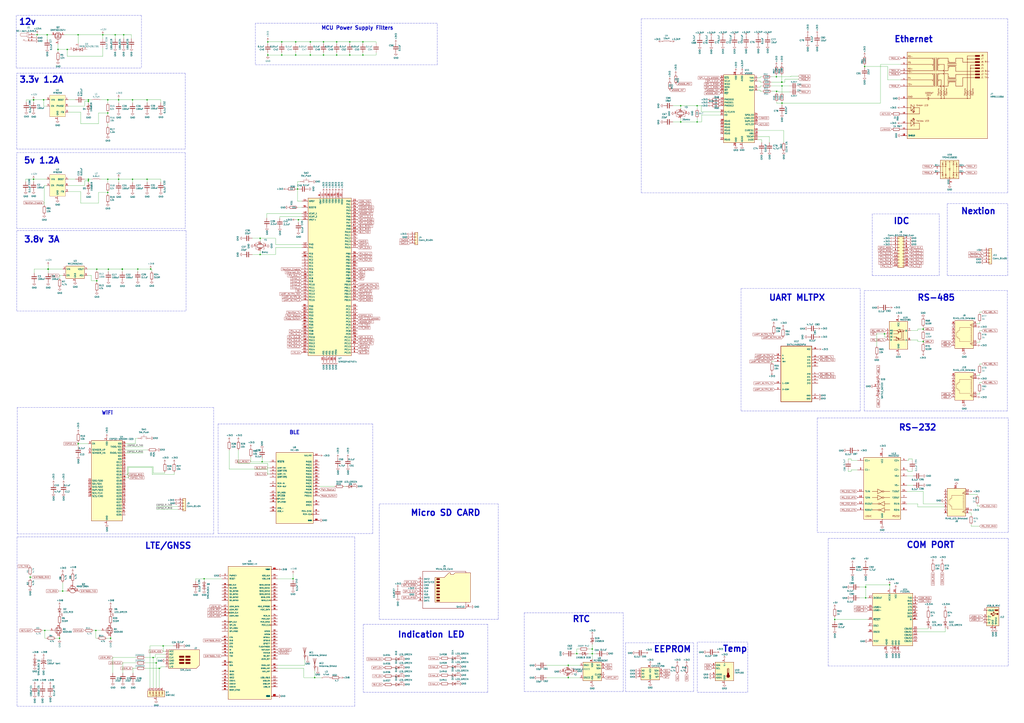
<source format=kicad_sch>
(kicad_sch (version 20211123) (generator eeschema)
  (paper "A1")
  (lib_symbols
    (symbol "Connector:DC-Jack" (pin_names (offset 1.016) hide)
      (property "Reference" "J" (at -7.62 5.08 0))
      (property "Value" "Connector_DC-Jack" (at -7.6454 -5.08 0))
      (symbol "DC-Jack_0_0"
        (pin passive line (at 5.08 2.54 180) (length 5.08) (name "~") (number "1"))
        (pin passive line (at 5.08 -2.54 180) (length 5.08) (name "~") (number "2"))
        (pin passive line (at 5.08 0 180) (length 5.08) (name "~") (number "3"))
      )
    )
    (symbol "Connector:Micro_SD_Card" (pin_names (offset 1.016))
      (property "Reference" "J" (at -16.51 15.24 0))
      (property "Value" "Micro_SD_Card" (at 16.51 15.24 0))
      (symbol "Micro_SD_Card_1_1"
        (pin bidirectional line (at -22.86 7.62 0) (length 3.81) (name "DAT2") (number "1"))
        (pin bidirectional line (at -22.86 5.08 0) (length 3.81) (name "DAT3/CD") (number "2"))
        (pin input line (at -22.86 2.54 0) (length 3.81) (name "CMD") (number "3"))
        (pin power_in line (at -22.86 0 0) (length 3.81) (name "VDD") (number "4"))
        (pin input line (at -22.86 -2.54 0) (length 3.81) (name "CLK") (number "5"))
        (pin power_in line (at -22.86 -5.08 0) (length 3.81) (name "VSS") (number "6"))
        (pin bidirectional line (at -22.86 -7.62 0) (length 3.81) (name "DAT0") (number "7"))
        (pin bidirectional line (at -22.86 -10.16 0) (length 3.81) (name "DAT1") (number "8"))
        (pin passive line (at 20.32 -15.24 180) (length 3.81) (name "SHIELD") (number "9"))
      )
    )
    (symbol "Connector:RJ45_LED_Shielded" (pin_names (offset 1.016))
      (property "Reference" "J" (at -5.08 13.97 0))
      (property "Value" "RJ45_LED_Shielded" (at 1.27 13.97 0))
      (symbol "RJ45_LED_Shielded_1_1"
        (pin passive line (at 10.16 -7.62 180) (length 2.54) (name "~") (number "1"))
        (pin passive line (at -10.16 7.62 0) (length 2.54) (name "~") (number "10"))
        (pin passive line (at -10.16 -5.08 0) (length 2.54) (name "~") (number "11"))
        (pin passive line (at -10.16 -7.62 0) (length 2.54) (name "~") (number "12"))
        (pin passive line (at 10.16 -5.08 180) (length 2.54) (name "~") (number "2"))
        (pin passive line (at 10.16 -2.54 180) (length 2.54) (name "~") (number "3"))
        (pin passive line (at 10.16 0 180) (length 2.54) (name "~") (number "4"))
        (pin passive line (at 10.16 2.54 180) (length 2.54) (name "~") (number "5"))
        (pin passive line (at 10.16 5.08 180) (length 2.54) (name "~") (number "6"))
        (pin passive line (at 10.16 7.62 180) (length 2.54) (name "~") (number "7"))
        (pin passive line (at 10.16 10.16 180) (length 2.54) (name "~") (number "8"))
        (pin passive line (at -10.16 10.16 0) (length 2.54) (name "~") (number "9"))
        (pin passive line (at 0 -12.7 90) (length 2.54) (name "~") (number "SH"))
      )
    )
    (symbol "Connector:SIM_Card"
      (property "Reference" "J" (at -2.54 12.7 0))
      (property "Value" "SIM_Card" (at -1.27 10.16 0))
      (symbol "SIM_Card_1_1"
        (pin power_in line (at -12.7 7.62 0) (length 2.54) (name "VCC") (number "1"))
        (pin input line (at -12.7 5.08 0) (length 2.54) (name "RST") (number "2"))
        (pin input line (at -12.7 2.54 0) (length 2.54) (name "CLK") (number "3"))
        (pin power_in line (at -12.7 0 0) (length 2.54) (name "GND") (number "5"))
        (pin input line (at -12.7 -2.54 0) (length 2.54) (name "VPP") (number "6"))
        (pin bidirectional line (at -12.7 -5.08 0) (length 2.54) (name "I/O") (number "7"))
      )
    )
    (symbol "Connector:USB_B_Mini" (pin_names (offset 1.016))
      (property "Reference" "J" (at -5.08 11.43 0))
      (property "Value" "USB_B_Mini" (at -5.08 8.89 0))
      (symbol "USB_B_Mini_1_1"
        (pin power_out line (at 7.62 5.08 180) (length 2.54) (name "VBUS") (number "1"))
        (pin bidirectional line (at 7.62 -2.54 180) (length 2.54) (name "D-") (number "2"))
        (pin bidirectional line (at 7.62 0 180) (length 2.54) (name "D+") (number "3"))
        (pin passive line (at 7.62 -5.08 180) (length 2.54) (name "ID") (number "4"))
        (pin power_out line (at 0 -10.16 90) (length 2.54) (name "GND") (number "5"))
        (pin passive line (at -2.54 -10.16 90) (length 2.54) (name "Shield") (number "6"))
      )
    )
    (symbol "Connector_Generic:Conn_01x04" (pin_names (offset 1.016) hide)
      (property "Reference" "J" (at 0 5.08 0))
      (property "Value" "Conn_01x04" (at 0 -7.62 0))
      (symbol "Conn_01x04_1_1"
        (pin passive line (at -5.08 2.54 0) (length 3.81) (name "Pin_1") (number "1"))
        (pin passive line (at -5.08 0 0) (length 3.81) (name "Pin_2") (number "2"))
        (pin passive line (at -5.08 -2.54 0) (length 3.81) (name "Pin_3") (number "3"))
        (pin passive line (at -5.08 -5.08 0) (length 3.81) (name "Pin_4") (number "4"))
      )
    )
    (symbol "Connector_Generic:Conn_01x05" (pin_names (offset 1.016) hide)
      (property "Reference" "J" (at 0 7.62 0))
      (property "Value" "Conn_01x05" (at 0 -7.62 0))
      (symbol "Conn_01x05_1_1"
        (pin passive line (at -5.08 5.08 0) (length 3.81) (name "Pin_1") (number "1"))
        (pin passive line (at -5.08 2.54 0) (length 3.81) (name "Pin_2") (number "2"))
        (pin passive line (at -5.08 0 0) (length 3.81) (name "Pin_3") (number "3"))
        (pin passive line (at -5.08 -2.54 0) (length 3.81) (name "Pin_4") (number "4"))
        (pin passive line (at -5.08 -5.08 0) (length 3.81) (name "Pin_5") (number "5"))
      )
    )
    (symbol "Connector_Generic:Conn_02x10_Odd_Even" (pin_names (offset 1.016) hide)
      (property "Reference" "J" (at 1.27 12.7 0))
      (property "Value" "Conn_02x10_Odd_Even" (at 1.27 -15.24 0))
      (symbol "Conn_02x10_Odd_Even_1_1"
        (pin passive line (at -5.08 10.16 0) (length 3.81) (name "Pin_1") (number "1"))
        (pin passive line (at 7.62 0 180) (length 3.81) (name "Pin_10") (number "10"))
        (pin passive line (at -5.08 -2.54 0) (length 3.81) (name "Pin_11") (number "11"))
        (pin passive line (at 7.62 -2.54 180) (length 3.81) (name "Pin_12") (number "12"))
        (pin passive line (at -5.08 -5.08 0) (length 3.81) (name "Pin_13") (number "13"))
        (pin passive line (at 7.62 -5.08 180) (length 3.81) (name "Pin_14") (number "14"))
        (pin passive line (at -5.08 -7.62 0) (length 3.81) (name "Pin_15") (number "15"))
        (pin passive line (at 7.62 -7.62 180) (length 3.81) (name "Pin_16") (number "16"))
        (pin passive line (at -5.08 -10.16 0) (length 3.81) (name "Pin_17") (number "17"))
        (pin passive line (at 7.62 -10.16 180) (length 3.81) (name "Pin_18") (number "18"))
        (pin passive line (at -5.08 -12.7 0) (length 3.81) (name "Pin_19") (number "19"))
        (pin passive line (at 7.62 10.16 180) (length 3.81) (name "Pin_2") (number "2"))
        (pin passive line (at 7.62 -12.7 180) (length 3.81) (name "Pin_20") (number "20"))
        (pin passive line (at -5.08 7.62 0) (length 3.81) (name "Pin_3") (number "3"))
        (pin passive line (at 7.62 7.62 180) (length 3.81) (name "Pin_4") (number "4"))
        (pin passive line (at -5.08 5.08 0) (length 3.81) (name "Pin_5") (number "5"))
        (pin passive line (at 7.62 5.08 180) (length 3.81) (name "Pin_6") (number "6"))
        (pin passive line (at -5.08 2.54 0) (length 3.81) (name "Pin_7") (number "7"))
        (pin passive line (at 7.62 2.54 180) (length 3.81) (name "Pin_8") (number "8"))
        (pin passive line (at -5.08 0 0) (length 3.81) (name "Pin_9") (number "9"))
      )
    )
    (symbol "Connector_Generic_Shielded:HR911105A" (pin_names (offset 1.016))
      (property "Reference" "J" (at -33.1724 36.2458 0))
      (property "Value" "Connector_Generic_Shielded_HR911105A" (at -33.1216 -38.227 0))
      (symbol "HR911105A_0_0"
        (text "1000pF" (at -18.4912 1.2446 0) (effects (font (size 1.27 1.27)) (justify left bottom)))
        (text "2KV" (at -17.2212 -0.6604 0) (effects (font (size 1.27 1.27)) (justify left bottom)))
        (text "75ohm" (at -6.4008 -0.6604 900) (effects (font (size 1.27 1.27)) (justify left bottom)))
        (text "75ohm" (at 0 -0.6604 900) (effects (font (size 1.27 1.27)) (justify left bottom)))
        (text "75ohm" (at 15.3416 -0.6604 900) (effects (font (size 1.27 1.27)) (justify left bottom)))
        (text "75ohm" (at 21.6916 -0.6604 900) (effects (font (size 1.27 1.27)) (justify left bottom)))
        (text "GND" (at -32.5374 -1.905 0) (effects (font (size 1.27 1.27)) (justify left bottom)))
        (text "Green LED" (at -25.5016 -8.9154 0) (effects (font (size 1.27 1.27)) (justify left bottom)))
        (text "J1 TX+" (at 27.432 13.9954 0) (effects (font (size 1.27 1.27)) (justify left bottom)))
        (text "J2 TX-" (at 27.4574 16.5862 0) (effects (font (size 1.27 1.27)) (justify left bottom)))
        (text "J3 RX+" (at 27.4574 19.1516 0) (effects (font (size 1.27 1.27)) (justify left bottom)))
        (text "J4" (at 27.4574 21.717 0) (effects (font (size 1.27 1.27)) (justify left bottom)))
        (text "J5" (at 27.4828 24.257 0) (effects (font (size 1.27 1.27)) (justify left bottom)))
        (text "J6 RX-" (at 27.4574 26.8224 0) (effects (font (size 1.27 1.27)) (justify left bottom)))
        (text "J7" (at 27.4574 29.3624 0) (effects (font (size 1.27 1.27)) (justify left bottom)))
        (text "J8" (at 27.4574 31.9278 0) (effects (font (size 1.27 1.27)) (justify left bottom)))
        (text "P4" (at -32.5374 13.4112 0) (effects (font (size 1.27 1.27)) (justify left bottom)))
        (text "P5" (at -32.5374 26.162 0) (effects (font (size 1.27 1.27)) (justify left bottom)))
        (text "RD+" (at -32.4866 21.0312 0) (effects (font (size 1.27 1.27)) (justify left bottom)))
        (text "RD-" (at -32.4866 31.2166 0) (effects (font (size 1.27 1.27)) (justify left bottom)))
        (text "TD+" (at -32.5628 8.3058 0) (effects (font (size 1.27 1.27)) (justify left bottom)))
        (text "TD-" (at -32.512 18.4912 0) (effects (font (size 1.27 1.27)) (justify left bottom)))
        (text "Yellow LED" (at -25.527 -21.717 0) (effects (font (size 1.27 1.27)) (justify left bottom)))
        (pin passive line (at -38.1 7.62 0) (length 5.08) (name "~") (number "1"))
        (pin passive line (at -38.1 -15.24 0) (length 5.08) (name "~") (number "10"))
        (pin passive line (at -38.1 -27.94 0) (length 5.08) (name "~") (number "11"))
        (pin passive line (at -38.1 -22.86 0) (length 5.08) (name "~") (number "12"))
        (pin passive line (at -38.1 -33.02 0) (length 5.08) (name "SHIELD") (number "15"))
        (pin passive line (at -38.1 -33.02 0) (length 5.08) (name "SHIELD") (number "16"))
        (pin passive line (at -38.1 17.78 0) (length 5.08) (name "~") (number "2"))
        (pin passive line (at -38.1 20.32 0) (length 5.08) (name "~") (number "3"))
        (pin passive line (at -38.1 12.7 0) (length 5.08) (name "~") (number "4"))
        (pin passive line (at -38.1 25.4 0) (length 5.08) (name "~") (number "5"))
        (pin passive line (at -38.1 30.48 0) (length 5.08) (name "~") (number "6"))
        (pin power_in line (at -38.1 -2.54 0) (length 5.08) (name "~") (number "8"))
        (pin passive line (at -38.1 -10.16 0) (length 5.08) (name "~") (number "9"))
      )
    )
    (symbol "Converter_DCDC:RT8259" (pin_names (offset 1.016))
      (property "Reference" "U" (at 0 11.43 0))
      (property "Value" "Converter_DCDC_RT8259" (at 0 8.89 0))
      (symbol "RT8259_1_1"
        (pin power_out line (at 8.89 3.81 180) (length 2.54) (name "BOOT") (number "1"))
        (pin power_in line (at 0 -12.7 90) (length 2.54) (name "GND") (number "2"))
        (pin power_out line (at 8.89 -6.35 180) (length 2.54) (name "FB") (number "3"))
        (pin input line (at -8.89 -1.27 0) (length 2.54) (name "EN") (number "4"))
        (pin power_in line (at -8.89 3.81 0) (length 2.54) (name "VIN") (number "5"))
        (pin power_out line (at 8.89 -1.27 180) (length 2.54) (name "PHASE") (number "6"))
      )
    )
    (symbol "Device:Antenna_Shield" (pin_numbers hide) (pin_names (offset 1.016) hide)
      (property "Reference" "AE" (at -1.905 4.445 0))
      (property "Value" "Antenna_Shield" (at -1.905 2.54 0))
      (symbol "Antenna_Shield_1_1"
        (pin input line (at 0 -5.08 90) (length 2.54) (name "A") (number "1"))
        (pin input line (at 2.54 -5.08 90) (length 2.54) (name "Shield") (number "2"))
      )
    )
    (symbol "Device:C" (pin_numbers hide) (pin_names (offset 0.254))
      (property "Reference" "C" (at 0.635 2.54 0))
      (property "Value" "C" (at 0.635 -2.54 0))
      (symbol "C_1_1"
        (pin passive line (at 0 3.81 270) (length 2.794) (name "~") (number "1"))
        (pin passive line (at 0 -3.81 90) (length 2.794) (name "~") (number "2"))
      )
    )
    (symbol "Device:CP1" (pin_numbers hide) (pin_names (offset 0.254) hide)
      (property "Reference" "C" (at 0.635 2.54 0))
      (property "Value" "Device_CP1" (at 0.635 -2.54 0))
      (symbol "CP1_1_1"
        (pin passive line (at 0 3.81 270) (length 2.794) (name "~") (number "1"))
        (pin passive line (at 0 -3.81 90) (length 3.302) (name "~") (number "2"))
      )
    )
    (symbol "Device:Crystal_GND23" (pin_names (offset 1.016) hide)
      (property "Reference" "Y" (at 3.175 5.08 0))
      (property "Value" "Crystal_GND23" (at 3.175 3.175 0))
      (symbol "Crystal_GND23_1_1"
        (pin passive line (at -3.81 0 0) (length 1.27) (name "1") (number "1"))
        (pin passive line (at 0 5.08 270) (length 1.27) (name "2") (number "2"))
        (pin passive line (at 0 -5.08 90) (length 1.27) (name "3") (number "3"))
        (pin passive line (at 3.81 0 180) (length 1.27) (name "4") (number "4"))
      )
    )
    (symbol "Device:Crystal_GND24" (pin_names (offset 1.016) hide)
      (property "Reference" "Y" (at 3.175 5.08 0))
      (property "Value" "Crystal_GND24" (at 3.175 3.175 0))
      (symbol "Crystal_GND24_1_1"
        (pin passive line (at -3.81 0 0) (length 1.27) (name "1") (number "1"))
        (pin passive line (at 0 5.08 270) (length 1.27) (name "2") (number "2"))
        (pin passive line (at 3.81 0 180) (length 1.27) (name "3") (number "3"))
        (pin passive line (at 0 -5.08 90) (length 1.27) (name "4") (number "4"))
      )
    )
    (symbol "Device:D_Zener_x2_KCom_AAK" (pin_names (offset 0.762) hide)
      (property "Reference" "D" (at 1.27 -2.54 0))
      (property "Value" "Device_D_Zener_x2_KCom_AAK" (at 0 2.54 0))
      (symbol "D_Zener_x2_KCom_AAK_0_1"
        (pin passive line (at -7.62 0 0) (length 3.81) (name "A") (number "1"))
        (pin passive line (at 7.62 0 180) (length 3.81) (name "A") (number "2"))
        (pin passive line (at 0 -5.08 90) (length 2.54) (name "K") (number "3"))
      )
    )
    (symbol "Device:L" (pin_numbers hide) (pin_names (offset 1.016) hide)
      (property "Reference" "L" (at -1.27 0 90))
      (property "Value" "L" (at 1.905 0 90))
      (symbol "L_1_1"
        (pin passive line (at 0 3.81 270) (length 1.27) (name "1") (number "1"))
        (pin passive line (at 0 -3.81 90) (length 1.27) (name "2") (number "2"))
      )
    )
    (symbol "Device:LED" (pin_numbers hide) (pin_names (offset 1.016) hide)
      (property "Reference" "D" (at 0 2.54 0))
      (property "Value" "LED" (at 0 -2.54 0))
      (symbol "LED_1_1"
        (pin passive line (at -3.81 0 0) (length 2.54) (name "K") (number "1"))
        (pin passive line (at 3.81 0 180) (length 2.54) (name "A") (number "2"))
      )
    )
    (symbol "Device:R" (pin_numbers hide) (pin_names (offset 0))
      (property "Reference" "R" (at 2.032 0 90))
      (property "Value" "R" (at 0 0 90))
      (symbol "R_1_1"
        (pin passive line (at 0 3.81 270) (length 1.27) (name "~") (number "1"))
        (pin passive line (at 0 -3.81 90) (length 1.27) (name "~") (number "2"))
      )
    )
    (symbol "Diode:1N5819" (pin_numbers hide) (pin_names (offset 1.016) hide)
      (property "Reference" "D" (at 0 2.54 0))
      (property "Value" "1N5819" (at 0 -2.54 0))
      (symbol "1N5819_1_1"
        (pin passive line (at -3.81 0 0) (length 2.54) (name "K") (number "1"))
        (pin passive line (at 3.81 0 180) (length 2.54) (name "A") (number "2"))
      )
    )
    (symbol "Diode:SD15_SOD323" (pin_numbers hide) (pin_names (offset 1.016) hide)
      (property "Reference" "D" (at 0 2.54 0))
      (property "Value" "SD15_SOD323" (at 0 -2.54 0))
      (symbol "SD15_SOD323_1_1"
        (pin passive line (at -3.81 0 0) (length 2.54) (name "A1") (number "1"))
        (pin passive line (at 3.81 0 180) (length 2.54) (name "A2") (number "2"))
      )
    )
    (symbol "Diode:SM712_SOT23" (pin_names (offset 1.016) hide)
      (property "Reference" "D" (at 0 4.445 0))
      (property "Value" "SM712_SOT23" (at 0 2.54 0))
      (symbol "SM712_SOT23_1_1"
        (pin passive line (at -8.89 0 0) (length 2.54) (name "A1") (number "1"))
        (pin passive line (at 8.89 0 180) (length 2.54) (name "A2") (number "2"))
        (pin input line (at 0 -3.81 90) (length 2.54) (name "common") (number "3"))
      )
    )
    (symbol "Interface_Ethernet:W5500"
      (property "Reference" "U" (at -11.43 29.21 0))
      (property "Value" "W5500" (at 8.89 29.21 0))
      (symbol "W5500_1_1"
        (pin output line (at 15.24 25.4 180) (length 2.54) (name "TXN") (number "1"))
        (pin passive line (at 15.24 -17.78 180) (length 2.54) (name "EXRES1") (number "10"))
        (pin passive line (at 2.54 30.48 270) (length 2.54) hide (name "AVDD") (number "11"))
        (pin no_connect line (at 12.7 7.62 180) (length 2.54) hide (name "NC") (number "12"))
        (pin no_connect line (at 12.7 5.08 180) (length 2.54) hide (name "NC") (number "13"))
        (pin passive line (at 2.54 -30.48 90) (length 2.54) hide (name "AGND") (number "14"))
        (pin passive line (at 2.54 30.48 270) (length 2.54) hide (name "AVDD") (number "15"))
        (pin passive line (at 2.54 -30.48 90) (length 2.54) hide (name "AGND") (number "16"))
        (pin passive line (at 2.54 30.48 270) (length 2.54) hide (name "AVDD") (number "17"))
        (pin passive line (at 15.24 -20.32 180) (length 2.54) (name "VBG") (number "18"))
        (pin passive line (at 2.54 -30.48 90) (length 2.54) hide (name "AGND") (number "19"))
        (pin output line (at 15.24 22.86 180) (length 2.54) (name "TXP") (number "2"))
        (pin passive line (at 15.24 -22.86 180) (length 2.54) (name "TOCAP") (number "20"))
        (pin passive line (at 2.54 30.48 270) (length 2.54) hide (name "AVDD") (number "21"))
        (pin output line (at 15.24 -25.4 180) (length 2.54) (name "1V2O") (number "22"))
        (pin input line (at -15.24 -25.4 0) (length 2.54) (name "RSVD") (number "23"))
        (pin output line (at 15.24 -5.08 180) (length 2.54) (name "SPDLED") (number "24"))
        (pin output line (at 15.24 -7.62 180) (length 2.54) (name "LINKLED") (number "25"))
        (pin output line (at 15.24 -10.16 180) (length 2.54) (name "DUPLED") (number "26"))
        (pin output line (at 15.24 -12.7 180) (length 2.54) (name "ACTLED") (number "27"))
        (pin power_in line (at -2.54 30.48 270) (length 2.54) (name "VDD") (number "28"))
        (pin power_in line (at -2.54 -30.48 90) (length 2.54) (name "GND") (number "29"))
        (pin power_in line (at 2.54 -30.48 90) (length 2.54) (name "AGND") (number "3"))
        (pin input line (at -15.24 -2.54 0) (length 2.54) (name "XI/CLKIN") (number "30"))
        (pin output line (at -15.24 -5.08 0) (length 2.54) (name "XO") (number "31"))
        (pin input line (at -15.24 25.4 0) (length 2.54) (name "~{SCS}") (number "32"))
        (pin input line (at -15.24 22.86 0) (length 2.54) (name "SCLK") (number "33"))
        (pin output line (at -15.24 20.32 0) (length 2.54) (name "MISO") (number "34"))
        (pin input line (at -15.24 17.78 0) (length 2.54) (name "MOSI") (number "35"))
        (pin input line (at -15.24 15.24 0) (length 2.54) (name "~{INT}") (number "36"))
        (pin input line (at -15.24 12.7 0) (length 2.54) (name "~{RST}") (number "37"))
        (pin input line (at -15.24 -10.16 0) (length 2.54) (name "RSVD") (number "38"))
        (pin input line (at -15.24 -12.7 0) (length 2.54) (name "RSVD") (number "39"))
        (pin power_in line (at 2.54 30.48 270) (length 2.54) (name "AVDD") (number "4"))
        (pin input line (at -15.24 -15.24 0) (length 2.54) (name "RSVD") (number "40"))
        (pin input line (at -15.24 -17.78 0) (length 2.54) (name "RSVD") (number "41"))
        (pin input line (at -15.24 -20.32 0) (length 2.54) (name "RSVD") (number "42"))
        (pin input line (at -15.24 2.54 0) (length 2.54) (name "PMODE2") (number "43"))
        (pin input line (at -15.24 5.08 0) (length 2.54) (name "PMODE1") (number "44"))
        (pin input line (at -15.24 7.62 0) (length 2.54) (name "PMODE0") (number "45"))
        (pin no_connect line (at 12.7 2.54 180) (length 2.54) hide (name "NC") (number "46"))
        (pin no_connect line (at 12.7 0 180) (length 2.54) hide (name "NC") (number "47"))
        (pin passive line (at 2.54 -30.48 90) (length 2.54) hide (name "AGND") (number "48"))
        (pin input line (at 15.24 17.78 180) (length 2.54) (name "RXN") (number "5"))
        (pin input line (at 15.24 15.24 180) (length 2.54) (name "RXP") (number "6"))
        (pin no_connect line (at 12.7 10.16 180) (length 2.54) hide (name "DNC") (number "7"))
        (pin passive line (at 2.54 30.48 270) (length 2.54) hide (name "AVDD") (number "8"))
        (pin passive line (at 2.54 -30.48 90) (length 2.54) hide (name "AGND") (number "9"))
      )
    )
    (symbol "Interface_UART:MAX3232" (pin_names (offset 1.016))
      (property "Reference" "U" (at -2.54 28.575 0))
      (property "Value" "MAX3232" (at -2.54 26.67 0))
      (symbol "MAX3232_0_0"
        (text "LOGIC" (at -11.43 -22.86 0) (effects (font (size 1.27 1.27))))
        (text "RS232" (at 11.43 -22.86 0) (effects (font (size 1.27 1.27))))
      )
      (symbol "MAX3232_1_1"
        (pin passive line (at -20.32 22.86 0) (length 5.08) (name "C1+") (number "1"))
        (pin input line (at -20.32 -7.62 0) (length 5.08) (name "T2IN") (number "10"))
        (pin input line (at -20.32 -2.54 0) (length 5.08) (name "T1IN") (number "11"))
        (pin output line (at -20.32 -12.7 0) (length 5.08) (name "R1OUT") (number "12"))
        (pin input line (at 20.32 -12.7 180) (length 5.08) (name "R1IN") (number "13"))
        (pin output line (at 20.32 -2.54 180) (length 5.08) (name "T1OUT") (number "14"))
        (pin power_in line (at 0 -30.48 90) (length 5.08) (name "GND") (number "15"))
        (pin power_in line (at 0 30.48 270) (length 5.08) (name "VCC") (number "16"))
        (pin power_out line (at 20.32 10.16 180) (length 5.08) (name "VS+") (number "2"))
        (pin passive line (at -20.32 15.24 0) (length 5.08) (name "C1-") (number "3"))
        (pin passive line (at 20.32 22.86 180) (length 5.08) (name "C2+") (number "4"))
        (pin passive line (at 20.32 15.24 180) (length 5.08) (name "C2-") (number "5"))
        (pin power_out line (at 20.32 2.54 180) (length 5.08) (name "VS-") (number "6"))
        (pin output line (at 20.32 -7.62 180) (length 5.08) (name "T2OUT") (number "7"))
        (pin input line (at 20.32 -17.78 180) (length 5.08) (name "R2IN") (number "8"))
        (pin output line (at -20.32 -17.78 0) (length 5.08) (name "R2OUT") (number "9"))
      )
    )
    (symbol "Interface_UART:MAX3485"
      (property "Reference" "U" (at -6.096 11.43 0))
      (property "Value" "MAX3485" (at 0.762 11.43 0))
      (symbol "MAX3485_1_1"
        (pin output line (at -10.16 2.54 0) (length 2.54) (name "RO") (number "1"))
        (pin input line (at -10.16 0 0) (length 2.54) (name "~{RE}") (number "2"))
        (pin input line (at -10.16 -2.54 0) (length 2.54) (name "DE") (number "3"))
        (pin input line (at -10.16 -5.08 0) (length 2.54) (name "DI") (number "4"))
        (pin power_in line (at 0 -15.24 90) (length 2.54) (name "GND") (number "5"))
        (pin bidirectional line (at 10.16 -5.08 180) (length 2.54) (name "A") (number "6"))
        (pin bidirectional line (at 10.16 2.54 180) (length 2.54) (name "B") (number "7"))
        (pin power_in line (at 0 12.7 270) (length 2.54) (name "VCC") (number "8"))
      )
    )
    (symbol "Interface_USB:FT232RL"
      (property "Reference" "U" (at -16.51 22.86 0))
      (property "Value" "FT232RL" (at 10.16 22.86 0))
      (symbol "FT232RL_1_1"
        (pin output line (at 20.32 17.78 180) (length 3.81) (name "TXD") (number "1"))
        (pin input input_low (at 20.32 2.54 180) (length 3.81) (name "DCD") (number "10"))
        (pin input input_low (at 20.32 10.16 180) (length 3.81) (name "CTS") (number "11"))
        (pin bidirectional line (at 20.32 -17.78 180) (length 3.81) (name "CBUS4") (number "12"))
        (pin bidirectional line (at 20.32 -12.7 180) (length 3.81) (name "CBUS2") (number "13"))
        (pin bidirectional line (at 20.32 -15.24 180) (length 3.81) (name "CBUS3") (number "14"))
        (pin bidirectional line (at -20.32 10.16 0) (length 3.81) (name "USBD+") (number "15"))
        (pin bidirectional line (at -20.32 7.62 0) (length 3.81) (name "USBD-") (number "16"))
        (pin power_out line (at -20.32 17.78 0) (length 3.81) (name "3V3OUT") (number "17"))
        (pin power_in line (at 2.54 -25.4 90) (length 3.81) (name "GND") (number "18"))
        (pin input line (at -20.32 0 0) (length 3.81) (name "~{RESET}") (number "19"))
        (pin output output_low (at 20.32 7.62 180) (length 3.81) (name "DTR") (number "2"))
        (pin power_in line (at 2.54 25.4 270) (length 3.81) (name "VCC") (number "20"))
        (pin power_in line (at 5.08 -25.4 90) (length 3.81) (name "GND") (number "21"))
        (pin bidirectional line (at 20.32 -10.16 180) (length 3.81) (name "CBUS1") (number "22"))
        (pin bidirectional line (at 20.32 -7.62 180) (length 3.81) (name "CBUS0") (number "23"))
        (pin power_in line (at -5.08 -25.4 90) (length 3.81) (name "AGND") (number "25"))
        (pin input line (at -20.32 -17.78 0) (length 3.81) (name "TEST") (number "26"))
        (pin input line (at -20.32 -5.08 0) (length 3.81) (name "OSCI") (number "27"))
        (pin output line (at -20.32 -10.16 0) (length 3.81) (name "OSCO") (number "28"))
        (pin output output_low (at 20.32 12.7 180) (length 3.81) (name "RTS") (number "3"))
        (pin power_in line (at -2.54 25.4 270) (length 3.81) (name "VCCIO") (number "4"))
        (pin input line (at 20.32 15.24 180) (length 3.81) (name "RXD") (number "5"))
        (pin input input_low (at 20.32 0 180) (length 3.81) (name "RI") (number "6"))
        (pin power_in line (at 0 -25.4 90) (length 3.81) (name "GND") (number "7"))
        (pin input input_low (at 20.32 5.08 180) (length 3.81) (name "DCR") (number "9"))
      )
    )
    (symbol "MCU_ST_STM32F4:STM32F407VETx"
      (property "Reference" "U" (at -17.78 64.77 0))
      (property "Value" "STM32F407VETx" (at 12.7 64.77 0))
      (symbol "STM32F407VETx_1_1"
        (pin bidirectional line (at -22.86 12.7 0) (length 5.08) (name "PE2") (number "1"))
        (pin power_in line (at -5.08 -71.12 90) (length 5.08) (name "VSS") (number "10"))
        (pin power_in line (at 7.62 68.58 270) (length 5.08) (name "VDD") (number "100"))
        (pin power_in line (at -5.08 68.58 270) (length 5.08) (name "VDD") (number "11"))
        (pin input line (at -22.86 25.4 0) (length 5.08) (name "PH0") (number "12"))
        (pin input line (at -22.86 22.86 0) (length 5.08) (name "PH1") (number "13"))
        (pin input line (at -22.86 60.96 0) (length 5.08) (name "NRST") (number "14"))
        (pin bidirectional line (at 22.86 -25.4 180) (length 5.08) (name "PC0") (number "15"))
        (pin bidirectional line (at 22.86 -27.94 180) (length 5.08) (name "PC1") (number "16"))
        (pin bidirectional line (at 22.86 -30.48 180) (length 5.08) (name "PC2") (number "17"))
        (pin bidirectional line (at 22.86 -33.02 180) (length 5.08) (name "PC3") (number "18"))
        (pin power_in line (at -2.54 68.58 270) (length 5.08) (name "VDD") (number "19"))
        (pin bidirectional line (at -22.86 10.16 0) (length 5.08) (name "PE3") (number "2"))
        (pin power_in line (at 5.08 -71.12 90) (length 5.08) (name "VSSA") (number "20"))
        (pin power_in line (at -22.86 45.72 0) (length 5.08) (name "VREF+") (number "21"))
        (pin power_in line (at 10.16 68.58 270) (length 5.08) (name "VDDA") (number "22"))
        (pin bidirectional line (at 22.86 60.96 180) (length 5.08) (name "PA0") (number "23"))
        (pin bidirectional line (at 22.86 58.42 180) (length 5.08) (name "PA1") (number "24"))
        (pin bidirectional line (at 22.86 55.88 180) (length 5.08) (name "PA2") (number "25"))
        (pin bidirectional line (at 22.86 53.34 180) (length 5.08) (name "PA3") (number "26"))
        (pin power_in line (at -2.54 -71.12 90) (length 5.08) (name "VSS") (number "27"))
        (pin power_in line (at 0 68.58 270) (length 5.08) (name "VDD") (number "28"))
        (pin bidirectional line (at 22.86 50.8 180) (length 5.08) (name "PA4") (number "29"))
        (pin bidirectional line (at -22.86 7.62 0) (length 5.08) (name "PE4") (number "3"))
        (pin bidirectional line (at 22.86 48.26 180) (length 5.08) (name "PA5") (number "30"))
        (pin bidirectional line (at 22.86 45.72 180) (length 5.08) (name "PA6") (number "31"))
        (pin bidirectional line (at 22.86 43.18 180) (length 5.08) (name "PA7") (number "32"))
        (pin bidirectional line (at 22.86 -35.56 180) (length 5.08) (name "PC4") (number "33"))
        (pin bidirectional line (at 22.86 -38.1 180) (length 5.08) (name "PC5") (number "34"))
        (pin bidirectional line (at 22.86 17.78 180) (length 5.08) (name "PB0") (number "35"))
        (pin bidirectional line (at 22.86 15.24 180) (length 5.08) (name "PB1") (number "36"))
        (pin bidirectional line (at 22.86 12.7 180) (length 5.08) (name "PB2") (number "37"))
        (pin bidirectional line (at -22.86 0 0) (length 5.08) (name "PE7") (number "38"))
        (pin bidirectional line (at -22.86 -2.54 0) (length 5.08) (name "PE8") (number "39"))
        (pin bidirectional line (at -22.86 5.08 0) (length 5.08) (name "PE5") (number "4"))
        (pin bidirectional line (at -22.86 -5.08 0) (length 5.08) (name "PE9") (number "40"))
        (pin bidirectional line (at -22.86 -7.62 0) (length 5.08) (name "PE10") (number "41"))
        (pin bidirectional line (at -22.86 -10.16 0) (length 5.08) (name "PE11") (number "42"))
        (pin bidirectional line (at -22.86 -12.7 0) (length 5.08) (name "PE12") (number "43"))
        (pin bidirectional line (at -22.86 -15.24 0) (length 5.08) (name "PE13") (number "44"))
        (pin bidirectional line (at -22.86 -17.78 0) (length 5.08) (name "PE14") (number "45"))
        (pin bidirectional line (at -22.86 -20.32 0) (length 5.08) (name "PE15") (number "46"))
        (pin bidirectional line (at 22.86 -7.62 180) (length 5.08) (name "PB10") (number "47"))
        (pin bidirectional line (at 22.86 -10.16 180) (length 5.08) (name "PB11") (number "48"))
        (pin power_in line (at -22.86 50.8 0) (length 5.08) (name "VCAP_1") (number "49"))
        (pin bidirectional line (at -22.86 2.54 0) (length 5.08) (name "PE6") (number "5"))
        (pin power_in line (at 2.54 68.58 270) (length 5.08) (name "VDD") (number "50"))
        (pin bidirectional line (at 22.86 -12.7 180) (length 5.08) (name "PB12") (number "51"))
        (pin bidirectional line (at 22.86 -15.24 180) (length 5.08) (name "PB13") (number "52"))
        (pin bidirectional line (at 22.86 -17.78 180) (length 5.08) (name "PB14") (number "53"))
        (pin bidirectional line (at 22.86 -20.32 180) (length 5.08) (name "PB15") (number "54"))
        (pin bidirectional line (at -22.86 -45.72 0) (length 5.08) (name "PD8") (number "55"))
        (pin bidirectional line (at -22.86 -48.26 0) (length 5.08) (name "PD9") (number "56"))
        (pin bidirectional line (at -22.86 -50.8 0) (length 5.08) (name "PD10") (number "57"))
        (pin bidirectional line (at -22.86 -53.34 0) (length 5.08) (name "PD11") (number "58"))
        (pin bidirectional line (at -22.86 -55.88 0) (length 5.08) (name "PD12") (number "59"))
        (pin power_in line (at -7.62 68.58 270) (length 5.08) (name "VBAT") (number "6"))
        (pin bidirectional line (at -22.86 -58.42 0) (length 5.08) (name "PD13") (number "60"))
        (pin bidirectional line (at -22.86 -60.96 0) (length 5.08) (name "PD14") (number "61"))
        (pin bidirectional line (at -22.86 -63.5 0) (length 5.08) (name "PD15") (number "62"))
        (pin bidirectional line (at 22.86 -40.64 180) (length 5.08) (name "PC6") (number "63"))
        (pin bidirectional line (at 22.86 -43.18 180) (length 5.08) (name "PC7") (number "64"))
        (pin bidirectional line (at 22.86 -45.72 180) (length 5.08) (name "PC8") (number "65"))
        (pin bidirectional line (at 22.86 -48.26 180) (length 5.08) (name "PC9") (number "66"))
        (pin bidirectional line (at 22.86 40.64 180) (length 5.08) (name "PA8") (number "67"))
        (pin bidirectional line (at 22.86 38.1 180) (length 5.08) (name "PA9") (number "68"))
        (pin bidirectional line (at 22.86 35.56 180) (length 5.08) (name "PA10") (number "69"))
        (pin bidirectional line (at 22.86 -58.42 180) (length 5.08) (name "PC13") (number "7"))
        (pin bidirectional line (at 22.86 33.02 180) (length 5.08) (name "PA11") (number "70"))
        (pin bidirectional line (at 22.86 30.48 180) (length 5.08) (name "PA12") (number "71"))
        (pin bidirectional line (at 22.86 27.94 180) (length 5.08) (name "PA13") (number "72"))
        (pin power_in line (at -22.86 48.26 0) (length 5.08) (name "VCAP_2") (number "73"))
        (pin power_in line (at 0 -71.12 90) (length 5.08) (name "VSS") (number "74"))
        (pin power_in line (at 5.08 68.58 270) (length 5.08) (name "VDD") (number "75"))
        (pin bidirectional line (at 22.86 25.4 180) (length 5.08) (name "PA14") (number "76"))
        (pin bidirectional line (at 22.86 22.86 180) (length 5.08) (name "PA15") (number "77"))
        (pin bidirectional line (at 22.86 -50.8 180) (length 5.08) (name "PC10") (number "78"))
        (pin bidirectional line (at 22.86 -53.34 180) (length 5.08) (name "PC11") (number "79"))
        (pin bidirectional line (at 22.86 -60.96 180) (length 5.08) (name "PC14") (number "8"))
        (pin bidirectional line (at 22.86 -55.88 180) (length 5.08) (name "PC12") (number "80"))
        (pin bidirectional line (at -22.86 -25.4 0) (length 5.08) (name "PD0") (number "81"))
        (pin bidirectional line (at -22.86 -27.94 0) (length 5.08) (name "PD1") (number "82"))
        (pin bidirectional line (at -22.86 -30.48 0) (length 5.08) (name "PD2") (number "83"))
        (pin bidirectional line (at -22.86 -33.02 0) (length 5.08) (name "PD3") (number "84"))
        (pin bidirectional line (at -22.86 -35.56 0) (length 5.08) (name "PD4") (number "85"))
        (pin bidirectional line (at -22.86 -38.1 0) (length 5.08) (name "PD5") (number "86"))
        (pin bidirectional line (at -22.86 -40.64 0) (length 5.08) (name "PD6") (number "87"))
        (pin bidirectional line (at -22.86 -43.18 0) (length 5.08) (name "PD7") (number "88"))
        (pin bidirectional line (at 22.86 10.16 180) (length 5.08) (name "PB3") (number "89"))
        (pin bidirectional line (at 22.86 -63.5 180) (length 5.08) (name "PC15") (number "9"))
        (pin bidirectional line (at 22.86 7.62 180) (length 5.08) (name "PB4") (number "90"))
        (pin bidirectional line (at 22.86 5.08 180) (length 5.08) (name "PB5") (number "91"))
        (pin bidirectional line (at 22.86 2.54 180) (length 5.08) (name "PB6") (number "92"))
        (pin bidirectional line (at 22.86 0 180) (length 5.08) (name "PB7") (number "93"))
        (pin input line (at -22.86 55.88 0) (length 5.08) (name "BOOT0") (number "94"))
        (pin bidirectional line (at 22.86 -2.54 180) (length 5.08) (name "PB8") (number "95"))
        (pin bidirectional line (at 22.86 -5.08 180) (length 5.08) (name "PB9") (number "96"))
        (pin bidirectional line (at -22.86 17.78 0) (length 5.08) (name "PE0") (number "97"))
        (pin bidirectional line (at -22.86 15.24 0) (length 5.08) (name "PE1") (number "98"))
        (pin power_in line (at 2.54 -71.12 90) (length 5.08) (name "VSS") (number "99"))
      )
    )
    (symbol "Memory_EEPROM:CAT24C256"
      (property "Reference" "U" (at -6.35 6.35 0))
      (property "Value" "CAT24C256" (at 1.27 6.35 0))
      (symbol "CAT24C256_1_1"
        (pin input line (at -10.16 2.54 0) (length 2.54) (name "A0") (number "1"))
        (pin input line (at -10.16 0 0) (length 2.54) (name "A1") (number "2"))
        (pin input line (at -10.16 -2.54 0) (length 2.54) (name "A2") (number "3"))
        (pin power_in line (at 0 -7.62 90) (length 2.54) (name "GND") (number "4"))
        (pin bidirectional line (at 10.16 2.54 180) (length 2.54) (name "SDA") (number "5"))
        (pin input line (at 10.16 0 180) (length 2.54) (name "SCL") (number "6"))
        (pin input line (at 10.16 -2.54 180) (length 2.54) (name "WP") (number "7"))
        (pin power_in line (at 0 7.62 270) (length 2.54) (name "VCC") (number "8"))
      )
    )
    (symbol "Power_Protection:SP0505BAHT" (pin_names hide)
      (property "Reference" "D" (at 7.62 2.54 0))
      (property "Value" "SP0505BAHT" (at 7.62 0.635 0))
      (symbol "SP0505BAHT_0_0"
        (pin passive line (at 0 -5.08 90) (length 2.54) (name "A") (number "2"))
      )
      (symbol "SP0505BAHT_1_1"
        (pin passive line (at -5.08 5.08 270) (length 2.54) (name "K") (number "1"))
        (pin passive line (at -2.54 5.08 270) (length 2.54) (name "K") (number "3"))
        (pin passive line (at 0 5.08 270) (length 2.54) (name "K") (number "4"))
        (pin passive line (at 2.54 5.08 270) (length 2.54) (name "K") (number "5"))
        (pin passive line (at 5.08 5.08 270) (length 2.54) (name "K") (number "6"))
      )
    )
    (symbol "Power_Protection:TPD4EUSB30" (pin_names (offset 0))
      (property "Reference" "U" (at -0.635 8.89 0))
      (property "Value" "TPD4EUSB30" (at 8.89 -10.16 0))
      (symbol "TPD4EUSB30_1_1"
        (pin passive line (at -12.7 2.54 0) (length 5.08) (name "D1+") (number "1"))
        (pin no_connect line (at -5.08 7.62 0) (length 5.08) hide (name "NC") (number "10"))
        (pin passive line (at -12.7 -2.54 0) (length 5.08) (name "D1-") (number "2"))
        (pin power_in line (at 0 -12.7 90) (length 5.08) (name "GND") (number "3"))
        (pin passive line (at 12.7 2.54 180) (length 5.08) (name "D2+") (number "4"))
        (pin passive line (at 12.7 -2.54 180) (length 5.08) (name "D2-") (number "5"))
        (pin no_connect line (at 5.08 -7.62 180) (length 5.08) hide (name "NC") (number "6"))
        (pin no_connect line (at 5.08 7.62 180) (length 5.08) hide (name "NC") (number "7"))
        (pin passive line (at 0 -12.7 90) (length 5.08) hide (name "GND") (number "8"))
        (pin no_connect line (at -5.08 -7.62 0) (length 5.08) hide (name "NC") (number "9"))
      )
    )
    (symbol "RF:HC-05" (pin_names (offset 1.016))
      (property "Reference" "U" (at -15.24 31.115 0))
      (property "Value" "RF_HC-05" (at -15.24 -30.48 0))
      (symbol "HC-05_0_0"
        (pin output line (at -20.32 12.7 0) (length 5.08) (name "UART-TX") (number "1"))
        (pin bidirectional line (at 20.32 -12.7 180) (length 5.08) (name "AIO[1]") (number "10"))
        (pin input line (at -20.32 22.86 0) (length 5.08) (name "~{RESETB}") (number "11"))
        (pin power_in line (at 20.32 27.94 180) (length 5.08) (name "3.3_VCC") (number "12"))
        (pin power_in line (at 20.32 -25.4 180) (length 5.08) (name "GND") (number "13"))
        (pin bidirectional line (at -20.32 -15.24 0) (length 5.08) (name "USB_-") (number "15"))
        (pin input line (at -20.32 -5.08 0) (length 5.08) (name "~{SPI_CSB}") (number "16"))
        (pin input line (at -20.32 -2.54 0) (length 5.08) (name "SPI_MOSI") (number "17"))
        (pin output line (at -20.32 -10.16 0) (length 5.08) (name "SPI_MISO") (number "18"))
        (pin input clock (at -20.32 -7.62 0) (length 5.08) (name "SPI_CLK") (number "19"))
        (pin input line (at -20.32 17.78 0) (length 5.08) (name "UART-RX") (number "2"))
        (pin bidirectional line (at -20.32 -17.78 0) (length 5.08) (name "USB_+") (number "20"))
        (pin power_in line (at 20.32 -25.4 180) (length 5.08) (name "GND") (number "21"))
        (pin power_in line (at 20.32 -25.4 180) (length 5.08) (name "GND") (number "22"))
        (pin bidirectional line (at 20.32 22.86 180) (length 5.08) (name "PIO[0]") (number "23"))
        (pin bidirectional line (at 20.32 20.32 180) (length 5.08) (name "PIO[1]") (number "24"))
        (pin bidirectional line (at 20.32 17.78 180) (length 5.08) (name "PIO[2]") (number "25"))
        (pin bidirectional line (at 20.32 15.24 180) (length 5.08) (name "PIO[3]") (number "26"))
        (pin bidirectional line (at 20.32 12.7 180) (length 5.08) (name "PIO[4]") (number "27"))
        (pin bidirectional line (at 20.32 10.16 180) (length 5.08) (name "PIO[5]") (number "28"))
        (pin bidirectional line (at 20.32 7.62 180) (length 5.08) (name "PIO[6]") (number "29"))
        (pin input line (at -20.32 15.24 0) (length 5.08) (name "~{UART-CTS}") (number "3"))
        (pin bidirectional line (at 20.32 5.08 180) (length 5.08) (name "PIO[7]") (number "30"))
        (pin bidirectional line (at 20.32 2.54 180) (length 5.08) (name "PIO[8]") (number "31"))
        (pin bidirectional line (at 20.32 0 180) (length 5.08) (name "PIO[9]") (number "32"))
        (pin bidirectional line (at 20.32 -2.54 180) (length 5.08) (name "PIO[10]") (number "33"))
        (pin bidirectional line (at 20.32 -5.08 180) (length 5.08) (name "PIO[11]") (number "34"))
        (pin output line (at -20.32 10.16 0) (length 5.08) (name "~{UART-RTS}") (number "4"))
        (pin bidirectional clock (at 20.32 -20.32 180) (length 5.08) (name "PCM-CLK") (number "5"))
        (pin output line (at -20.32 2.54 0) (length 5.08) (name "PCM-OUT") (number "6"))
        (pin input line (at -20.32 5.08 0) (length 5.08) (name "PCM-IN") (number "7"))
        (pin bidirectional line (at 20.32 -17.78 180) (length 5.08) (name "PCN-SYNC") (number "8"))
        (pin bidirectional line (at 20.32 -10.16 180) (length 5.08) (name "AIO[0]") (number "9"))
      )
    )
    (symbol "RF_GSM:SIM7600E-H" (pin_names (offset 1.016))
      (property "Reference" "U" (at -17.78 56.515 0))
      (property "Value" "RF_GSM_SIM7600E-H" (at -17.78 -55.88 0))
      (symbol "SIM7600E-H_0_0"
        (pin power_in line (at 22.86 -50.8 180) (length 5.08) (name "GND") (number "1"))
        (pin power_in line (at 22.86 -50.8 180) (length 5.08) (name "GND") (number "10"))
        (pin input line (at 22.86 -35.56 180) (length 5.08) (name "USB_VBUS") (number "11"))
        (pin bidirectional line (at 22.86 -38.1 180) (length 5.08) (name "USB_DN") (number "12"))
        (pin bidirectional line (at 22.86 -40.64 180) (length 5.08) (name "USB_DP") (number "13"))
        (pin power_in line (at 22.86 -50.8 180) (length 5.08) (name "GND") (number "14"))
        (pin output line (at 22.86 45.72 180) (length 5.08) (name "VDD_1V8") (number "15"))
        (pin input line (at 22.86 -43.18 180) (length 5.08) (name "USB_ID") (number "16"))
        (pin bidirectional line (at -22.86 22.86 0) (length 5.08) (name "USIM_DATA") (number "17"))
        (pin output line (at -22.86 20.32 0) (length 5.08) (name "USIM_RST") (number "18"))
        (pin output clock (at -22.86 17.78 0) (length 5.08) (name "USIM_CLK") (number "19"))
        (pin power_in line (at 22.86 -50.8 180) (length 5.08) (name "GND") (number "2"))
        (pin output line (at -22.86 15.24 0) (length 5.08) (name "USIM_VDD") (number "20"))
        (pin output line (at -22.86 38.1 0) (length 5.08) (name "SD_CMD") (number "21"))
        (pin bidirectional line (at -22.86 35.56 0) (length 5.08) (name "SD_DATA0") (number "22"))
        (pin bidirectional line (at -22.86 33.02 0) (length 5.08) (name "SD_DATA1") (number "23"))
        (pin bidirectional line (at -22.86 30.48 0) (length 5.08) (name "SD_DATA2") (number "24"))
        (pin bidirectional line (at -22.86 27.94 0) (length 5.08) (name "SD_DATA3") (number "25"))
        (pin output clock (at -22.86 40.64 0) (length 5.08) (name "SD_CLK") (number "26"))
        (pin bidirectional line (at 22.86 38.1 180) (length 5.08) (name "SDIO_DATA1") (number "27"))
        (pin bidirectional line (at 22.86 35.56 180) (length 5.08) (name "SDIO_DATA2") (number "28"))
        (pin output line (at 22.86 30.48 180) (length 5.08) (name "SDIO_CMD") (number "29"))
        (pin input line (at -22.86 48.26 0) (length 5.08) (name "PWRKEY") (number "3"))
        (pin bidirectional line (at 22.86 40.64 180) (length 5.08) (name "SDIO_DATA0") (number "30"))
        (pin bidirectional line (at 22.86 33.02 180) (length 5.08) (name "SDIO_DATA3") (number "31"))
        (pin output clock (at 22.86 27.94 180) (length 5.08) (name "SDIO_CLK") (number "32"))
        (pin bidirectional line (at 22.86 2.54 180) (length 5.08) (name "GPIO3") (number "33"))
        (pin bidirectional line (at 22.86 0 180) (length 5.08) (name "GPIO6") (number "34"))
        (pin output line (at 22.86 22.86 180) (length 5.08) (name "HSIC_STROBE") (number "35"))
        (pin bidirectional line (at 22.86 20.32 180) (length 5.08) (name "HSIC_DATA") (number "36"))
        (pin power_in line (at 22.86 -50.8 180) (length 5.08) (name "GND") (number "37"))
        (pin power_in line (at 22.86 53.34 180) (length 5.08) (name "VBAT") (number "38"))
        (pin power_in line (at 22.86 53.34 180) (length 5.08) (name "VBAT") (number "39"))
        (pin input line (at -22.86 45.72 0) (length 5.08) (name "RESET") (number "4"))
        (pin power_in line (at 22.86 -50.8 180) (length 5.08) (name "GND") (number "40"))
        (pin power_in line (at 22.86 -50.8 180) (length 5.08) (name "GND") (number "41"))
        (pin power_in line (at 22.86 -50.8 180) (length 5.08) (name "GND") (number "43"))
        (pin output line (at 22.86 48.26 180) (length 5.08) (name "VDD_AUX") (number "44"))
        (pin input line (at -22.86 -30.48 0) (length 5.08) (name "ISINK") (number "45"))
        (pin input line (at -22.86 -35.56 0) (length 5.08) (name "ADC2") (number "46"))
        (pin input line (at -22.86 -33.02 0) (length 5.08) (name "ADC1") (number "47"))
        (pin bidirectional line (at 22.86 -17.78 180) (length 5.08) (name "SD_DET") (number "48"))
        (pin output line (at 22.86 -15.24 180) (length 5.08) (name "STATUS") (number "49"))
        (pin power_in line (at 22.86 -50.8 180) (length 5.08) (name "GND") (number "5"))
        (pin bidirectional line (at 22.86 -5.08 180) (length 5.08) (name "GPIO43") (number "50"))
        (pin output line (at 22.86 -12.7 180) (length 5.08) (name "NETLIGHT") (number "51"))
        (pin bidirectional line (at 22.86 -2.54 180) (length 5.08) (name "GPIO41") (number "52"))
        (pin bidirectional line (at 22.86 -20.32 180) (length 5.08) (name "USIM_DET") (number "53"))
        (pin input line (at 22.86 -10.16 180) (length 5.08) (name "FLIGHTMODE") (number "54"))
        (pin output clock (at -22.86 -22.86 0) (length 5.08) (name "SCL") (number "55"))
        (pin bidirectional line (at -22.86 -25.4 0) (length 5.08) (name "SDA") (number "56"))
        (pin power_in line (at 22.86 -50.8 180) (length 5.08) (name "GND") (number "57"))
        (pin power_in line (at 22.86 -50.8 180) (length 5.08) (name "GND") (number "58"))
        (pin input line (at 22.86 -30.48 180) (length 5.08) (name "AUX_ANT") (number "59"))
        (pin output clock (at -22.86 10.16 0) (length 5.08) (name "SPI_CLK") (number "6"))
        (pin power_in line (at 22.86 -50.8 180) (length 5.08) (name "GND") (number "60"))
        (pin power_in line (at 22.86 -50.8 180) (length 5.08) (name "GND") (number "61"))
        (pin power_in line (at 22.86 53.34 180) (length 5.08) (name "VBAT") (number "62"))
        (pin power_in line (at 22.86 53.34 180) (length 5.08) (name "VBAT") (number "63"))
        (pin power_in line (at 22.86 -50.8 180) (length 5.08) (name "GND") (number "64"))
        (pin power_in line (at 22.86 -50.8 180) (length 5.08) (name "GND") (number "65"))
        (pin output line (at -22.86 -10.16 0) (length 5.08) (name "RTS") (number "66"))
        (pin input line (at -22.86 -2.54 0) (length 5.08) (name "CTS") (number "67"))
        (pin input line (at -22.86 -5.08 0) (length 5.08) (name "RXD") (number "68"))
        (pin output line (at -22.86 -12.7 0) (length 5.08) (name "RI") (number "69"))
        (pin input line (at -22.86 2.54 0) (length 5.08) (name "SPI_MISO") (number "7"))
        (pin output line (at -22.86 -15.24 0) (length 5.08) (name "DCD") (number "70"))
        (pin output line (at -22.86 -17.78 0) (length 5.08) (name "TXD") (number "71"))
        (pin input line (at -22.86 -7.62 0) (length 5.08) (name "DTR") (number "72"))
        (pin output line (at 22.86 12.7 180) (length 5.08) (name "PCM_OUT") (number "73"))
        (pin input line (at 22.86 15.24 180) (length 5.08) (name "PCM_IN") (number "74"))
        (pin output line (at 22.86 10.16 180) (length 5.08) (name "PCM_SYNC") (number "75"))
        (pin output clock (at 22.86 7.62 180) (length 5.08) (name "PCM_CLK") (number "76"))
        (pin power_in line (at 22.86 -50.8 180) (length 5.08) (name "GND") (number "77"))
        (pin power_in line (at 22.86 -50.8 180) (length 5.08) (name "GND") (number "78"))
        (pin bidirectional line (at 22.86 -27.94 180) (length 5.08) (name "GNSS_ANT") (number "79"))
        (pin output line (at -22.86 5.08 0) (length 5.08) (name "SPI_MOSI") (number "8"))
        (pin power_in line (at 22.86 -50.8 180) (length 5.08) (name "GND") (number "80"))
        (pin power_in line (at 22.86 -50.8 180) (length 5.08) (name "GND") (number "81"))
        (pin bidirectional line (at 22.86 -25.4 180) (length 5.08) (name "MAIN_ANT") (number "82"))
        (pin bidirectional line (at -22.86 -38.1 0) (length 5.08) (name "COEX1") (number "83"))
        (pin bidirectional line (at -22.86 -40.64 0) (length 5.08) (name "COEX2") (number "84"))
        (pin input line (at -22.86 -45.72 0) (length 5.08) (name "BOOT_CFG0") (number "85"))
        (pin bidirectional line (at -22.86 -43.18 0) (length 5.08) (name "COEX3") (number "86"))
        (pin bidirectional line (at 22.86 -7.62 180) (length 5.08) (name "GPIO77") (number "87"))
        (pin output line (at -22.86 7.62 0) (length 5.08) (name "SPI_CS") (number "9"))
      )
    )
    (symbol "RF_Module:ESP32-WROOM-32D"
      (property "Reference" "U" (at -12.7 34.29 0))
      (property "Value" "ESP32-WROOM-32D" (at 1.27 34.29 0))
      (symbol "ESP32-WROOM-32D_1_1"
        (pin power_in line (at 0 -35.56 90) (length 2.54) (name "GND") (number "1"))
        (pin bidirectional line (at 15.24 -12.7 180) (length 2.54) (name "IO25") (number "10"))
        (pin bidirectional line (at 15.24 -15.24 180) (length 2.54) (name "IO26") (number "11"))
        (pin bidirectional line (at 15.24 -17.78 180) (length 2.54) (name "IO27") (number "12"))
        (pin bidirectional line (at 15.24 10.16 180) (length 2.54) (name "IO14") (number "13"))
        (pin bidirectional line (at 15.24 15.24 180) (length 2.54) (name "IO12") (number "14"))
        (pin passive line (at 0 -35.56 90) (length 2.54) hide (name "GND") (number "15"))
        (pin bidirectional line (at 15.24 12.7 180) (length 2.54) (name "IO13") (number "16"))
        (pin bidirectional line (at -15.24 -5.08 0) (length 2.54) (name "SHD/SD2") (number "17"))
        (pin bidirectional line (at -15.24 -7.62 0) (length 2.54) (name "SWP/SD3") (number "18"))
        (pin bidirectional line (at -15.24 -12.7 0) (length 2.54) (name "SCS/CMD") (number "19"))
        (pin power_in line (at 0 35.56 270) (length 2.54) (name "VDD") (number "2"))
        (pin bidirectional line (at -15.24 -10.16 0) (length 2.54) (name "SCK/CLK") (number "20"))
        (pin bidirectional line (at -15.24 0 0) (length 2.54) (name "SDO/SD0") (number "21"))
        (pin bidirectional line (at -15.24 -2.54 0) (length 2.54) (name "SDI/SD1") (number "22"))
        (pin bidirectional line (at 15.24 7.62 180) (length 2.54) (name "IO15") (number "23"))
        (pin bidirectional line (at 15.24 25.4 180) (length 2.54) (name "IO2") (number "24"))
        (pin bidirectional line (at 15.24 30.48 180) (length 2.54) (name "IO0") (number "25"))
        (pin bidirectional line (at 15.24 20.32 180) (length 2.54) (name "IO4") (number "26"))
        (pin bidirectional line (at 15.24 5.08 180) (length 2.54) (name "IO16") (number "27"))
        (pin bidirectional line (at 15.24 2.54 180) (length 2.54) (name "IO17") (number "28"))
        (pin bidirectional line (at 15.24 17.78 180) (length 2.54) (name "IO5") (number "29"))
        (pin input line (at -15.24 30.48 0) (length 2.54) (name "EN") (number "3"))
        (pin bidirectional line (at 15.24 0 180) (length 2.54) (name "IO18") (number "30"))
        (pin bidirectional line (at 15.24 -2.54 180) (length 2.54) (name "IO19") (number "31"))
        (pin no_connect line (at -12.7 -27.94 0) (length 2.54) hide (name "NC") (number "32"))
        (pin bidirectional line (at 15.24 -5.08 180) (length 2.54) (name "IO21") (number "33"))
        (pin bidirectional line (at 15.24 22.86 180) (length 2.54) (name "RXD0/IO3") (number "34"))
        (pin bidirectional line (at 15.24 27.94 180) (length 2.54) (name "TXD0/IO1") (number "35"))
        (pin bidirectional line (at 15.24 -7.62 180) (length 2.54) (name "IO22") (number "36"))
        (pin bidirectional line (at 15.24 -10.16 180) (length 2.54) (name "IO23") (number "37"))
        (pin passive line (at 0 -35.56 90) (length 2.54) hide (name "GND") (number "38"))
        (pin passive line (at 0 -35.56 90) (length 2.54) hide (name "GND") (number "39"))
        (pin input line (at -15.24 25.4 0) (length 2.54) (name "SENSOR_VP") (number "4"))
        (pin input line (at -15.24 22.86 0) (length 2.54) (name "SENSOR_VN") (number "5"))
        (pin input line (at 15.24 -25.4 180) (length 2.54) (name "IO34") (number "6"))
        (pin input line (at 15.24 -27.94 180) (length 2.54) (name "IO35") (number "7"))
        (pin bidirectional line (at 15.24 -20.32 180) (length 2.54) (name "IO32") (number "8"))
        (pin bidirectional line (at 15.24 -22.86 180) (length 2.54) (name "IO33") (number "9"))
      )
    )
    (symbol "Regulator_Linear:MIC29302WU"
      (property "Reference" "U" (at -6.35 6.35 0))
      (property "Value" "MIC29302WU" (at 2.54 6.35 0))
      (symbol "MIC29302WU_1_1"
        (pin input line (at -10.16 -2.54 0) (length 2.54) (name "EN") (number "1"))
        (pin power_in line (at -10.16 2.54 0) (length 2.54) (name "VIN") (number "2"))
        (pin power_in line (at 0 -7.62 90) (length 2.54) (name "GND") (number "3"))
        (pin power_out line (at 10.16 2.54 180) (length 2.54) (name "VOUT") (number "4"))
        (pin input line (at 10.16 -2.54 180) (length 2.54) (name "ADJ") (number "5"))
      )
    )
    (symbol "Sensor_Temperature:TMP100"
      (property "Reference" "U" (at 10.16 6.35 0))
      (property "Value" "TMP100" (at 12.7 3.81 0))
      (symbol "TMP100_1_1"
        (pin input line (at -10.16 2.54 0) (length 2.54) (name "SCL") (number "1"))
        (pin power_in line (at 0 -10.16 90) (length 2.54) (name "GND") (number "2"))
        (pin input line (at -10.16 -5.08 0) (length 2.54) (name "ADD1") (number "3"))
        (pin power_in line (at 0 10.16 270) (length 2.54) (name "V+") (number "4"))
        (pin input line (at -10.16 -2.54 0) (length 2.54) (name "ADD0") (number "5"))
        (pin bidirectional line (at -10.16 5.08 0) (length 2.54) (name "SDA") (number "6"))
      )
    )
    (symbol "Switch:SW_Push" (pin_numbers hide) (pin_names (offset 1.016) hide)
      (property "Reference" "SW" (at 1.27 2.54 0))
      (property "Value" "SW_Push" (at 0 -1.524 0))
      (symbol "SW_Push_0_1"
        (pin passive line (at -5.08 0 0) (length 2.54) (name "1") (number "1"))
        (pin passive line (at 5.08 0 180) (length 2.54) (name "2") (number "2"))
      )
    )
    (symbol "Symbols:SN74LV4052APW" (pin_names (offset 1.016))
      (property "Reference" "U" (at -12.7 23.8506 0))
      (property "Value" "SN74LV4052APW" (at -12.7 -26.8478 0))
      (symbol "SN74LV4052APW_0_0"
        (pin output line (at 17.78 0 180) (length 5.08) (name "2Y0") (number "1"))
        (pin input line (at -17.78 15.24 0) (length 5.08) (name "A") (number "10"))
        (pin output line (at 17.78 6.35 180) (length 5.08) (name "1Y3") (number "11"))
        (pin output line (at 17.78 13.97 180) (length 5.08) (name "1Y0") (number "12"))
        (pin bidirectional line (at -17.78 -7.62 0) (length 5.08) (name "1-COM") (number "13"))
        (pin output line (at 17.78 11.43 180) (length 5.08) (name "1Y1") (number "14"))
        (pin output line (at 17.78 8.89 180) (length 5.08) (name "1Y2") (number "15"))
        (pin power_in line (at 17.78 20.32 180) (length 5.08) (name "VCC") (number "16"))
        (pin output line (at 17.78 -5.08 180) (length 5.08) (name "2Y2") (number "2"))
        (pin bidirectional line (at -17.78 -12.7 0) (length 5.08) (name "2-COM") (number "3"))
        (pin output line (at 17.78 -7.62 180) (length 5.08) (name "2Y3") (number "4"))
        (pin output line (at 17.78 -2.54 180) (length 5.08) (name "2Y1") (number "5"))
        (pin input line (at -17.78 10.16 0) (length 5.08) (name "INH") (number "6"))
        (pin power_in line (at 17.78 -17.78 180) (length 5.08) (name "GND") (number "7"))
        (pin power_in line (at 17.78 -20.32 180) (length 5.08) (name "GND") (number "8"))
        (pin input line (at -17.78 12.7 0) (length 5.08) (name "B") (number "9"))
      )
    )
    (symbol "Timer_RTC:PCF8563T"
      (property "Reference" "U" (at -7.62 8.89 0))
      (property "Value" "PCF8563T" (at 2.54 8.89 0))
      (symbol "PCF8563T_1_1"
        (pin input line (at -10.16 5.08 0) (length 2.54) (name "OSCI") (number "1"))
        (pin output line (at -10.16 -5.08 0) (length 2.54) (name "OSCO") (number "2"))
        (pin output line (at 10.16 -5.08 180) (length 2.54) (name "~{INT}") (number "3"))
        (pin power_in line (at 0 -10.16 90) (length 2.54) (name "VSS") (number "4"))
        (pin bidirectional line (at 10.16 2.54 180) (length 2.54) (name "SDA") (number "5"))
        (pin input line (at 10.16 5.08 180) (length 2.54) (name "SCL") (number "6"))
        (pin output clock (at 10.16 -2.54 180) (length 2.54) (name "CLKO") (number "7"))
        (pin power_in line (at 0 10.16 270) (length 2.54) (name "VDD") (number "8"))
      )
    )
    (symbol "Transistor_BJT:MMBT3904" (pin_names (offset 0) hide)
      (property "Reference" "Q" (at 5.08 1.905 0))
      (property "Value" "MMBT3904" (at 5.08 0 0))
      (symbol "MMBT3904_1_1"
        (pin input line (at -5.08 0 0) (length 5.715) (name "B") (number "1"))
        (pin passive line (at 2.54 -5.08 90) (length 2.54) (name "E") (number "2"))
        (pin passive line (at 2.54 5.08 270) (length 2.54) (name "C") (number "3"))
      )
    )
    (symbol "Transistor_FET:BSS138" (pin_names hide)
      (property "Reference" "Q" (at 5.08 1.905 0))
      (property "Value" "BSS138" (at 5.08 0 0))
      (symbol "BSS138_1_1"
        (pin input line (at -5.08 0 0) (length 2.54) (name "G") (number "1"))
        (pin passive line (at 2.54 -5.08 90) (length 2.54) (name "S") (number "2"))
        (pin passive line (at 2.54 5.08 270) (length 2.54) (name "D") (number "3"))
      )
    )
    (symbol "Transistor_FET:DMP3013SFV" (pin_names hide)
      (property "Reference" "Q" (at 5.08 1.905 0))
      (property "Value" "DMP3013SFV" (at 5.08 0 0))
      (symbol "DMP3013SFV_1_1"
        (pin passive line (at 2.54 -5.08 90) (length 2.54) (name "S") (number "1"))
        (pin passive line (at 2.54 -5.08 90) (length 2.54) hide (name "S") (number "2"))
        (pin passive line (at 2.54 -5.08 90) (length 2.54) hide (name "S") (number "3"))
        (pin passive line (at -5.08 0 0) (length 2.54) (name "G") (number "4"))
        (pin passive line (at 2.54 5.08 270) (length 2.54) (name "D") (number "5"))
      )
    )
    (symbol "power:+12V" (power) (pin_names (offset 0))
      (property "Value" "+12V" (at 0 3.556 0))
      (symbol "+12V_1_1"
        (pin power_in line (at 0 0 90) (length 0) hide (name "+12V") (number "1"))
      )
    )
    (symbol "power:+12VA" (power) (pin_names (offset 0))
      (property "Value" "+12VA" (at 0 3.556 0))
      (symbol "+12VA_1_1"
        (pin power_in line (at 0 0 90) (length 0) hide (name "+12VA") (number "1"))
      )
    )
    (symbol "power:+1V8" (power) (pin_names (offset 0))
      (property "Value" "+1V8" (at 0 3.556 0))
      (symbol "+1V8_1_1"
        (pin power_in line (at 0 0 90) (length 0) hide (name "+1V8") (number "1"))
      )
    )
    (symbol "power:+3.3V" (power) (pin_names (offset 0))
      (property "Value" "+3.3V" (at 0 3.556 0))
      (symbol "+3.3V_1_1"
        (pin power_in line (at 0 0 90) (length 0) hide (name "+3V3") (number "1"))
      )
    )
    (symbol "power:+3.3VA" (power) (pin_names (offset 0))
      (property "Value" "+3.3VA" (at 0 3.556 0))
      (symbol "+3.3VA_1_1"
        (pin power_in line (at 0 0 90) (length 0) hide (name "+3.3VA") (number "1"))
      )
    )
    (symbol "power:+3.3VP" (power) (pin_names (offset 0))
      (property "Value" "+3.3VP" (at 0 2.54 0))
      (symbol "+3.3VP_0_0"
        (pin power_in line (at 0 0 90) (length 0) hide (name "+3.3VP") (number "1"))
      )
    )
    (symbol "power:+3V8" (power) (pin_names (offset 0))
      (property "Value" "+3V8" (at 0 3.556 0))
      (symbol "+3V8_1_1"
        (pin power_in line (at 0 0 90) (length 0) hide (name "+3V8") (number "1"))
      )
    )
    (symbol "power:+5V" (power) (pin_names (offset 0))
      (property "Value" "+5V" (at 0 3.556 0))
      (symbol "+5V_1_1"
        (pin power_in line (at 0 0 90) (length 0) hide (name "+5V") (number "1"))
      )
    )
    (symbol "power:GND" (power) (pin_names (offset 0))
      (property "Value" "GND" (at 0 -3.81 0))
      (symbol "GND_1_1"
        (pin power_in line (at 0 0 270) (length 0) hide (name "GND") (number "1"))
      )
    )
  )
  (junction (at 88.519 147.32))
  (junction (at 572.516 86.868))
  (junction (at 48.895 524.51))
  (junction (at 72.644 82.042))
  (junction (at 231.394 34.417))
  (junction (at 72.644 148.59))
  (junction (at 637.794 75.057))
  (junction (at 120.777 147.32))
  (junction (at 100.457 221.107))
  (junction (at 90.805 524.51))
  (junction (at 486.41 537.21))
  (junction (at 51.435 485.775))
  (junction (at 30.48 28.575))
  (junction (at 276.479 34.417))
  (junction (at 213.614 209.169))
  (junction (at 39.497 221.107))
  (junction (at 97.409 82.042))
  (junction (at 642.239 84.709))
  (junction (at 101.6 28.575))
  (junction (at 108.839 82.042))
  (junction (at 108.839 147.32))
  (junction (at 287.274 34.417))
  (junction (at 287.274 45.212))
  (junction (at 128.27 544.83))
  (junction (at 572.516 100.203))
  (junction (at 84.455 28.575))
  (junction (at 120.777 82.042))
  (junction (at 47.625 40.64))
  (junction (at 298.069 34.417))
  (junction (at 113.157 221.107))
  (junction (at 130.81 549.275))
  (junction (at 100.457 221.234))
  (junction (at 27.559 82.042))
  (junction (at 27.559 82.0968))
  (junction (at 245.11 180.594))
  (junction (at 637.667 63.119))
  (junction (at 730.631 480.568))
  (junction (at 242.824 34.417))
  (junction (at 72.644 83.312))
  (junction (at 685.546 509.143))
  (junction (at 486.41 533.4))
  (junction (at 219.964 34.417))
  (junction (at 35.814 82.042))
  (junction (at 710.946 491.363))
  (junction (at 758.19 280.67))
  (junction (at 79.502 221.234))
  (junction (at 231.394 45.212))
  (junction (at 38.735 28.575))
  (junction (at 94.615 28.575))
  (junction (at 642.112 67.437))
  (junction (at 79.502 230.759))
  (junction (at 244.348 155.321))
  (junction (at 559.054 100.203))
  (junction (at 559.054 86.868))
  (junction (at 55.245 40.64))
  (junction (at 710.946 482.473))
  (junction (at 123.698 221.107))
  (junction (at 89.027 221.234))
  (junction (at 642.112 67.564))
  (junction (at 276.479 45.212))
  (junction (at 88.519 92.837))
  (junction (at 254.889 45.212))
  (junction (at 758.19 270.51))
  (junction (at 213.614 195.834))
  (junction (at 473.71 537.21))
  (junction (at 88.519 82.042))
  (junction (at 167.64 475.615))
  (junction (at 258.445 556.895))
  (junction (at 265.684 45.212))
  (junction (at 64.262 364.617))
  (junction (at 219.964 45.212))
  (junction (at 24.765 474.345))
  (junction (at 133.985 530.86))
  (junction (at 642.239 70.612))
  (junction (at 27.559 147.32))
  (junction (at 78.74 518.16))
  (junction (at 64.135 28.575))
  (junction (at 39.497 221.234))
  (junction (at 466.725 556.895))
  (junction (at 710.057 54.61))
  (junction (at 125.73 540.385))
  (junction (at 36.83 518.16))
  (junction (at 215.265 379.476))
  (junction (at 72.644 147.32))
  (junction (at 242.824 45.212))
  (junction (at 97.409 147.32))
  (junction (at 88.519 158.115))
  (junction (at 726.44 274.32))
  (junction (at 265.684 34.417))
  (junction (at 240.665 475.615))
  (junction (at 254.889 34.417))
  (junction (at 466.725 546.735))
  (junction (at 298.069 45.212))
  (wire (pts (xy 240.665 471.805) (xy 240.665 475.615)))
  (wire (pts (xy 75.057 230.759) (xy 79.502 230.759)))
  (wire (pts (xy 242.824 34.417) (xy 242.824 35.687)))
  (polyline (pts (xy 614.045 568.96) (xy 614.045 527.685)))
  (wire (pts (xy 758.19 268.605) (xy 758.19 270.51)))
  (polyline (pts (xy 709.93 238.76) (xy 827.405 238.76)))
  (wire (pts (xy 100.965 553.085) (xy 100.965 544.83)))
  (wire (pts (xy 125.73 383.54) (xy 104.648 383.54)))
  (wire (pts (xy 745.49 387.35) (xy 749.3 387.35)))
  (wire (pts (xy 56.134 152.4) (xy 69.469 152.4)))
  (wire (pts (xy 258.445 551.18) (xy 258.445 556.895)))
  (polyline (pts (xy 13.716 125.476) (xy 152.146 125.476)))
  (wire (pts (xy 64.262 364.617) (xy 64.262 367.157)))
  (wire (pts (xy 797.56 421.64) (xy 797.56 423.545)))
  (polyline (pts (xy 306.07 438.531) (xy 306.07 348.361)))
  (wire (pts (xy 699.135 377.19) (xy 699.135 378.46)))
  (wire (pts (xy 97.409 80.772) (xy 97.409 82.042)))
  (polyline (pts (xy 175.387 438.912) (xy 175.387 334.772)))
  (wire (pts (xy 133.985 530.86) (xy 142.24 530.86)))
  (wire (pts (xy 637.794 84.709) (xy 642.239 84.709)))
  (wire (pts (xy 124.968 384.048) (xy 105.41 384.048)))
  (wire (pts (xy 123.698 221.107) (xy 124.587 221.107)))
  (wire (pts (xy 591.693 91.948) (xy 576.072 91.948)))
  (wire (pts (xy 127.635 537.845) (xy 135.89 537.845)))
  (wire (pts (xy 100.457 221.234) (xy 100.457 223.139)))
  (wire (pts (xy 72.644 83.312) (xy 72.644 82.042)))
  (wire (pts (xy 84.455 28.575) (xy 94.615 28.575)))
  (wire (pts (xy 576.199 94.488) (xy 576.199 100.203)))
  (polyline (pts (xy 778.002 226.568) (xy 804.672 226.568)))
  (wire (pts (xy 744.855 378.46) (xy 746.125 378.46)))
  (wire (pts (xy 728.98 65.659) (xy 728.98 54.61)))
  (wire (pts (xy 94.615 28.575) (xy 101.6 28.575)))
  (wire (pts (xy 710.946 491.363) (xy 705.866 491.363)))
  (wire (pts (xy 35.814 82.042) (xy 38.354 82.042)))
  (wire (pts (xy 130.81 565.15) (xy 130.81 549.275)))
  (wire (pts (xy 56.134 82.042) (xy 61.849 82.042)))
  (wire (pts (xy 749.3 387.35) (xy 749.3 386.08)))
  (wire (pts (xy 265.684 34.417) (xy 265.684 35.687)))
  (wire (pts (xy 219.964 381) (xy 195.834 381)))
  (wire (pts (xy 473.71 537.21) (xy 471.805 537.21)))
  (polyline (pts (xy 179.07 348.361) (xy 179.07 438.531)))
  (wire (pts (xy 276.479 34.417) (xy 276.479 35.687)))
  (wire (pts (xy 51.435 485.775) (xy 54.61 485.775)))
  (wire (pts (xy 51.562 226.314) (xy 49.022 226.314)))
  (polyline (pts (xy 804.418 226.568) (xy 827.532 226.568)))
  (wire (pts (xy 27.559 147.32) (xy 21.082 147.32)))
  (wire (pts (xy 245.11 180.594) (xy 247.904 180.594)))
  (polyline (pts (xy 706.374 337.82) (xy 706.374 236.982)))
  (wire (pts (xy 80.899 101.727) (xy 80.899 92.837)))
  (wire (pts (xy 753.745 271.78) (xy 753.745 270.51)))
  (wire (pts (xy 473.71 533.4) (xy 473.71 537.21)))
  (wire (pts (xy 633.984 297.942) (xy 633.984 297.18)))
  (wire (pts (xy 47.625 40.64) (xy 47.625 36.195)))
  (wire (pts (xy 64.135 28.575) (xy 84.455 28.575)))
  (polyline (pts (xy 13.716 187.706) (xy 13.716 125.476)))
  (polyline (pts (xy 298.45 568.96) (xy 400.685 568.96)))
  (wire (pts (xy 633.603 67.564) (xy 642.112 67.564)))
  (wire (pts (xy 308.864 34.417) (xy 308.864 35.687)))
  (wire (pts (xy 572.516 86.868) (xy 572.516 89.535)))
  (wire (pts (xy 27.559 82.042) (xy 35.814 82.042)))
  (wire (pts (xy 120.777 147.32) (xy 120.777 149.606)))
  (wire (pts (xy 109.22 549.275) (xy 111.76 549.275)))
  (wire (pts (xy 655.828 62.611) (xy 649.478 62.611)))
  (wire (pts (xy 27.559 82.0968) (xy 27.559 83.947)))
  (polyline (pts (xy 13.716 189.611) (xy 13.716 255.651)))
  (wire (pts (xy 90.805 524.51) (xy 90.805 523.24)))
  (wire (pts (xy 624.459 74.168) (xy 624.459 75.057)))
  (wire (pts (xy 642.239 70.612) (xy 642.239 76.073)))
  (wire (pts (xy 802.64 406.4) (xy 802.64 407.035)))
  (wire (pts (xy 215.265 376.428) (xy 215.265 379.476)))
  (wire (pts (xy 69.469 148.59) (xy 72.644 148.59)))
  (wire (pts (xy 723.138 52.959) (xy 723.138 84.709)))
  (wire (pts (xy 227.965 546.735) (xy 250.19 546.735)))
  (wire (pts (xy 80.899 158.115) (xy 88.519 158.115)))
  (polyline (pts (xy 680.085 547.37) (xy 680.085 442.595)))
  (wire (pts (xy 219.964 45.212) (xy 219.964 43.307)))
  (wire (pts (xy 804.545 256.54) (xy 806.45 256.54)))
  (wire (pts (xy 52.705 28.575) (xy 64.135 28.575)))
  (polyline (pts (xy 778.002 167.386) (xy 778.002 226.568)))
  (polyline (pts (xy 409.321 414.274) (xy 311.531 414.274)))
  (wire (pts (xy 79.502 221.234) (xy 89.027 221.234)))
  (wire (pts (xy 123.19 530.86) (xy 133.985 530.86)))
  (wire (pts (xy 804.545 308.61) (xy 804.545 307.34)))
  (wire (pts (xy 622.173 112.268) (xy 631.952 112.268)))
  (wire (pts (xy 219.202 175.514) (xy 219.202 179.197)))
  (wire (pts (xy 231.394 45.212) (xy 242.824 45.212)))
  (wire (pts (xy 710.057 54.61) (xy 728.98 54.61)))
  (wire (pts (xy 226.314 195.834) (xy 213.614 195.834)))
  (wire (pts (xy 287.274 34.417) (xy 287.274 35.687)))
  (wire (pts (xy 762.381 516.763) (xy 762.381 516.128)))
  (wire (pts (xy 27.559 82.0968) (xy 21.59 82.0968)))
  (wire (pts (xy 710.946 482.473) (xy 710.946 491.363)))
  (wire (pts (xy 572.516 97.155) (xy 572.516 100.203)))
  (wire (pts (xy 66.294 167.005) (xy 80.899 167.005)))
  (wire (pts (xy 82.804 82.042) (xy 88.519 82.042)))
  (wire (pts (xy 38.735 28.575) (xy 42.545 28.575)))
  (wire (pts (xy 51.562 221.234) (xy 39.497 221.234)))
  (wire (pts (xy 247.904 203.454) (xy 226.314 203.454)))
  (wire (pts (xy 56.134 157.48) (xy 66.294 157.48)))
  (wire (pts (xy 804.545 299.72) (xy 804.545 299.085)))
  (wire (pts (xy 88.519 157.48) (xy 88.519 158.115)))
  (wire (pts (xy 559.054 100.203) (xy 572.516 100.203)))
  (wire (pts (xy 758.19 414.02) (xy 758.19 403.86)))
  (wire (pts (xy 219.964 34.417) (xy 219.964 33.782)))
  (polyline (pts (xy 680.085 442.595) (xy 828.04 442.595)))
  (wire (pts (xy 753.745 279.4) (xy 753.745 280.67)))
  (wire (pts (xy 82.804 147.32) (xy 88.519 147.32)))
  (polyline (pts (xy 526.669 15.367) (xy 526.669 27.178)))
  (wire (pts (xy 243.205 155.321) (xy 244.348 155.321)))
  (wire (pts (xy 624.459 63.119) (xy 625.856 63.119)))
  (wire (pts (xy 624.459 64.008) (xy 624.459 63.119)))
  (wire (pts (xy 246.38 149.352) (xy 244.348 149.352)))
  (wire (pts (xy 72.644 84.582) (xy 72.644 83.312)))
  (wire (pts (xy 753.745 416.56) (xy 753.745 414.02)))
  (wire (pts (xy 476.25 546.735) (xy 466.725 546.735)))
  (wire (pts (xy 56.134 92.202) (xy 66.294 92.202)))
  (polyline (pts (xy 311.531 414.274) (xy 311.531 508.889)))
  (wire (pts (xy 79.502 230.759) (xy 79.502 232.029)))
  (wire (pts (xy 696.595 387.35) (xy 699.135 387.35)))
  (wire (pts (xy 622.173 71.628) (xy 624.459 71.628)))
  (wire (pts (xy 101.6 28.575) (xy 101.6 31.75)))
  (wire (pts (xy 28.575 28.575) (xy 30.48 28.575)))
  (wire (pts (xy 642.239 84.709) (xy 642.239 83.693)))
  (wire (pts (xy 66.294 157.48) (xy 66.294 167.005)))
  (wire (pts (xy 84.455 46.355) (xy 55.245 46.355)))
  (wire (pts (xy 30.48 28.575) (xy 38.735 28.575)))
  (wire (pts (xy 624.459 75.057) (xy 626.11 75.057)))
  (wire (pts (xy 795.655 421.64) (xy 797.56 421.64)))
  (wire (pts (xy 699.135 387.35) (xy 699.135 386.08)))
  (wire (pts (xy 622.173 66.548) (xy 624.459 66.548)))
  (polyline (pts (xy 827.405 238.76) (xy 827.405 337.82)))
  (wire (pts (xy 802.005 323.85) (xy 804.545 323.85)))
  (wire (pts (xy 804.545 272.415) (xy 804.545 271.78)))
  (polyline (pts (xy 13.97 441.325) (xy 13.97 580.39)))
  (wire (pts (xy 699.135 378.46) (xy 704.215 378.46)))
  (wire (pts (xy 226.314 203.454) (xy 226.314 209.169)))
  (wire (pts (xy 92.71 553.085) (xy 92.71 540.385)))
  (wire (pts (xy 34.925 518.16) (xy 36.83 518.16)))
  (wire (pts (xy 97.409 146.05) (xy 97.409 147.32)))
  (wire (pts (xy 804.545 271.78) (xy 806.45 271.78)))
  (wire (pts (xy 229.87 178.054) (xy 229.87 179.451)))
  (wire (pts (xy 188.214 385.572) (xy 219.964 385.572)))
  (wire (pts (xy 475.615 533.4) (xy 473.71 533.4)))
  (wire (pts (xy 66.294 101.727) (xy 80.899 101.727)))
  (wire (pts (xy 276.479 45.212) (xy 276.479 43.307)))
  (wire (pts (xy 80.899 167.005) (xy 80.899 158.115)))
  (wire (pts (xy 205.994 379.476) (xy 205.994 375.666)))
  (wire (pts (xy 102.997 390.017) (xy 104.648 390.017)))
  (wire (pts (xy 89.027 221.234) (xy 89.027 223.139)))
  (wire (pts (xy 758.19 279.4) (xy 758.19 280.67)))
  (wire (pts (xy 39.497 221.107) (xy 39.497 221.234)))
  (wire (pts (xy 108.839 82.042) (xy 97.409 82.042)))
  (polyline (pts (xy 572.77 568.96) (xy 614.045 568.96)))
  (polyline (pts (xy 716.28 226.568) (xy 771.398 226.568)))
  (wire (pts (xy 804.545 323.85) (xy 804.545 322.58)))
  (wire (pts (xy 712.851 509.143) (xy 685.546 509.143)))
  (wire (pts (xy 758.19 270.51) (xy 758.19 271.78)))
  (wire (pts (xy 71.882 221.234) (xy 79.502 221.234)))
  (wire (pts (xy 48.26 485.775) (xy 51.435 485.775)))
  (wire (pts (xy 622.173 74.168) (xy 624.459 74.168)))
  (wire (pts (xy 576.199 94.488) (xy 591.693 94.488)))
  (wire (pts (xy 84.455 39.37) (xy 84.455 46.355)))
  (wire (pts (xy 298.069 34.417) (xy 308.864 34.417)))
  (polyline (pts (xy 14.097 334.772) (xy 14.097 438.912)))
  (wire (pts (xy 466.725 556.895) (xy 466.725 555.625)))
  (polyline (pts (xy 291.465 580.39) (xy 291.465 441.325)))
  (wire (pts (xy 88.519 158.115) (xy 88.519 159.385)))
  (polyline (pts (xy 526.669 158.496) (xy 827.532 158.496)))
  (polyline (pts (xy 152.146 122.428) (xy 13.716 122.428)))
  (polyline (pts (xy 175.387 334.772) (xy 14.097 334.772)))
  (wire (pts (xy 102.997 364.617) (xy 111.252 364.617)))
  (wire (pts (xy 633.984 297.18) (xy 636.27 297.18)))
  (wire (pts (xy 637.794 75.057) (xy 637.794 76.073)))
  (wire (pts (xy 56.134 87.122) (xy 69.469 87.122)))
  (wire (pts (xy 775.335 416.56) (xy 753.745 416.56)))
  (polyline (pts (xy 152.781 189.611) (xy 13.716 189.611)))
  (wire (pts (xy 102.997 372.237) (xy 117.602 372.237)))
  (wire (pts (xy 55.245 46.355) (xy 55.245 40.64)))
  (wire (pts (xy 90.805 525.78) (xy 90.805 524.51)))
  (wire (pts (xy 727.71 276.86) (xy 726.44 276.86)))
  (wire (pts (xy 130.81 549.275) (xy 132.08 549.275)))
  (wire (pts (xy 622.173 64.008) (xy 624.459 64.008)))
  (wire (pts (xy 804.545 266.065) (xy 804.545 264.795)))
  (wire (pts (xy 48.895 524.51) (xy 48.895 523.24)))
  (wire (pts (xy 48.895 525.78) (xy 48.895 524.51)))
  (wire (pts (xy 710.057 54.61) (xy 710.057 55.372)))
  (wire (pts (xy 746.125 378.46) (xy 746.125 377.19)))
  (wire (pts (xy 802.64 414.655) (xy 802.64 415.925)))
  (polyline (pts (xy 569.595 528.32) (xy 513.715 528.32)))
  (polyline (pts (xy 298.45 513.08) (xy 298.45 568.96)))
  (wire (pts (xy 27.559 147.32) (xy 38.354 147.32)))
  (polyline (pts (xy 526.669 26.924) (xy 526.669 158.496)))
  (polyline (pts (xy 608.584 260.35) (xy 608.584 337.82)))
  (polyline (pts (xy 827.405 337.82) (xy 709.93 337.82)))
  (wire (pts (xy 24.765 474.345) (xy 24.765 475.615)))
  (wire (pts (xy 36.83 524.51) (xy 36.83 518.16)))
  (polyline (pts (xy 14.097 438.912) (xy 175.387 438.912)))
  (wire (pts (xy 88.519 82.042) (xy 88.519 84.582)))
  (wire (pts (xy 72.644 147.32) (xy 75.184 147.32)))
  (wire (pts (xy 100.457 221.107) (xy 113.157 221.107)))
  (wire (pts (xy 276.479 45.212) (xy 287.274 45.212)))
  (wire (pts (xy 804.545 314.325) (xy 806.45 314.325)))
  (wire (pts (xy 753.745 414.02) (xy 744.855 414.02)))
  (wire (pts (xy 648.335 75.565) (xy 639.318 75.565)))
  (wire (pts (xy 205.994 379.476) (xy 215.265 379.476)))
  (wire (pts (xy 739.902 65.659) (xy 728.98 65.659)))
  (wire (pts (xy 195.834 381) (xy 195.834 369.824)))
  (wire (pts (xy 226.314 200.914) (xy 226.314 195.834)))
  (wire (pts (xy 167.64 477.52) (xy 167.64 475.615)))
  (wire (pts (xy 84.455 31.75) (xy 84.455 28.575)))
  (wire (pts (xy 213.614 209.169) (xy 213.614 205.994)))
  (wire (pts (xy 244.348 165.354) (xy 244.348 155.321)))
  (wire (pts (xy 27.559 82.042) (xy 27.559 82.0968)))
  (wire (pts (xy 265.684 45.212) (xy 276.479 45.212)))
  (wire (pts (xy 637.667 63.119) (xy 637.667 61.595)))
  (wire (pts (xy 298.069 34.417) (xy 298.069 35.687)))
  (wire (pts (xy 776.351 516.128) (xy 776.351 519.303)))
  (polyline (pts (xy 13.335 12.7) (xy 13.335 55.88)))
  (wire (pts (xy 247.904 178.054) (xy 229.87 178.054)))
  (polyline (pts (xy 671.195 343.535) (xy 671.195 437.515)))
  (wire (pts (xy 730.631 480.568) (xy 710.946 480.568)))
  (wire (pts (xy 49.022 228.854) (xy 49.022 226.314)))
  (wire (pts (xy 298.069 45.212) (xy 308.864 45.212)))
  (wire (pts (xy 100.457 221.107) (xy 100.457 221.234)))
  (wire (pts (xy 247.904 175.514) (xy 219.202 175.514)))
  (wire (pts (xy 797.56 431.165) (xy 797.56 432.435)))
  (polyline (pts (xy 614.045 527.685) (xy 572.77 527.685)))
  (wire (pts (xy 120.777 82.042) (xy 132.08 82.042)))
  (wire (pts (xy 231.394 34.417) (xy 219.964 34.417)))
  (wire (pts (xy 753.745 280.67) (xy 758.19 280.67)))
  (polyline (pts (xy 306.07 348.361) (xy 179.07 348.361)))
  (wire (pts (xy 642.112 67.437) (xy 644.652 67.437)))
  (wire (pts (xy 696.595 377.19) (xy 699.135 377.19)))
  (polyline (pts (xy 152.146 187.706) (xy 13.716 187.706)))
  (wire (pts (xy 231.394 34.417) (xy 242.824 34.417)))
  (wire (pts (xy 78.74 518.16) (xy 83.185 518.16)))
  (wire (pts (xy 804.545 299.085) (xy 806.45 299.085)))
  (wire (pts (xy 231.394 43.307) (xy 231.394 45.212)))
  (wire (pts (xy 802.64 415.925) (xy 804.545 415.925)))
  (wire (pts (xy 795.655 406.4) (xy 802.64 406.4)))
  (wire (pts (xy 108.839 82.042) (xy 120.777 82.042)))
  (wire (pts (xy 79.502 230.124) (xy 79.502 230.759)))
  (wire (pts (xy 128.27 565.15) (xy 128.27 544.83)))
  (wire (pts (xy 47.625 42.545) (xy 47.625 40.64)))
  (wire (pts (xy 113.157 221.107) (xy 113.157 223.012)))
  (wire (pts (xy 644.652 67.437) (xy 644.652 65.151)))
  (wire (pts (xy 244.475 170.434) (xy 247.904 170.434)))
  (wire (pts (xy 748.03 279.4) (xy 753.745 279.4)))
  (wire (pts (xy 78.74 524.51) (xy 78.74 518.16)))
  (wire (pts (xy 182.245 475.615) (xy 167.64 475.615)))
  (wire (pts (xy 107.95 28.575) (xy 107.95 31.75)))
  (wire (pts (xy 696.595 378.46) (xy 696.595 377.19)))
  (wire (pts (xy 102.997 367.157) (xy 117.602 367.157)))
  (wire (pts (xy 753.491 516.763) (xy 762.381 516.763)))
  (wire (pts (xy 466.725 546.735) (xy 466.725 548.005)))
  (wire (pts (xy 298.069 45.212) (xy 298.069 43.307)))
  (wire (pts (xy 101.6 28.575) (xy 107.95 28.575)))
  (wire (pts (xy 802.005 266.065) (xy 804.545 266.065)))
  (wire (pts (xy 726.44 274.32) (xy 720.09 274.32)))
  (wire (pts (xy 111.252 364.617) (xy 111.252 360.172)))
  (wire (pts (xy 559.054 86.868) (xy 559.054 89.408)))
  (wire (pts (xy 133.985 535.305) (xy 133.985 530.86)))
  (polyline (pts (xy 209.804 53.34) (xy 359.029 53.34)))
  (wire (pts (xy 213.614 195.834) (xy 213.614 198.374)))
  (wire (pts (xy 108.839 147.32) (xy 97.409 147.32)))
  (wire (pts (xy 475.615 537.21) (xy 473.71 537.21)))
  (wire (pts (xy 38.1 524.51) (xy 36.83 524.51)))
  (wire (pts (xy 699.135 386.08) (xy 704.215 386.08)))
  (wire (pts (xy 250.19 546.735) (xy 250.19 542.29)))
  (polyline (pts (xy 13.716 255.651) (xy 152.781 255.651)))
  (wire (pts (xy 72.517 364.617) (xy 64.262 364.617)))
  (wire (pts (xy 125.73 388.874) (xy 125.73 383.54)))
  (wire (pts (xy 21.082 147.32) (xy 21.082 149.352)))
  (wire (pts (xy 132.08 548.005) (xy 135.89 548.005)))
  (wire (pts (xy 120.777 147.32) (xy 132.08 147.32)))
  (wire (pts (xy 128.905 540.385) (xy 128.905 544.83)))
  (wire (pts (xy 624.459 71.628) (xy 624.459 70.612)))
  (wire (pts (xy 486.41 533.4) (xy 486.41 537.21)))
  (wire (pts (xy 242.824 45.212) (xy 242.824 43.307)))
  (wire (pts (xy 753.745 270.51) (xy 758.19 270.51)))
  (polyline (pts (xy 430.53 503.555) (xy 430.53 568.325)))
  (wire (pts (xy 559.054 100.203) (xy 559.054 97.028)))
  (wire (pts (xy 102.997 369.697) (xy 121.412 369.697)))
  (wire (pts (xy 489.585 537.21) (xy 486.41 537.21)))
  (wire (pts (xy 69.469 152.4) (xy 69.469 148.59)))
  (wire (pts (xy 720.09 274.32) (xy 720.09 284.48)))
  (wire (pts (xy 120.777 82.042) (xy 120.777 84.328)))
  (wire (pts (xy 649.478 63.119) (xy 637.667 63.119)))
  (wire (pts (xy 104.648 383.54) (xy 104.648 390.017)))
  (wire (pts (xy 726.44 276.86) (xy 726.44 274.32)))
  (wire (pts (xy 132.08 549.275) (xy 132.08 548.005)))
  (polyline (pts (xy 716.28 175.768) (xy 716.28 190.5)))
  (wire (pts (xy 746.125 377.19) (xy 749.3 377.19)))
  (wire (pts (xy 753.491 519.303) (xy 776.351 519.303)))
  (polyline (pts (xy 608.584 337.82) (xy 706.374 337.82)))
  (wire (pts (xy 797.56 432.435) (xy 804.545 432.435)))
  (wire (pts (xy 80.899 92.837) (xy 88.519 92.837)))
  (wire (pts (xy 685.546 509.143) (xy 685.546 507.238)))
  (wire (pts (xy 642.112 67.564) (xy 642.112 67.437)))
  (wire (pts (xy 696.595 386.08) (xy 696.595 387.35)))
  (wire (pts (xy 24.765 473.075) (xy 24.765 474.345)))
  (polyline (pts (xy 771.398 226.568) (xy 771.398 175.768)))
  (polyline (pts (xy 359.029 53.34) (xy 359.029 19.05)))
  (wire (pts (xy 127.635 540.385) (xy 127.635 537.845)))
  (wire (pts (xy 712.851 491.363) (xy 710.946 491.363)))
  (wire (pts (xy 75.057 226.314) (xy 75.057 230.759)))
  (wire (pts (xy 287.274 45.212) (xy 287.274 43.307)))
  (wire (pts (xy 231.394 45.212) (xy 219.964 45.212)))
  (wire (pts (xy 119.38 549.275) (xy 130.81 549.275)))
  (wire (pts (xy 643.636 107.188) (xy 643.636 116.967)))
  (wire (pts (xy 552.704 86.868) (xy 559.054 86.868)))
  (wire (pts (xy 38.354 87.122) (xy 35.814 87.122)))
  (wire (pts (xy 624.459 70.612) (xy 625.983 70.612)))
  (polyline (pts (xy 827.532 226.568) (xy 827.532 167.386)))
  (wire (pts (xy 69.469 87.122) (xy 69.469 83.312)))
  (wire (pts (xy 108.839 84.582) (xy 108.839 82.042)))
  (wire (pts (xy 749.3 377.19) (xy 749.3 378.46)))
  (wire (pts (xy 244.348 149.352) (xy 244.348 155.321)))
  (wire (pts (xy 552.704 100.203) (xy 559.054 100.203)))
  (wire (pts (xy 744.855 391.16) (xy 749.935 391.16)))
  (wire (pts (xy 69.469 82.042) (xy 72.644 82.042)))
  (polyline (pts (xy 511.81 503.555) (xy 430.53 503.555)))
  (wire (pts (xy 125.73 540.385) (xy 127.635 540.385)))
  (wire (pts (xy 108.839 147.32) (xy 120.777 147.32)))
  (wire (pts (xy 71.882 226.314) (xy 75.057 226.314)))
  (wire (pts (xy 30.48 28.575) (xy 30.48 27.94)))
  (wire (pts (xy 254.889 34.417) (xy 265.684 34.417)))
  (wire (pts (xy 119.38 540.385) (xy 125.73 540.385)))
  (wire (pts (xy 739.902 52.959) (xy 723.138 52.959)))
  (wire (pts (xy 226.314 209.169) (xy 213.614 209.169)))
  (wire (pts (xy 64.135 28.575) (xy 64.135 35.56)))
  (wire (pts (xy 102.997 392.557) (xy 105.41 392.557)))
  (wire (pts (xy 705.866 482.473) (xy 710.946 482.473)))
  (wire (pts (xy 287.274 34.417) (xy 298.069 34.417)))
  (wire (pts (xy 219.964 384.556) (xy 219.964 381)))
  (wire (pts (xy 36.322 152.4) (xy 36.322 168.656)))
  (polyline (pts (xy 179.07 438.531) (xy 306.07 438.531)))
  (wire (pts (xy 94.615 28.575) (xy 94.615 31.75)))
  (wire (pts (xy 642.239 84.709) (xy 642.239 86.106)))
  (wire (pts (xy 723.138 84.709) (xy 642.239 84.709)))
  (wire (pts (xy 69.469 83.312) (xy 72.644 83.312)))
  (polyline (pts (xy 311.531 508.889) (xy 409.321 508.889)))
  (wire (pts (xy 143.002 390.017) (xy 124.968 390.017)))
  (polyline (pts (xy 152.146 125.476) (xy 152.146 187.706)))
  (wire (pts (xy 245.11 180.594) (xy 245.11 182.626)))
  (wire (pts (xy 486.41 529.59) (xy 486.41 533.4)))
  (wire (pts (xy 637.794 83.693) (xy 637.794 84.709)))
  (wire (pts (xy 466.725 546.735) (xy 448.945 546.735)))
  (wire (pts (xy 466.725 556.895) (xy 448.945 556.895)))
  (wire (pts (xy 227.965 549.275) (xy 249.555 549.275)))
  (wire (pts (xy 483.235 533.4) (xy 486.41 533.4)))
  (wire (pts (xy 167.64 475.615) (xy 160.655 475.615)))
  (wire (pts (xy 483.235 537.21) (xy 486.41 537.21)))
  (wire (pts (xy 572.516 100.203) (xy 576.199 100.203)))
  (polyline (pts (xy 671.195 437.515) (xy 828.04 437.515)))
  (wire (pts (xy 559.054 86.868) (xy 572.516 86.868)))
  (wire (pts (xy 221.615 384.556) (xy 219.964 384.556)))
  (polyline (pts (xy 827.532 15.367) (xy 526.669 15.367)))
  (wire (pts (xy 39.497 221.107) (xy 28.067 221.107)))
  (wire (pts (xy 624.459 67.564) (xy 625.983 67.564)))
  (wire (pts (xy 576.072 91.948) (xy 576.072 86.868)))
  (wire (pts (xy 89.027 221.234) (xy 100.457 221.234)))
  (wire (pts (xy 35.814 87.122) (xy 35.814 82.042)))
  (polyline (pts (xy 400.685 568.96) (xy 400.685 513.08)))
  (wire (pts (xy 88.519 92.837) (xy 88.519 94.107)))
  (wire (pts (xy 72.644 148.59) (xy 72.644 147.32)))
  (wire (pts (xy 128.397 416.052) (xy 146.177 416.052)))
  (wire (pts (xy 56.134 147.32) (xy 61.849 147.32)))
  (wire (pts (xy 265.684 34.417) (xy 276.479 34.417)))
  (wire (pts (xy 72.644 82.042) (xy 75.184 82.042)))
  (wire (pts (xy 160.655 475.615) (xy 160.655 477.52)))
  (polyline (pts (xy 409.321 508.889) (xy 409.321 414.274)))
  (wire (pts (xy 254.889 34.417) (xy 254.889 35.687)))
  (wire (pts (xy 710.057 53.594) (xy 710.057 54.61)))
  (wire (pts (xy 124.587 221.107) (xy 124.587 223.012)))
  (wire (pts (xy 88.519 92.202) (xy 88.519 92.837)))
  (wire (pts (xy 69.469 147.32) (xy 72.644 147.32)))
  (wire (pts (xy 66.294 92.202) (xy 66.294 101.727)))
  (wire (pts (xy 100.965 544.83) (xy 111.76 544.83)))
  (wire (pts (xy 639.318 75.057) (xy 637.794 75.057)))
  (polyline (pts (xy 608.584 236.982) (xy 608.584 260.35)))
  (wire (pts (xy 572.516 86.868) (xy 576.072 86.868)))
  (wire (pts (xy 125.73 565.15) (xy 125.73 540.385)))
  (wire (pts (xy 39.497 218.059) (xy 39.497 221.107)))
  (wire (pts (xy 135.89 535.305) (xy 133.985 535.305)))
  (wire (pts (xy 642.239 70.612) (xy 648.335 70.612)))
  (wire (pts (xy 804.545 281.305) (xy 804.545 280.035)))
  (wire (pts (xy 254.889 45.212) (xy 265.684 45.212)))
  (wire (pts (xy 128.27 544.83) (xy 119.38 544.83)))
  (wire (pts (xy 625.475 114.808) (xy 625.475 117.094)))
  (polyline (pts (xy 511.81 568.325) (xy 511.81 503.555)))
  (wire (pts (xy 249.555 549.275) (xy 249.555 556.895)))
  (wire (pts (xy 744.855 386.08) (xy 745.49 386.08)))
  (polyline (pts (xy 827.532 167.386) (xy 778.002 167.386)))
  (wire (pts (xy 802.005 308.61) (xy 804.545 308.61)))
  (polyline (pts (xy 771.398 175.768) (xy 716.28 175.768)))
  (wire (pts (xy 802.005 281.305) (xy 804.545 281.305)))
  (wire (pts (xy 219.964 385.572) (xy 219.964 389.636)))
  (wire (pts (xy 649.478 62.611) (xy 649.478 63.119)))
  (wire (pts (xy 231.394 35.687) (xy 231.394 34.417)))
  (polyline (pts (xy 513.715 528.32) (xy 513.715 568.325)))
  (wire (pts (xy 28.067 221.107) (xy 28.067 224.409)))
  (wire (pts (xy 283.845 399.796) (xy 282.575 399.796)))
  (wire (pts (xy 642.112 67.437) (xy 642.112 61.595)))
  (wire (pts (xy 633.476 63.119) (xy 637.667 63.119)))
  (polyline (pts (xy 709.93 337.82) (xy 709.93 238.76)))
  (wire (pts (xy 287.274 45.212) (xy 298.069 45.212)))
  (wire (pts (xy 79.502 221.234) (xy 79.502 222.504)))
  (wire (pts (xy 775.335 414.02) (xy 758.19 414.02)))
  (wire (pts (xy 55.245 40.64) (xy 47.625 40.64)))
  (polyline (pts (xy 706.374 236.982) (xy 608.584 236.982)))
  (wire (pts (xy 265.684 45.212) (xy 265.684 43.307)))
  (wire (pts (xy 21.59 82.0968) (xy 21.59 83.82)))
  (wire (pts (xy 254.889 45.212) (xy 254.889 43.307)))
  (wire (pts (xy 38.354 152.4) (xy 36.322 152.4)))
  (polyline (pts (xy 827.532 158.496) (xy 827.532 15.367)))
  (wire (pts (xy 45.72 524.51) (xy 48.895 524.51)))
  (wire (pts (xy 219.964 45.847) (xy 219.964 45.212)))
  (wire (pts (xy 123.19 565.15) (xy 123.19 530.86)))
  (polyline (pts (xy 152.146 60.198) (xy 152.146 122.428)))
  (wire (pts (xy 39.497 221.234) (xy 39.497 224.409)))
  (wire (pts (xy 221.615 389.636) (xy 219.964 389.636)))
  (polyline (pts (xy 569.595 568.325) (xy 569.595 528.32)))
  (wire (pts (xy 244.348 155.321) (xy 245.364 155.321)))
  (wire (pts (xy 242.824 180.594) (xy 245.11 180.594)))
  (wire (pts (xy 749.935 398.78) (xy 744.855 398.78)))
  (wire (pts (xy 76.835 518.16) (xy 78.74 518.16)))
  (polyline (pts (xy 13.97 441.325) (xy 291.465 441.325)))
  (wire (pts (xy 135.382 388.112) (xy 135.382 388.874)))
  (wire (pts (xy 135.89 540.385) (xy 128.905 540.385)))
  (wire (pts (xy 56.515 40.64) (xy 55.245 40.64)))
  (wire (pts (xy 804.545 314.96) (xy 804.545 314.325)))
  (wire (pts (xy 135.382 388.874) (xy 125.73 388.874)))
  (wire (pts (xy 258.445 556.895) (xy 264.16 556.895)))
  (wire (pts (xy 247.904 200.914) (xy 226.314 200.914)))
  (polyline (pts (xy 13.716 60.198) (xy 152.146 60.198)))
  (wire (pts (xy 207.264 195.834) (xy 213.614 195.834)))
  (wire (pts (xy 631.952 112.268) (xy 631.952 117.094)))
  (wire (pts (xy 227.965 475.615) (xy 240.665 475.615)))
  (polyline (pts (xy 13.335 55.88) (xy 116.205 55.88)))
  (wire (pts (xy 624.459 66.548) (xy 624.459 67.564)))
  (wire (pts (xy 188.214 369.824) (xy 188.214 385.572)))
  (polyline (pts (xy 359.029 19.05) (xy 209.804 19.05)))
  (polyline (pts (xy 430.53 568.325) (xy 511.81 568.325)))
  (polyline (pts (xy 13.716 122.428) (xy 13.716 60.198)))
  (wire (pts (xy 27.559 147.32) (xy 27.559 149.225)))
  (wire (pts (xy 486.41 537.21) (xy 486.41 541.655)))
  (wire (pts (xy 128.905 544.83) (xy 128.27 544.83)))
  (wire (pts (xy 128.397 418.592) (xy 146.177 418.592)))
  (wire (pts (xy 97.409 147.32) (xy 97.409 149.86)))
  (wire (pts (xy 215.265 379.476) (xy 221.615 379.476)))
  (polyline (pts (xy 209.804 19.05) (xy 209.804 53.34)))
  (polyline (pts (xy 116.205 12.7) (xy 13.335 12.7)))
  (wire (pts (xy 242.824 45.212) (xy 254.889 45.212)))
  (polyline (pts (xy 513.715 568.325) (xy 569.595 568.325)))
  (polyline (pts (xy 828.04 343.535) (xy 671.195 343.535)))
  (wire (pts (xy 758.19 403.86) (xy 744.855 403.86)))
  (wire (pts (xy 87.63 524.51) (xy 90.805 524.51)))
  (wire (pts (xy 276.479 34.417) (xy 287.274 34.417)))
  (wire (pts (xy 88.519 82.042) (xy 97.409 82.042)))
  (wire (pts (xy 639.318 75.565) (xy 639.318 75.057)))
  (wire (pts (xy 685.546 510.413) (xy 685.546 509.143)))
  (wire (pts (xy 274.955 399.796) (xy 262.255 399.796)))
  (wire (pts (xy 758.19 280.67) (xy 758.19 281.94)))
  (wire (pts (xy 105.41 384.048) (xy 105.41 392.557)))
  (polyline (pts (xy 116.205 12.7) (xy 116.205 55.88)))
  (wire (pts (xy 124.968 390.017) (xy 124.968 384.048)))
  (wire (pts (xy 633.603 70.612) (xy 642.239 70.612)))
  (wire (pts (xy 72.644 149.86) (xy 72.644 148.59)))
  (wire (pts (xy 132.08 147.32) (xy 132.08 149.606)))
  (wire (pts (xy 644.652 65.151) (xy 655.828 65.151)))
  (wire (pts (xy 748.03 271.78) (xy 753.745 271.78)))
  (wire (pts (xy 111.252 360.172) (xy 113.157 360.172)))
  (polyline (pts (xy 828.04 437.515) (xy 828.04 343.535)))
  (wire (pts (xy 622.173 114.808) (xy 625.475 114.808)))
  (wire (pts (xy 92.71 540.385) (xy 111.76 540.385)))
  (wire (pts (xy 249.555 556.895) (xy 258.445 556.895)))
  (wire (pts (xy 97.409 82.042) (xy 97.409 84.582)))
  (wire (pts (xy 308.864 45.212) (xy 308.864 43.307)))
  (polyline (pts (xy 572.77 527.685) (xy 572.77 568.96)))
  (wire (pts (xy 207.264 209.169) (xy 213.614 209.169)))
  (wire (pts (xy 247.904 165.354) (xy 244.348 165.354)))
  (wire (pts (xy 633.73 75.057) (xy 637.794 75.057)))
  (polyline (pts (xy 828.04 547.37) (xy 680.085 547.37)))
  (wire (pts (xy 730.631 483.743) (xy 730.631 480.568)))
  (wire (pts (xy 476.25 556.895) (xy 466.725 556.895)))
  (polyline (pts (xy 400.685 513.08) (xy 298.45 513.08)))
  (wire (pts (xy 108.839 149.86) (xy 108.839 147.32)))
  (wire (pts (xy 727.71 274.32) (xy 726.44 274.32)))
  (wire (pts (xy 88.519 147.32) (xy 97.409 147.32)))
  (wire (pts (xy 113.157 221.107) (xy 123.698 221.107)))
  (wire (pts (xy 710.946 480.568) (xy 710.946 482.473)))
  (wire (pts (xy 745.49 386.08) (xy 745.49 387.35)))
  (wire (pts (xy 80.01 524.51) (xy 78.74 524.51)))
  (wire (pts (xy 88.519 147.32) (xy 88.519 149.86)))
  (wire (pts (xy 88.519 101.727) (xy 88.519 103.632)))
  (polyline (pts (xy 828.04 442.595) (xy 828.04 547.37)))
  (polyline (pts (xy 13.97 580.39) (xy 291.465 580.39)))
  (polyline (pts (xy 716.28 190.5) (xy 716.28 226.568)))
  (wire (pts (xy 38.735 32.385) (xy 38.735 28.575)))
  (wire (pts (xy 804.545 257.175) (xy 804.545 256.54)))
  (wire (pts (xy 143.002 388.112) (xy 143.002 390.017)))
  (wire (pts (xy 219.964 35.687) (xy 219.964 34.417)))
  (wire (pts (xy 240.665 475.615) (xy 240.665 476.885)))
  (wire (pts (xy 36.83 518.16) (xy 41.275 518.16)))
  (wire (pts (xy 622.173 107.188) (xy 643.636 107.188)))
  (wire (pts (xy 109.22 553.085) (xy 109.22 549.275)))
  (wire (pts (xy 26.035 474.345) (xy 24.765 474.345)))
  (wire (pts (xy 132.08 82.042) (xy 132.08 84.328)))
  (wire (pts (xy 51.435 478.79) (xy 51.435 485.775)))
  (wire (pts (xy 242.824 34.417) (xy 254.889 34.417)))
  (polyline (pts (xy 152.781 189.611) (xy 152.781 255.651)))
  (wire (pts (xy 64.262 363.347) (xy 64.262 364.617)))
  (text "Micro SD CARD" (at 336.931 424.434 0) (effects (font (size 5.0038 5.0038) (thickness 1.0008) bold) (justify left bottom)))
  (text "3.3v 1.2A" (at 15.621 68.453 0) (effects (font (size 5.0038 5.0038) (thickness 1.0008) bold) (justify left bottom)))
  (text "LTE/GNSS\n" (at 118.745 451.485 0) (effects (font (size 5.0038 5.0038) (thickness 1.0008) bold) (justify left bottom)))
  (text "RTC" (at 469.9 511.81 0) (effects (font (size 5.0038 5.0038) (thickness 1.0008) bold) (justify left bottom)))
  (text "UART MLTPX\n" (at 631.19 247.65 0) (effects (font (size 5.0038 5.0038) (thickness 1.0008) bold) (justify left bottom)))
  (text "RS-485" (at 753.11 247.65 0) (effects (font (size 5.0038 5.0038) (thickness 1.0008) bold) (justify left bottom)))
  (text "Indication LED" (at 326.39 524.51 0) (effects (font (size 5.0038 5.0038) (thickness 1.0008) bold) (justify left bottom)))
  (text "BLE" (at 237.49 357.251 0) (effects (font (size 2.9972 2.9972) (thickness 0.5994) bold) (justify left bottom)))
  (text "IDC" (at 733.552 184.658 0) (effects (font (size 5.0038 5.0038) (thickness 1.0008) bold) (justify left bottom)))
  (text "COM PORT" (at 744.22 450.85 0) (effects (font (size 5.0038 5.0038) (thickness 1.0008) bold) (justify left bottom)))
  (text "3.8v 3A" (at 19.431 199.771 0) (effects (font (size 5.0038 5.0038) (thickness 1.0008) bold) (justify left bottom)))
  (text "5v 1.2A" (at 19.304 134.874 0) (effects (font (size 5.0038 5.0038) (thickness 1.0008) bold) (justify left bottom)))
  (text "Ethernet" (at 734.187 35.179 0) (effects (font (size 5.0038 5.0038) (thickness 1.0008) bold) (justify left bottom)))
  (text "Temp" (at 593.344 536.194 0) (effects (font (size 5.0038 5.0038) (thickness 1.0008) bold) (justify left bottom)))
  (text "MCU Power Supply Filters\n" (at 263.779 24.765 0) (effects (font (size 2.9972 2.9972) (thickness 0.5994) bold) (justify left bottom)))
  (text "Nextion" (at 788.924 176.53 0) (effects (font (size 5.0038 5.0038) (thickness 1.0008) bold) (justify left bottom)))
  (text "RS-232" (at 737.87 354.33 0) (effects (font (size 5.0038 5.0038) (thickness 1.0008) bold) (justify left bottom)))
  (text "WiFi" (at 83.312 341.122 0) (effects (font (size 2.9972 2.9972) (thickness 0.5994) bold) (justify left bottom)))
  (text "EEPROM" (at 536.575 536.575 0) (effects (font (size 5.0038 5.0038) (thickness 1.0008) bold) (justify left bottom)))
  (text "12v" (at 15.24 20.955 0) (effects (font (size 5.0038 5.0038) (thickness 1.0008) bold) (justify left bottom)))
  (label "ESP32_P_TXD" (at 128.397 416.052 0))
  (label "ESP32_P_RXD" (at 117.602 372.237 180))
  (label "ESP32_P_RXD" (at 128.397 418.592 0))
  (label "ESP32_P_TXD" (at 117.602 367.157 180))
  (global_label "SPI2_CLK" (shape input) (at 746.252 203.454 0) (property "Intersheet References" "${INTERSHEET_REFS}" (effects hide)))
  (global_label "W5500_RST" (shape input) (at 293.624 264.414 0) (property "Intersheet References" "${INTERSHEET_REFS}" (effects hide)))
  (global_label "TRD0_N" (shape input) (at 767.207 141.859 180) (property "Intersheet References" "${INTERSHEET_REFS}" (effects hide)))
  (global_label "SPI2_MOSI" (shape input) (at 293.624 246.634 0) (property "Intersheet References" "${INTERSHEET_REFS}" (effects hide)))
  (global_label "SPI_3_CS" (shape input) (at 343.281 478.409 180) (property "Intersheet References" "${INTERSHEET_REFS}" (effects hide)))
  (global_label "BLE_On" (shape input) (at 293.624 289.814 0) (property "Intersheet References" "${INTERSHEET_REFS}" (effects hide)))
  (global_label "Pin_Out_8" (shape input) (at 247.904 277.114 180) (property "Intersheet References" "${INTERSHEET_REFS}" (effects hide)))
  (global_label "USB1_D+" (shape input) (at 807.72 506.73 180) (property "Intersheet References" "${INTERSHEET_REFS}" (effects hide)))
  (global_label "TRD1_N" (shape input) (at 655.955 70.612 0) (property "Intersheet References" "${INTERSHEET_REFS}" (effects hide)))
  (global_label "485_N" (shape input) (at 721.36 308.61 90) (property "Intersheet References" "${INTERSHEET_REFS}" (effects hide)))
  (global_label "Error_4" (shape input) (at 247.904 228.854 180) (property "Intersheet References" "${INTERSHEET_REFS}" (effects hide)))
  (global_label "Pin_Out_1" (shape input) (at 746.252 205.994 0) (property "Intersheet References" "${INTERSHEET_REFS}" (effects hide)))
  (global_label "ACTLED" (shape input) (at 622.173 102.108 0) (property "Intersheet References" "${INTERSHEET_REFS}" (effects hide)))
  (global_label "WiFi_On" (shape input) (at 293.624 284.734 0) (property "Intersheet References" "${INTERSHEET_REFS}" (effects hide)))
  (global_label "UART_MLTPX_B" (shape input) (at 247.904 244.094 180) (property "Intersheet References" "${INTERSHEET_REFS}" (effects hide)))
  (global_label "SPI2_CLK" (shape input) (at 293.624 241.554 0) (property "Intersheet References" "${INTERSHEET_REFS}" (effects hide)))
  (global_label "SDA" (shape input) (at 584.835 546.735 180) (property "Intersheet References" "${INTERSHEET_REFS}" (effects hide)))
  (global_label "Pin_Out_4" (shape input) (at 733.552 211.074 180) (property "Intersheet References" "${INTERSHEET_REFS}" (effects hide)))
  (global_label "WP" (shape input) (at 544.195 556.26 0) (property "Intersheet References" "${INTERSHEET_REFS}" (effects hide)))
  (global_label "SIM7600_TXD" (shape input) (at 64.77 485.775 0) (property "Intersheet References" "${INTERSHEET_REFS}" (effects hide)))
  (global_label "Pin_In_2" (shape input) (at 746.252 218.694 0) (property "Intersheet References" "${INTERSHEET_REFS}" (effects hide)))
  (global_label "SPI_3_MOSI" (shape input) (at 343.281 480.949 180) (property "Intersheet References" "${INTERSHEET_REFS}" (effects hide)))
  (global_label "W5500_RST" (shape input) (at 554.99 68.834 0) (property "Intersheet References" "${INTERSHEET_REFS}" (effects hide)))
  (global_label "TRD1_P" (shape input) (at 655.955 75.565 0) (property "Intersheet References" "${INTERSHEET_REFS}" (effects hide)))
  (global_label "BLE_RXD" (shape input) (at 293.624 188.214 0) (property "Intersheet References" "${INTERSHEET_REFS}" (effects hide)))
  (global_label "TRD1_P" (shape input) (at 792.607 136.779 0) (property "Intersheet References" "${INTERSHEET_REFS}" (effects hide)))
  (global_label "NETLIGHT" (shape input) (at 27.305 518.16 180) (property "Intersheet References" "${INTERSHEET_REFS}" (effects hide)))
  (global_label "SDA" (shape input) (at 563.88 553.72 270) (property "Intersheet References" "${INTERSHEET_REFS}" (effects hide)))
  (global_label "COM_TXD" (shape input) (at 753.491 493.903 0) (property "Intersheet References" "${INTERSHEET_REFS}" (effects hide)))
  (global_label "USIM_RST" (shape input) (at 182.245 501.015 180) (property "Intersheet References" "${INTERSHEET_REFS}" (effects hide)))
  (global_label "USIM_IO" (shape input) (at 182.245 498.475 180) (property "Intersheet References" "${INTERSHEET_REFS}" (effects hide)))
  (global_label "W5500_INT" (shape input) (at 550.037 74.041 0) (property "Intersheet References" "${INTERSHEET_REFS}" (effects hide)))
  (global_label "Pin_Out_7" (shape input) (at 746.252 213.614 0) (property "Intersheet References" "${INTERSHEET_REFS}" (effects hide)))
  (global_label "RS_485_Rx" (shape input) (at 806.45 299.085 0) (property "Intersheet References" "${INTERSHEET_REFS}" (effects hide)))
  (global_label "SPI_3_MISO" (shape input) (at 343.281 491.109 180) (property "Intersheet References" "${INTERSHEET_REFS}" (effects hide)))
  (global_label "SPI_1_CS_W5500" (shape input) (at 293.624 261.874 0) (property "Intersheet References" "${INTERSHEET_REFS}" (effects hide)))
  (global_label "W5500_INT" (shape input) (at 591.693 74.168 180) (property "Intersheet References" "${INTERSHEET_REFS}" (effects hide)))
  (global_label "485_P" (shape input) (at 758.19 280.67 0) (property "Intersheet References" "${INTERSHEET_REFS}" (effects hide)))
  (global_label "USB1_D-" (shape input) (at 712.851 501.523 180) (property "Intersheet References" "${INTERSHEET_REFS}" (effects hide)))
  (global_label "RE" (shape input) (at 720.09 274.32 180) (property "Intersheet References" "${INTERSHEET_REFS}" (effects hide)))
  (global_label "SWDIO" (shape input) (at 293.624 198.374 0) (property "Intersheet References" "${INTERSHEET_REFS}" (effects hide)))
  (global_label "STATUS" (shape input) (at 69.215 518.16 180) (property "Intersheet References" "${INTERSHEET_REFS}" (effects hide)))
  (global_label "Pin_Out_5" (shape input) (at 746.252 211.074 0) (property "Intersheet References" "${INTERSHEET_REFS}" (effects hide)))
  (global_label "COM_RXD" (shape input) (at 766.191 469.9 270) (property "Intersheet References" "${INTERSHEET_REFS}" (effects hide)))
  (global_label "UART_MLTPX_TX" (shape input) (at 293.624 233.934 0) (property "Intersheet References" "${INTERSHEET_REFS}" (effects hide)))
  (global_label "USIM_RST" (shape input) (at 92.71 540.385 180) (property "Intersheet References" "${INTERSHEET_REFS}" (effects hide)))
  (global_label "UART_MLTPX_RX" (shape input) (at 293.624 236.474 0) (property "Intersheet References" "${INTERSHEET_REFS}" (effects hide)))
  (global_label "RS_232_RTS" (shape input) (at 704.215 408.94 180) (property "Intersheet References" "${INTERSHEET_REFS}" (effects hide)))
  (global_label "Pair_Status" (shape input) (at 262.255 402.336 0) (property "Intersheet References" "${INTERSHEET_REFS}" (effects hide)))
  (global_label "Pin_Out_3" (shape input) (at 293.624 211.074 0) (property "Intersheet References" "${INTERSHEET_REFS}" (effects hide)))
  (global_label "RS_485_Tx" (shape input) (at 806.45 271.78 0) (property "Intersheet References" "${INTERSHEET_REFS}" (effects hide)))
  (global_label "UART_MLTPX_RX" (shape input) (at 643.128 277.368 180) (property "Intersheet References" "${INTERSHEET_REFS}" (effects hide)))
  (global_label "Pin_Out_9" (shape input) (at 293.624 239.014 0) (property "Intersheet References" "${INTERSHEET_REFS}" (effects hide)))
  (global_label "BLE_RESET" (shape input) (at 293.624 185.674 0) (property "Intersheet References" "${INTERSHEET_REFS}" (effects hide)))
  (global_label "Pin_Out_6" (shape input) (at 247.904 279.654 180) (property "Intersheet References" "${INTERSHEET_REFS}" (effects hide)))
  (global_label "W5500_INT" (shape input) (at 293.624 175.514 0) (property "Intersheet References" "${INTERSHEET_REFS}" (effects hide)))
  (global_label "SPI_1_CS_W5500" (shape input) (at 591.693 64.008 180) (property "Intersheet References" "${INTERSHEET_REFS}" (effects hide)))
  (global_label "SPI2_MISO" (shape input) (at 733.552 205.994 180) (property "Intersheet References" "${INTERSHEET_REFS}" (effects hide)))
  (global_label "Nextion_Enable" (shape input) (at 36.322 166.624 180) (property "Intersheet References" "${INTERSHEET_REFS}" (effects hide)))
  (global_label "UART_MLTPX_TX" (shape input) (at 635.508 274.828 180) (property "Intersheet References" "${INTERSHEET_REFS}" (effects hide)))
  (global_label "Error_2" (shape input) (at 247.904 233.934 180) (property "Intersheet References" "${INTERSHEET_REFS}" (effects hide)))
  (global_label "Error_2" (shape input) (at 361.315 548.005 180) (property "Intersheet References" "${INTERSHEET_REFS}" (effects hide)))
  (global_label "Nextion_Rx" (shape input) (at 808.228 210.566 180) (property "Intersheet References" "${INTERSHEET_REFS}" (effects hide)))
  (global_label "485_P" (shape input) (at 781.685 326.39 180) (property "Intersheet References" "${INTERSHEET_REFS}" (effects hide)))
  (global_label "ESP32_EN" (shape input) (at 64.262 364.6602 180) (property "Intersheet References" "${INTERSHEET_REFS}" (effects hide)))
  (global_label "RS_485_Tx" (shape input) (at 671.83 293.37 0) (property "Intersheet References" "${INTERSHEET_REFS}" (effects hide)))
  (global_label "Error_3" (shape input) (at 247.904 231.394 180) (property "Intersheet References" "${INTERSHEET_REFS}" (effects hide)))
  (global_label "SPI_1_CLK" (shape input) (at 591.693 66.548 180) (property "Intersheet References" "${INTERSHEET_REFS}" (effects hide)))
  (global_label "LTE_On" (shape input) (at 314.96 555.625 180) (property "Intersheet References" "${INTERSHEET_REFS}" (effects hide)))
  (global_label "Pin_Out_4" (shape input) (at 247.904 282.194 180) (property "Intersheet References" "${INTERSHEET_REFS}" (effects hide)))
  (global_label "ESP32_TXD" (shape input) (at 105.41 392.557 0) (property "Intersheet References" "${INTERSHEET_REFS}" (effects hide)))
  (global_label "RS_485_Rx" (shape input) (at 806.45 256.54 0) (property "Intersheet References" "${INTERSHEET_REFS}" (effects hide)))
  (global_label "SPI2_MISO" (shape input) (at 293.624 244.094 0) (property "Intersheet References" "${INTERSHEET_REFS}" (effects hide)))
  (global_label "USIM_VDD" (shape input) (at 182.245 506.095 180) (property "Intersheet References" "${INTERSHEET_REFS}" (effects hide)))
  (global_label "Error_4" (shape input) (at 361.315 561.975 180) (property "Intersheet References" "${INTERSHEET_REFS}" (effects hide)))
  (global_label "LINKED" (shape input) (at 622.173 97.028 0) (property "Intersheet References" "${INTERSHEET_REFS}" (effects hide)))
  (global_label "UART_MLTPX_TX" (shape input) (at 636.27 314.96 180) (property "Intersheet References" "${INTERSHEET_REFS}" (effects hide)))
  (global_label "TRD0_N" (shape input) (at 655.828 62.611 0) (property "Intersheet References" "${INTERSHEET_REFS}" (effects hide)))
  (global_label "SWDIO" (shape input) (at 336.804 197.358 180) (property "Intersheet References" "${INTERSHEET_REFS}" (effects hide)))
  (global_label "Pin_Out_7" (shape input) (at 247.904 226.314 180) (property "Intersheet References" "${INTERSHEET_REFS}" (effects hide)))
  (global_label "USB1_D+" (shape input) (at 712.851 498.983 180) (property "Intersheet References" "${INTERSHEET_REFS}" (effects hide)))
  (global_label "WP" (shape input) (at 293.624 228.854 0) (property "Intersheet References" "${INTERSHEET_REFS}" (effects hide)))
  (global_label "Pair_Status" (shape input) (at 247.904 259.334 180) (property "Intersheet References" "${INTERSHEET_REFS}" (effects hide)))
  (global_label "LTE_TXD" (shape input) (at 293.624 266.954 0) (property "Intersheet References" "${INTERSHEET_REFS}" (effects hide)))
  (global_label "SPI_3_MISO" (shape input) (at 293.624 279.654 0) (property "Intersheet References" "${INTERSHEET_REFS}" (effects hide)))
  (global_label "SCL" (shape input) (at 293.624 223.774 0) (property "Intersheet References" "${INTERSHEET_REFS}" (effects hide)))
  (global_label "RS_232_RXD" (shape input) (at 804.545 432.435 0) (property "Intersheet References" "${INTERSHEET_REFS}" (effects hide)))
  (global_label "Nextion_Rx" (shape input) (at 293.624 282.194 0) (property "Intersheet References" "${INTERSHEET_REFS}" (effects hide)))
  (global_label "UART_MLTPX_INH" (shape input) (at 633.984 297.18 180) (property "Intersheet References" "${INTERSHEET_REFS}" (effects hide)))
  (global_label "COM_TXD" (shape input) (at 773.811 469.9 270) (property "Intersheet References" "${INTERSHEET_REFS}" (effects hide)))
  (global_label "485_P" (shape input) (at 721.36 326.39 270) (property "Intersheet References" "${INTERSHEET_REFS}" (effects hide)))
  (global_label "Pin_Out_1" (shape input) (at 293.624 208.534 0) (property "Intersheet References" "${INTERSHEET_REFS}" (effects hide)))
  (global_label "LTE_RXD" (shape input) (at 293.624 269.494 0) (property "Intersheet References" "${INTERSHEET_REFS}" (effects hide)))
  (global_label "Pin_In_2" (shape input) (at 247.904 272.034 180) (property "Intersheet References" "${INTERSHEET_REFS}" (effects hide)))
  (global_label "USB1_D-" (shape input) (at 807.72 509.27 180) (property "Intersheet References" "${INTERSHEET_REFS}" (effects hide)))
  (global_label "SPI_1_MOSI" (shape input) (at 293.624 183.134 0) (property "Intersheet References" "${INTERSHEET_REFS}" (effects hide)))
  (global_label "USIM_VDD" (shape input) (at 133.985 535.305 180) (property "Intersheet References" "${INTERSHEET_REFS}" (effects hide)))
  (global_label "TRD1_N" (shape input) (at 792.607 141.859 0) (property "Intersheet References" "${INTERSHEET_REFS}" (effects hide)))
  (global_label "COM_TXD" (shape input) (at 293.624 165.354 0) (property "Intersheet References" "${INTERSHEET_REFS}" (effects hide)))
  (global_label "USIM_CLK" (shape input) (at 100.965 544.83 180) (property "Intersheet References" "${INTERSHEET_REFS}" (effects hide)))
  (global_label "LTE_TXD" (shape input) (at 24.765 465.455 180) (property "Intersheet References" "${INTERSHEET_REFS}" (effects hide)))
  (global_label "RS_232_TXD" (shape input) (at 671.83 295.91 0) (property "Intersheet References" "${INTERSHEET_REFS}" (effects hide)))
  (global_label "SPI_1_MISO" (shape input) (at 591.693 69.088 180) (property "Intersheet References" "${INTERSHEET_REFS}" (effects hide)))
  (global_label "SCL" (shape input) (at 544.195 551.18 0) (property "Intersheet References" "${INTERSHEET_REFS}" (effects hide)))
  (global_label "Error_1" (shape input) (at 361.315 541.02 180) (property "Intersheet References" "${INTERSHEET_REFS}" (effects hide)))
  (global_label "SPI_3_CS" (shape input) (at 293.624 203.454 0) (property "Intersheet References" "${INTERSHEET_REFS}" (effects hide)))
  (global_label "COM_RXD" (shape input) (at 753.491 491.363 0) (property "Intersheet References" "${INTERSHEET_REFS}" (effects hide)))
  (global_label "RS_485_Rx" (shape input) (at 727.71 271.78 180) (property "Intersheet References" "${INTERSHEET_REFS}" (effects hide)))
  (global_label "Ethernet_On" (shape input) (at 247.904 223.774 180) (property "Intersheet References" "${INTERSHEET_REFS}" (effects hide)))
  (global_label "Nextion_Enable" (shape input) (at 247.904 221.234 180) (property "Intersheet References" "${INTERSHEET_REFS}" (effects hide)))
  (global_label "485_P" (shape input) (at 781.685 283.845 180) (property "Intersheet References" "${INTERSHEET_REFS}" (effects hide)))
  (global_label "RS_232_RXD" (shape input) (at 704.215 414.02 180) (property "Intersheet References" "${INTERSHEET_REFS}" (effects hide)))
  (global_label "485_N" (shape input) (at 758.19 270.51 0) (property "Intersheet References" "${INTERSHEET_REFS}" (effects hide)))
  (global_label "SPI_3_CLK" (shape input) (at 293.624 277.114 0) (property "Intersheet References" "${INTERSHEET_REFS}" (effects hide)))
  (global_label "UART_MLTPX_A" (shape input) (at 247.904 246.634 180) (property "Intersheet References" "${INTERSHEET_REFS}" (effects hide)))
  (global_label "TRD1_P" (shape input) (at 739.902 58.039 180) (property "Intersheet References" "${INTERSHEET_REFS}" (effects hide)))
  (global_label "Mode_Switch" (shape input) (at 262.255 407.416 0) (property "Intersheet References" "${INTERSHEET_REFS}" (effects hide)))
  (global_label "SDA" (shape input) (at 544.195 553.72 0) (property "Intersheet References" "${INTERSHEET_REFS}" (effects hide)))
  (global_label "RS_232_RXD" (shape input) (at 671.83 309.88 0) (property "Intersheet References" "${INTERSHEET_REFS}" (effects hide)))
  (global_label "Nextion_Tx" (shape input) (at 808.228 208.026 180) (property "Intersheet References" "${INTERSHEET_REFS}" (effects hide)))
  (global_label "Pin_In_1" (shape input) (at 247.904 274.574 180) (property "Intersheet References" "${INTERSHEET_REFS}" (effects hide)))
  (global_label "COM_RXD" (shape input) (at 293.624 167.894 0) (property "Intersheet References" "${INTERSHEET_REFS}" (effects hide)))
  (global_label "SPI_3_CLK" (shape input) (at 343.281 486.029 180) (property "Intersheet References" "${INTERSHEET_REFS}" (effects hide)))
  (global_label "Nextion_Tx" (shape input) (at 247.904 256.794 180) (property "Intersheet References" "${INTERSHEET_REFS}" (effects hide)))
  (global_label "LINKED" (shape input) (at 732.282 106.299 180) (property "Intersheet References" "${INTERSHEET_REFS}" (effects hide)))
  (global_label "Error_3" (shape input) (at 361.315 554.99 180) (property "Intersheet References" "${INTERSHEET_REFS}" (effects hide)))
  (global_label "LTE_On" (shape input) (at 293.624 287.274 0) (property "Intersheet References" "${INTERSHEET_REFS}" (effects hide)))
  (global_label "RS_232_TXD" (shape input) (at 804.545 415.925 0) (property "Intersheet References" "${INTERSHEET_REFS}" (effects hide)))
  (global_label "RS_232_TXD" (shape input) (at 704.215 403.86 180) (property "Intersheet References" "${INTERSHEET_REFS}" (effects hide)))
  (global_label "TRD0_P" (shape input) (at 739.902 70.739 180) (property "Intersheet References" "${INTERSHEET_REFS}" (effects hide)))
  (global_label "Pin_Out_6" (shape input) (at 733.552 213.614 180) (property "Intersheet References" "${INTERSHEET_REFS}" (effects hide)))
  (global_label "UART_MLTPX_RX" (shape input) (at 636.27 320.04 180) (property "Intersheet References" "${INTERSHEET_REFS}" (effects hide)))
  (global_label "SCL" (shape input) (at 556.26 553.72 270) (property "Intersheet References" "${INTERSHEET_REFS}" (effects hide)))
  (global_label "ESP32_RXD" (shape input) (at 104.648 389.9991 0) (property "Intersheet References" "${INTERSHEET_REFS}" (effects hide)))
  (global_label "SPI_1_MOSI" (shape input) (at 591.693 71.628 180) (property "Intersheet References" "${INTERSHEET_REFS}" (effects hide)))
  (global_label "TRD0_P" (shape input) (at 655.828 65.151 0) (property "Intersheet References" "${INTERSHEET_REFS}" (effects hide)))
  (global_label "Pin_Out_3" (shape input) (at 746.252 208.534 0) (property "Intersheet References" "${INTERSHEET_REFS}" (effects hide)))
  (global_label "LTE_En" (shape input) (at 247.904 289.814 180) (property "Intersheet References" "${INTERSHEET_REFS}" (effects hide)))
  (global_label "USIM_CLK" (shape input) (at 182.245 503.555 180) (property "Intersheet References" "${INTERSHEET_REFS}" (effects hide)))
  (global_label "RS_485_Rx" (shape input) (at 671.83 307.34 0) (property "Intersheet References" "${INTERSHEET_REFS}" (effects hide)))
  (global_label "TRD0_P" (shape input) (at 767.207 136.779 180) (property "Intersheet References" "${INTERSHEET_REFS}" (effects hide)))
  (global_label "TRD0_N" (shape input) (at 739.902 60.579 180) (property "Intersheet References" "${INTERSHEET_REFS}" (effects hide)))
  (global_label "SDA" (shape input) (at 293.624 226.314 0) (property "Intersheet References" "${INTERSHEET_REFS}" (effects hide)))
  (global_label "RS_485_Tx" (shape input) (at 806.45 314.325 0) (property "Intersheet References" "${INTERSHEET_REFS}" (effects hide)))
  (global_label "UART_MLTPX_A" (shape input) (at 636.27 292.1 180) (property "Intersheet References" "${INTERSHEET_REFS}" (effects hide)))
  (global_label "NETLIGHT" (shape input) (at 227.965 534.035 0) (property "Intersheet References" "${INTERSHEET_REFS}" (effects hide)))
  (global_label "W5500_RST" (shape input) (at 591.693 76.708 180) (property "Intersheet References" "${INTERSHEET_REFS}" (effects hide)))
  (global_label "RS_232_CTS" (shape input) (at 704.215 419.1 180) (property "Intersheet References" "${INTERSHEET_REFS}" (effects hide)))
  (global_label "SIM7600_RXD" (shape input) (at 26.035 474.345 0) (property "Intersheet References" "${INTERSHEET_REFS}" (effects hide)))
  (global_label "485_N" (shape input) (at 781.685 323.85 180) (property "Intersheet References" "${INTERSHEET_REFS}" (effects hide)))
  (global_label "STATUS" (shape input) (at 227.965 536.575 0) (property "Intersheet References" "${INTERSHEET_REFS}" (effects hide)))
  (global_label "SPI_1_CLK" (shape input) (at 293.624 178.054 0) (property "Intersheet References" "${INTERSHEET_REFS}" (effects hide)))
  (global_label "BLE_RXD" (shape input) (at 219.964 384.556 180) (property "Intersheet References" "${INTERSHEET_REFS}" (effects hide)))
  (global_label "Ethernet_On" (shape input) (at 314.96 541.655 180) (property "Intersheet References" "${INTERSHEET_REFS}" (effects hide)))
  (global_label "SPI2_MOSI" (shape input) (at 733.552 203.454 180) (property "Intersheet References" "${INTERSHEET_REFS}" (effects hide)))
  (global_label "SWCLK" (shape input) (at 293.624 200.914 0) (property "Intersheet References" "${INTERSHEET_REFS}" (effects hide)))
  (global_label "USIM_IO" (shape input) (at 109.22 549.275 180) (property "Intersheet References" "${INTERSHEET_REFS}" (effects hide)))
  (global_label "Pin_In_1" (shape input) (at 733.552 218.694 180) (property "Intersheet References" "${INTERSHEET_REFS}" (effects hide)))
  (global_label "ESP32_RXD" (shape input) (at 293.624 170.434 0) (property "Intersheet References" "${INTERSHEET_REFS}" (effects hide)))
  (global_label "ESP32_EN" (shape input) (at 293.624 259.334 0) (property "Intersheet References" "${INTERSHEET_REFS}" (effects hide)))
  (global_label "LTE_En" (shape input) (at 49.022 226.314 180) (property "Intersheet References" "${INTERSHEET_REFS}" (effects hide)))
  (global_label "TRD1_N" (shape input) (at 739.902 47.879 180) (property "Intersheet References" "${INTERSHEET_REFS}" (effects hide)))
  (global_label "Pin_Out_2" (shape input) (at 247.904 284.734 180) (property "Intersheet References" "${INTERSHEET_REFS}" (effects hide)))
  (global_label "Pin_Out_2" (shape input) (at 733.552 208.534 180) (property "Intersheet References" "${INTERSHEET_REFS}" (effects hide)))
  (global_label "BLE_TXD" (shape input) (at 293.624 190.754 0) (property "Intersheet References" "${INTERSHEET_REFS}" (effects hide)))
  (global_label "SIM7600_RXD" (shape input) (at 182.245 526.415 180) (property "Intersheet References" "${INTERSHEET_REFS}" (effects hide)))
  (global_label "ESP32_TXD" (shape input) (at 293.624 172.974 0) (property "Intersheet References" "${INTERSHEET_REFS}" (effects hide)))
  (global_label "SWCLK" (shape input) (at 336.804 199.898 180) (property "Intersheet References" "${INTERSHEET_REFS}" (effects hide)))
  (global_label "ACTLED" (shape input) (at 732.282 93.599 180) (property "Intersheet References" "${INTERSHEET_REFS}" (effects hide)))
  (global_label "Pin_Out_8" (shape input) (at 733.552 216.154 180) (property "Intersheet References" "${INTERSHEET_REFS}" (effects hide)))
  (global_label "SPI_3_MOSI" (shape input) (at 293.624 221.234 0) (property "Intersheet References" "${INTERSHEET_REFS}" (effects hide)))
  (global_label "RS_485_Tx" (shape input) (at 727.71 279.4 180) (property "Intersheet References" "${INTERSHEET_REFS}" (effects hide)))
  (global_label "Mode_Switch" (shape input) (at 247.904 261.874 180) (property "Intersheet References" "${INTERSHEET_REFS}" (effects hide)))
  (global_label "SCL" (shape input) (at 496.57 546.735 0) (property "Intersheet References" "${INTERSHEET_REFS}" (effects hide)))
  (global_label "SIM7600_TXD" (shape input) (at 182.245 539.115 180) (property "Intersheet References" "${INTERSHEET_REFS}" (effects hide)))
  (global_label "485_N" (shape input) (at 781.685 281.305 180) (property "Intersheet References" "${INTERSHEET_REFS}" (effects hide)))
  (global_label "SPI_1_MISO" (shape input) (at 293.624 180.594 0) (property "Intersheet References" "${INTERSHEET_REFS}" (effects hide)))
  (global_label "BLE_On" (shape input) (at 314.96 562.61 180) (property "Intersheet References" "${INTERSHEET_REFS}" (effects hide)))
  (global_label "Pin_Out_9" (shape input) (at 746.252 216.154 0) (property "Intersheet References" "${INTERSHEET_REFS}" (effects hide)))
  (global_label "BLE_TXD" (shape input) (at 219.964 389.636 180) (property "Intersheet References" "${INTERSHEET_REFS}" (effects hide)))
  (global_label "SCL" (shape input) (at 584.835 549.275 180) (property "Intersheet References" "${INTERSHEET_REFS}" (effects hide)))
  (global_label "UART_MLTPX_B" (shape input) (at 636.27 294.64 180) (property "Intersheet References" "${INTERSHEET_REFS}" (effects hide)))
  (global_label "nRTC_INT" (shape input) (at 496.57 556.895 0) (property "Intersheet References" "${INTERSHEET_REFS}" (effects hide)))
  (global_label "RE" (shape input) (at 247.904 239.014 180) (property "Intersheet References" "${INTERSHEET_REFS}" (effects hide)))
  (global_label "UART_MLTPX_INH" (shape input) (at 247.904 241.554 180) (property "Intersheet References" "${INTERSHEET_REFS}" (effects hide)))
  (global_label "Pin_Out_5" (shape input) (at 293.624 213.614 0) (property "Intersheet References" "${INTERSHEET_REFS}" (effects hide)))
  (global_label "LTE_RXD" (shape input) (at 48.26 485.775 180) (property "Intersheet References" "${INTERSHEET_REFS}" (effects hide)))
  (global_label "BLE_RESET" (shape input) (at 205.994 379.222 180) (property "Intersheet References" "${INTERSHEET_REFS}" (effects hide)))
  (global_label "WiFi_On" (shape input) (at 314.96 548.64 180) (property "Intersheet References" "${INTERSHEET_REFS}" (effects hide)))
  (global_label "Error_1" (shape input) (at 247.904 236.474 180) (property "Intersheet References" "${INTERSHEET_REFS}" (effects hide)))
  (global_label "SDA" (shape input) (at 496.57 549.275 0) (property "Intersheet References" "${INTERSHEET_REFS}" (effects hide)))
  (symbol (lib_id "Connector_Generic_Shielded:HR911105A") (at 778.002 78.359 0) (unit 1)
    (property "Reference" "J7" (at 813.2826 77.1906 0) (effects (justify left)))
    (property "Value" "HR911105A" (at 813.2826 79.502 0) (effects (justify left)))
    (property "Footprint" "Footprint:HANRUN_HR911105A" (effects hide))
    (property "MP" "HR911105A" (effects hide))
    (property "PARTREV" "A" (effects hide))
    (property "DESCRIPTION" "DIP RJ45 Connector;" (effects hide))
    (property "AVAILABILITY" "Unavailable" (effects hide))
    (property "PRICE" "None" (effects hide))
    (property "STANDARD" "Manufacturer Recommendation" (effects hide))
    (property "PACKAGE" "None" (effects hide))
    (property "MF" "HanRun" (effects hide))
  )
  (symbol (lib_id "Connector:DC-Jack") (at 23.495 31.115 0) (unit 1)
    (property "Reference" "J1" (at 23.368 22.479 0))
    (property "Value" "DC-Jack_2.5x5.5" (at 21.59 25.4 0))
    (property "Footprint" "Footprint:DC_Jack" (effects hide))
    (property "PARTREV" "1.02" (effects hide))
    (property "STANDARD" "Manufacturer recommendations" (effects hide))
    (property "MANUFACTURER" "CUI INC" (effects hide))
  )
  (symbol (lib_id "power:+12VA") (at 30.48 27.94 0) (unit 1)
    (property "Reference" "#PWR013" (effects hide))
    (property "Value" "+12VA" (at 30.861 23.5458 0))
  )
  (symbol (lib_id "power:GND") (at 28.575 31.115 90) (unit 1)
    (property "Reference" "#PWR07" (effects hide))
    (property "Value" "GND" (at 33.02 31.115 90))
  )
  (symbol (lib_id "power:GND") (at 28.575 33.655 90) (unit 1)
    (property "Reference" "#PWR08" (effects hide))
    (property "Value" "GND" (at 33.02 33.655 90))
  )
  (symbol (lib_id "Connector:RJ45_LED_Shielded") (at 791.845 276.225 0) (mirror y) (unit 1)
    (property "Reference" "J9" (at 791.845 259.2832 0))
    (property "Value" "RJ45_LED_Shielded" (at 791.845 261.5946 0))
    (property "Footprint" "Connector_RJ:RJ45_Amphenol_RJHSE538X" (effects hide))
  )
  (symbol (lib_id "Connector:RJ45_LED_Shielded") (at 791.845 318.77 0) (mirror y) (unit 1)
    (property "Reference" "J10" (at 791.845 301.8282 0))
    (property "Value" "RJ45_LED_Shielded" (at 791.845 304.1396 0))
    (property "Footprint" "Connector_RJ:RJ45_Amphenol_RJHSE538X" (effects hide))
  )
  (symbol (lib_id "power:GND") (at 791.845 288.925 0) (unit 1)
    (property "Reference" "#PWR0267" (effects hide))
    (property "Value" "GND" (at 791.972 293.3192 0))
  )
  (symbol (lib_id "power:GND") (at 791.845 331.47 0) (unit 1)
    (property "Reference" "#PWR0268" (effects hide))
    (property "Value" "GND" (at 791.972 335.8642 0))
  )
  (symbol (lib_id "Interface_UART:MAX3485") (at 737.87 274.32 0) (unit 1)
    (property "Reference" "U15" (at 743.585 260.985 0))
    (property "Value" "MAX3485" (at 743.585 262.89 0))
    (property "Footprint" "Package_SO:SOIC-8_3.9x4.9mm_P1.27mm" (effects hide))
    (property "Datasheet" "https://datasheets.maximintegrated.com/en/ds/MAX3483-MAX3491.pdf" (effects hide))
  )
  (symbol (lib_id "power:+3.3V") (at 737.87 261.62 0) (unit 1)
    (property "Reference" "#PWR0246" (effects hide))
    (property "Value" "+3.3V" (at 738.251 257.2258 0))
  )
  (symbol (lib_id "power:GND") (at 737.87 289.56 0) (unit 1)
    (property "Reference" "#PWR0247" (effects hide))
    (property "Value" "GND" (at 737.87 293.37 0))
  )
  (symbol (lib_id "Device:R") (at 758.19 275.59 0) (unit 1)
    (property "Reference" "R69" (at 759.968 274.4216 0) (effects (justify left)))
    (property "Value" "120R" (at 759.968 276.733 0) (effects (justify left)))
    (property "Footprint" "Resistor_SMD:R_0603_1608Metric" (effects hide))
  )
  (symbol (lib_id "Device:R") (at 758.19 264.795 0) (unit 1)
    (property "Reference" "R68" (at 759.968 263.6266 0) (effects (justify left)))
    (property "Value" "510R" (at 759.968 265.938 0) (effects (justify left)))
    (property "Footprint" "Resistor_SMD:R_0603_1608Metric" (effects hide))
  )
  (symbol (lib_id "Device:R") (at 758.19 285.75 0) (unit 1)
    (property "Reference" "R70" (at 759.968 284.5816 0) (effects (justify left)))
    (property "Value" "510R" (at 759.968 286.893 0) (effects (justify left)))
    (property "Footprint" "Resistor_SMD:R_0603_1608Metric" (effects hide))
  )
  (symbol (lib_id "power:+3.3V") (at 758.19 289.56 180) (unit 1)
    (property "Reference" "#PWR0259" (effects hide))
    (property "Value" "+3.3V" (at 757.809 293.9542 0))
  )
  (symbol (lib_id "power:GND") (at 758.19 260.985 180) (unit 1)
    (property "Reference" "#PWR0258" (effects hide))
    (property "Value" "GND" (at 758.19 257.175 0))
  )
  (symbol (lib_id "Diode:SM712_SOT23") (at 721.36 317.5 270) (unit 1)
    (property "Reference" "D20" (at 723.265 311.785 90) (effects (justify left)))
    (property "Value" "SM712_SOT23" (at 724.535 314.325 0) (effects (justify left)))
    (property "Footprint" "Package_TO_SOT_SMD:SOT-23" (effects hide))
    (property "Datasheet" "https://www.littelfuse.com/~/media/electronics/datasheets/tvs_diode_arrays/littelfuse_tvs_diode_array_sm712_datasheet.pdf.pdf" (effects hide))
  )
  (symbol (lib_id "power:GND") (at 717.55 317.5 270) (unit 1)
    (property "Reference" "#PWR0232" (effects hide))
    (property "Value" "GND" (at 713.105 317.5 90))
  )
  (symbol (lib_id "Device:R") (at 720.09 288.29 180) (unit 1)
    (property "Reference" "R65" (at 721.868 287.1216 0) (effects (justify right)))
    (property "Value" "10k" (at 721.868 289.433 0) (effects (justify right)))
    (property "Footprint" "Resistor_SMD:R_0603_1608Metric" (effects hide))
  )
  (symbol (lib_id "power:GND") (at 720.09 292.1 0) (unit 1)
    (property "Reference" "#PWR0233" (effects hide))
    (property "Value" "GND" (at 720.09 295.91 0))
  )
  (symbol (lib_id "Device:R") (at 804.545 260.985 0) (unit 1)
    (property "Reference" "R77" (at 806.323 259.8166 0) (effects (justify left)))
    (property "Value" "1k" (at 806.323 262.128 0) (effects (justify left)))
    (property "Footprint" "Resistor_SMD:R_0603_1608Metric" (effects hide))
  )
  (symbol (lib_id "power:+3.3V") (at 802.005 268.605 270) (unit 1)
    (property "Reference" "#PWR0271" (effects hide))
    (property "Value" "+3.3V" (at 807.72 268.605 90))
  )
  (symbol (lib_id "Device:R") (at 804.545 276.225 0) (unit 1)
    (property "Reference" "R78" (at 806.323 275.0566 0) (effects (justify left)))
    (property "Value" "1k" (at 806.323 277.368 0) (effects (justify left)))
    (property "Footprint" "Resistor_SMD:R_0603_1608Metric" (effects hide))
  )
  (symbol (lib_id "power:+3.3V") (at 802.005 283.845 270) (unit 1)
    (property "Reference" "#PWR0272" (effects hide))
    (property "Value" "+3.3V" (at 807.72 283.845 90))
  )
  (symbol (lib_id "Device:R") (at 804.545 303.53 0) (unit 1)
    (property "Reference" "R79" (at 806.323 302.3616 0) (effects (justify left)))
    (property "Value" "1k" (at 806.323 304.673 0) (effects (justify left)))
    (property "Footprint" "Resistor_SMD:R_0603_1608Metric" (effects hide))
  )
  (symbol (lib_id "power:+3.3V") (at 802.005 311.15 270) (unit 1)
    (property "Reference" "#PWR0273" (effects hide))
    (property "Value" "+3.3V" (at 807.72 311.15 90))
  )
  (symbol (lib_id "Device:R") (at 804.545 318.77 0) (unit 1)
    (property "Reference" "R80" (at 806.323 317.6016 0) (effects (justify left)))
    (property "Value" "1k" (at 806.323 319.913 0) (effects (justify left)))
    (property "Footprint" "Resistor_SMD:R_0603_1608Metric" (effects hide))
  )
  (symbol (lib_id "power:+3.3V") (at 802.005 326.39 270) (unit 1)
    (property "Reference" "#PWR0274" (effects hide))
    (property "Value" "+3.3V" (at 807.72 326.39 90))
  )
  (symbol (lib_id "power:+3.3V") (at 739.902 88.519 90) (unit 1)
    (property "Reference" "#PWR0250" (effects hide))
    (property "Value" "+3.3V" (at 733.552 88.519 90))
  )
  (symbol (lib_id "Transistor_FET:DMP3013SFV") (at 47.625 31.115 90) (unit 1)
    (property "Reference" "Q2" (at 47.625 22.4282 90))
    (property "Value" "DMP3013SFV" (at 47.625 24.7396 90))
    (property "Footprint" "Package_SON:Diodes_PowerDI3333-8" (effects hide))
    (property "Datasheet" "https://www.diodes.com/assets/Datasheets/DMP3013SFV.pdf" (effects hide))
  )
  (symbol (lib_id "power:GND") (at 817.88 516.89 0) (unit 1)
    (property "Reference" "#PWR0283" (effects hide))
    (property "Value" "GND" (at 818.007 521.2842 90))
  )
  (symbol (lib_id "power:GND") (at 815.34 516.89 0) (unit 1)
    (property "Reference" "#PWR0280" (effects hide))
    (property "Value" "GND" (at 815.467 521.2842 90))
  )
  (symbol (lib_id "Device:C") (at 38.735 36.195 0) (unit 1)
    (property "Reference" "C7" (at 41.656 35.0266 90) (effects (justify left)))
    (property "Value" "0.1uF" (at 41.91 41.275 90) (effects (justify left)))
    (property "Footprint" "Capacitor_SMD:C_0603_1608Metric" (effects hide))
  )
  (symbol (lib_id "power:GND") (at 38.735 40.005 0) (unit 1)
    (property "Reference" "#PWR018" (effects hide))
    (property "Value" "GND" (at 38.862 44.3992 90))
  )
  (symbol (lib_id "power:+3.3V") (at 739.902 101.219 90) (unit 1)
    (property "Reference" "#PWR0251" (effects hide))
    (property "Value" "+3.3V" (at 733.552 101.219 90))
  )
  (symbol (lib_id "Device:D_Zener_x2_KCom_AAK") (at 64.135 40.64 0) (mirror x) (unit 1)
    (property "Reference" "D3" (at 71.12 36.195 0))
    (property "Value" "MMBZ5242BLT3G" (at 73.025 38.1 0))
    (property "Footprint" "Package_TO_SOT_SMD:SOT-23" (effects hide))
  )
  (symbol (lib_id "Device:R") (at 736.092 93.599 270) (unit 1)
    (property "Reference" "R66" (at 737.2604 95.377 0) (effects (justify left)))
    (property "Value" "1k" (at 734.949 95.377 0) (effects (justify left)))
    (property "Footprint" "Resistor_SMD:R_0603_1608Metric" (effects hide))
  )
  (symbol (lib_id "Device:R") (at 47.625 46.355 0) (unit 1)
    (property "Reference" "R5" (at 49.403 45.1866 0) (effects (justify left)))
    (property "Value" "12k" (at 49.403 47.498 0) (effects (justify left)))
    (property "Footprint" "Resistor_SMD:R_0603_1608Metric" (effects hide))
  )
  (symbol (lib_id "power:GND") (at 47.625 50.165 0) (unit 1)
    (property "Reference" "#PWR027" (effects hide))
    (property "Value" "GND" (at 47.752 54.5592 0))
  )
  (symbol (lib_id "Device:R") (at 736.092 106.299 270) (unit 1)
    (property "Reference" "R67" (at 736.727 103.759 90) (effects (justify left)))
    (property "Value" "1k" (at 733.552 103.759 90) (effects (justify left)))
    (property "Footprint" "Resistor_SMD:R_0603_1608Metric" (effects hide))
  )
  (symbol (lib_id "power:+12V") (at 84.455 28.575 0) (unit 1)
    (property "Reference" "#PWR043" (effects hide))
    (property "Value" "+12V" (at 84.836 24.1808 0))
  )
  (symbol (lib_id "Device:C") (at 84.455 35.56 0) (unit 1)
    (property "Reference" "C16" (at 87.376 34.3916 90) (effects (justify left)))
    (property "Value" "0.1uF" (at 87.63 40.64 90) (effects (justify left)))
    (property "Footprint" "Capacitor_SMD:C_0603_1608Metric" (effects hide))
  )
  (symbol (lib_id "Device:C") (at 94.615 35.56 180) (unit 1)
    (property "Reference" "C19" (at 91.44 31.75 90) (effects (justify left)))
    (property "Value" "100uF" (at 91.44 34.925 90) (effects (justify left)))
    (property "Footprint" "Capacitor_SMD:C_1210_3225Metric" (effects hide))
  )
  (symbol (lib_id "power:GND") (at 94.615 39.37 0) (unit 1)
    (property "Reference" "#PWR052" (effects hide))
    (property "Value" "GND" (at 94.615 44.45 90))
  )
  (symbol (lib_id "Device:C") (at 101.6 35.56 180) (unit 1)
    (property "Reference" "C24" (at 98.425 31.75 90) (effects (justify left)))
    (property "Value" "100uF" (at 98.425 34.925 90) (effects (justify left)))
    (property "Footprint" "Capacitor_SMD:C_1210_3225Metric" (effects hide))
  )
  (symbol (lib_id "power:GND") (at 101.6 39.37 0) (unit 1)
    (property "Reference" "#PWR059" (effects hide))
    (property "Value" "GND" (at 101.6 44.45 90))
  )
  (symbol (lib_id "Device:C") (at 107.95 35.56 180) (unit 1)
    (property "Reference" "C25" (at 104.775 31.75 90) (effects (justify left)))
    (property "Value" "100uF" (at 104.775 34.925 90) (effects (justify left)))
    (property "Footprint" "Capacitor_SMD:C_1210_3225Metric" (effects hide))
  )
  (symbol (lib_id "power:GND") (at 107.95 39.37 0) (unit 1)
    (property "Reference" "#PWR060" (effects hide))
    (property "Value" "GND" (at 107.95 44.45 90))
  )
  (symbol (lib_id "Interface_UART:MAX3232") (at 724.535 401.32 0) (unit 1)
    (property "Reference" "U13" (at 734.06 372.745 0))
    (property "Value" "MAX3232" (at 734.06 374.65 0))
    (property "Footprint" "Package_SO:SOP-16_3.9x9.9mm_P1.27mm" (effects hide))
    (property "Datasheet" "https://datasheets.maximintegrated.com/en/ds/MAX3222-MAX3241.pdf" (effects hide))
  )
  (symbol (lib_id "power:GND") (at 724.535 431.8 0) (unit 1)
    (property "Reference" "#PWR0236" (effects hide))
    (property "Value" "GND" (at 724.535 435.61 0))
  )
  (symbol (lib_id "power:+3.3V") (at 724.535 370.84 0) (unit 1)
    (property "Reference" "#PWR0235" (effects hide))
    (property "Value" "+3.3V" (at 724.916 366.4458 0))
  )
  (symbol (lib_id "Device:C") (at 726.44 252.73 270) (unit 1)
    (property "Reference" "C93" (at 727.6084 255.651 90) (effects (justify left)))
    (property "Value" "0.1uF" (at 721.36 255.905 90) (effects (justify left)))
    (property "Footprint" "Capacitor_SMD:C_0603_1608Metric" (effects hide))
  )
  (symbol (lib_id "power:GND") (at 722.63 252.73 270) (unit 1)
    (property "Reference" "#PWR0234" (effects hide))
    (property "Value" "GND" (at 718.2358 252.857 90))
  )
  (symbol (lib_id "power:+3.3V") (at 730.25 252.73 270) (unit 1)
    (property "Reference" "#PWR0238" (effects hide))
    (property "Value" "+3.3V" (at 736.6 252.73 90))
  )
  (symbol (lib_id "Device:C") (at 699.135 370.205 270) (unit 1)
    (property "Reference" "C87" (at 700.3034 373.126 90) (effects (justify left)))
    (property "Value" "0.1uF" (at 694.055 373.38 90) (effects (justify left)))
    (property "Footprint" "Capacitor_SMD:C_0603_1608Metric" (effects hide))
  )
  (symbol (lib_id "power:GND") (at 695.325 370.205 270) (unit 1)
    (property "Reference" "#PWR0221" (effects hide))
    (property "Value" "GND" (at 690.9308 370.332 90))
  )
  (symbol (lib_id "power:+3.3V") (at 702.945 370.205 270) (unit 1)
    (property "Reference" "#PWR0226" (effects hide))
    (property "Value" "+3.3V" (at 709.295 370.205 90))
  )
  (symbol (lib_id "Device:C") (at 696.595 382.27 180) (unit 1)
    (property "Reference" "C86" (at 693.674 383.4384 90) (effects (justify left)))
    (property "Value" "0.1uF" (at 693.42 377.19 90) (effects (justify left)))
    (property "Footprint" "Capacitor_SMD:C_0603_1608Metric" (effects hide))
  )
  (symbol (lib_id "Device:C") (at 749.3 382.27 0) (unit 1)
    (property "Reference" "C94" (at 752.221 381.1016 90) (effects (justify left)))
    (property "Value" "0.1uF" (at 752.475 387.35 90) (effects (justify left)))
    (property "Footprint" "Capacitor_SMD:C_0603_1608Metric" (effects hide))
  )
  (symbol (lib_id "Device:C") (at 753.745 391.16 270) (unit 1)
    (property "Reference" "C95" (at 754.9134 394.081 90) (effects (justify left)))
    (property "Value" "0.1uF" (at 748.665 394.335 90) (effects (justify left)))
    (property "Footprint" "Capacitor_SMD:C_0603_1608Metric" (effects hide))
  )
  (symbol (lib_id "power:GND") (at 757.555 391.16 90) (unit 1)
    (property "Reference" "#PWR0256" (effects hide))
    (property "Value" "GND" (at 762.635 391.16 90))
  )
  (symbol (lib_id "Connector:USB_B_Mini") (at 815.34 506.73 0) (mirror y) (unit 1)
    (property "Reference" "J12" (at 821.182 507.0094 0) (effects (justify right)))
    (property "Value" "USB_B_Mini" (at 810.26 497.84 0) (effects (justify right)))
    (property "Footprint" "Connector_USB:USB_Mini-B_Lumberg_2486_01_Horizontal" (effects hide))
  )
  (symbol (lib_id "Device:C") (at 753.745 398.78 270) (unit 1)
    (property "Reference" "C96" (at 754.9134 401.701 90) (effects (justify left)))
    (property "Value" "0.1uF" (at 748.665 401.955 90) (effects (justify left)))
    (property "Footprint" "Capacitor_SMD:C_0603_1608Metric" (effects hide))
  )
  (symbol (lib_id "power:GND") (at 757.555 398.78 90) (unit 1)
    (property "Reference" "#PWR0257" (effects hide))
    (property "Value" "GND" (at 762.635 398.78 90))
  )
  (symbol (lib_id "power:GND") (at 739.902 111.379 270) (unit 1)
    (property "Reference" "#PWR0252" (effects hide))
    (property "Value" "GND" (at 736.092 111.379 0))
  )
  (symbol (lib_id "Connector:RJ45_LED_Shielded") (at 785.495 411.48 180) (unit 1)
    (property "Reference" "J8" (at 785.495 428.4218 0))
    (property "Value" "RJ45_LED_Shielded" (at 785.495 426.1104 0))
    (property "Footprint" "Connector_RJ:RJ45_Amphenol_RJHSE538X" (effects hide))
  )
  (symbol (lib_id "power:GND") (at 785.495 398.78 0) (mirror x) (unit 1)
    (property "Reference" "#PWR0266" (effects hide))
    (property "Value" "GND" (at 785.622 394.3858 0))
  )
  (symbol (lib_id "power:GND") (at 779.907 152.019 0) (unit 1)
    (property "Reference" "#PWR0265" (effects hide))
    (property "Value" "GND" (at 779.907 155.829 0))
  )
  (symbol (lib_id "power:GND") (at 775.335 411.48 270) (mirror x) (unit 1)
    (property "Reference" "#PWR0263" (effects hide))
    (property "Value" "GND" (at 770.9408 411.353 90))
  )
  (symbol (lib_id "Device:R") (at 802.64 410.845 0) (unit 1)
    (property "Reference" "R76" (at 798.83 409.575 0) (effects (justify left)))
    (property "Value" "1k" (at 798.83 412.115 0) (effects (justify left)))
    (property "Footprint" "Resistor_SMD:R_0603_1608Metric" (effects hide))
  )
  (symbol (lib_id "Device:R") (at 797.56 427.355 0) (unit 1)
    (property "Reference" "R75" (at 799.338 426.1866 0) (effects (justify left)))
    (property "Value" "1k" (at 799.338 428.498 0) (effects (justify left)))
    (property "Footprint" "Resistor_SMD:R_0603_1608Metric" (effects hide))
  )
  (symbol (lib_id "power:+3.3V") (at 795.655 419.1 270) (unit 1)
    (property "Reference" "#PWR0270" (effects hide))
    (property "Value" "+3.3V" (at 801.37 419.1 90))
  )
  (symbol (lib_id "power:+3.3V") (at 795.655 403.86 270) (unit 1)
    (property "Reference" "#PWR0269" (effects hide))
    (property "Value" "+3.3V" (at 802.005 403.86 90))
  )
  (symbol (lib_id "power:+3.3V") (at 343.281 483.489 90) (unit 1)
    (property "Reference" "#PWR0140" (effects hide))
    (property "Value" "+3.3V" (at 337.566 483.489 90))
  )
  (symbol (lib_id "power:+3.3V") (at 326.771 483.489 0) (unit 1)
    (property "Reference" "#PWR0128" (effects hide))
    (property "Value" "+3.3V" (at 326.771 479.679 0))
  )
  (symbol (lib_id "Connector:Micro_SD_Card") (at 366.141 483.489 0) (unit 1)
    (property "Reference" "J5" (at 364.871 465.2772 0))
    (property "Value" "Micro_SD_Card" (at 364.871 467.5886 0))
    (property "Footprint" "Footprint:SD_Card_Holder_1" (effects hide))
    (property "Datasheet" "http://katalog.we-online.de/em/datasheet/693072010801.pdf" (effects hide))
  )
  (symbol (lib_id "power:GND") (at 386.461 498.729 90) (unit 1)
    (property "Reference" "#PWR0148" (effects hide))
    (property "Value" "GND" (at 391.541 498.729 90))
  )
  (symbol (lib_id "power:GND") (at 343.281 488.569 270) (unit 1)
    (property "Reference" "#PWR0141" (effects hide))
    (property "Value" "GND" (at 338.201 488.569 90))
  )
  (symbol (lib_id "Device:C") (at 326.771 487.299 180) (unit 1)
    (property "Reference" "C57" (at 323.596 483.489 90) (effects (justify left)))
    (property "Value" "10uF" (at 323.596 486.664 90) (effects (justify left)))
    (property "Footprint" "Capacitor_SMD:C_0805_2012Metric" (effects hide))
  )
  (symbol (lib_id "power:GND") (at 326.771 491.109 0) (unit 1)
    (property "Reference" "#PWR0129" (effects hide))
    (property "Value" "GND" (at 326.771 496.189 90))
  )
  (symbol (lib_id "Power_Protection:TPD4EUSB30") (at 779.907 139.319 0) (unit 1)
    (property "Reference" "U16" (at 779.907 127.1016 0))
    (property "Value" "TPD4EUSB30" (at 779.907 129.413 0))
    (property "Footprint" "Package_SON:USON-10_2.5x1.0mm_P0.5mm" (effects hide))
    (property "Datasheet" "http://www.ti.com/lit/ds/symlink/tpd2eusb30a.pdf" (effects hide))
  )
  (symbol (lib_id "Timer_RTC:PCF8563T") (at 486.41 551.815 0) (unit 1)
    (property "Reference" "U8" (at 492.125 541.02 0))
    (property "Value" "PCF85063AT" (at 493.395 542.925 0))
    (property "Footprint" "Package_SO:SOIC-8_3.9x4.9mm_P1.27mm" (effects hide))
    (property "Datasheet" "https://assets.nexperia.com/documents/data-sheet/PCF8563.pdf" (effects hide))
  )
  (symbol (lib_id "Device:C") (at 493.395 537.21 90) (unit 1)
    (property "Reference" "C64" (at 492.2266 534.289 90) (effects (justify left)))
    (property "Value" "0.1uF" (at 498.475 534.035 90) (effects (justify left)))
    (property "Footprint" "Capacitor_SMD:C_0603_1608Metric" (effects hide))
  )
  (symbol (lib_id "power:GND") (at 497.205 537.21 90) (unit 1)
    (property "Reference" "#PWR0156" (effects hide))
    (property "Value" "GND" (at 501.5992 537.083 90))
  )
  (symbol (lib_id "power:+3.3V") (at 486.41 521.97 0) (unit 1)
    (property "Reference" "#PWR0154" (effects hide))
    (property "Value" "+3.3V" (at 486.41 518.16 0))
  )
  (symbol (lib_id "power:GND") (at 486.41 561.975 0) (unit 1)
    (property "Reference" "#PWR0155" (effects hide))
    (property "Value" "GND" (at 486.41 565.785 0))
  )
  (symbol (lib_id "Device:Crystal_GND23") (at 466.725 551.815 270) (unit 1)
    (property "Reference" "Y2" (at 473.71 554.355 90) (effects (justify right)))
    (property "Value" "Crystal_GND23" (at 484.505 549.91 90) (effects (justify right)))
    (property "Footprint" "Crystal:Crystal_SMD_SeikoEpson_MC306-4Pin_8.0x3.2mm" (effects hide))
  )
  (symbol (lib_id "RF_GSM:SIM7600E-H") (at 205.105 521.335 0) (unit 1)
    (property "Reference" "U5" (at 205.105 461.2132 0))
    (property "Value" "SIM7600E-H" (at 205.105 463.5246 0))
    (property "Footprint" "Footprint:SIM7600E-H" (effects hide))
    (property "Package" "None" (effects hide))
    (property "MF" "Simcom" (effects hide))
    (property "Availability" "Not in stock" (effects hide))
    (property "MP" "SIM7600E-H" (effects hide))
    (property "Price" "None" (effects hide))
    (property "Description" "Multi-Band LTE-TDD/LTE-FDD/HSPA+ and GSM/GPRS/EDGE module" (effects hide))
  )
  (symbol (lib_id "Device:C") (at 445.135 546.735 270) (unit 1)
    (property "Reference" "C61" (at 446.3034 549.656 90) (effects (justify left)))
    (property "Value" "10pF" (at 440.055 549.91 90) (effects (justify left)))
    (property "Footprint" "Capacitor_SMD:C_0603_1608Metric" (effects hide))
  )
  (symbol (lib_id "power:GND") (at 441.325 546.735 270) (unit 1)
    (property "Reference" "#PWR0149" (effects hide))
    (property "Value" "GND" (at 436.9308 546.862 90))
  )
  (symbol (lib_id "Device:C") (at 445.135 556.895 270) (unit 1)
    (property "Reference" "C62" (at 446.3034 559.816 90) (effects (justify left)))
    (property "Value" "10pF" (at 440.055 560.07 90) (effects (justify left)))
    (property "Footprint" "Capacitor_SMD:C_0603_1608Metric" (effects hide))
  )
  (symbol (lib_id "power:GND") (at 441.325 556.895 270) (unit 1)
    (property "Reference" "#PWR0150" (effects hide))
    (property "Value" "GND" (at 436.9308 557.022 90))
  )
  (symbol (lib_id "power:GND") (at 461.645 551.815 270) (unit 1)
    (property "Reference" "#PWR0151" (effects hide))
    (property "Value" "GND" (at 457.2508 551.942 90))
  )
  (symbol (lib_id "power:GND") (at 471.805 551.815 90) (unit 1)
    (property "Reference" "#PWR0153" (effects hide))
    (property "Value" "GND" (at 476.1992 551.688 90))
  )
  (symbol (lib_id "power:GND") (at 182.245 473.075 270) (unit 1)
    (property "Reference" "#PWR082" (effects hide))
    (property "Value" "GND" (at 177.8 473.075 90))
  )
  (symbol (lib_id "Device:R") (at 556.26 549.91 0) (unit 1)
    (property "Reference" "R44" (at 551.18 548.64 0) (effects (justify left)))
    (property "Value" "4.7k" (at 550.545 551.18 0) (effects (justify left)))
    (property "Footprint" "Resistor_SMD:R_0603_1608Metric" (effects hide))
  )
  (symbol (lib_id "power:GND") (at 227.965 572.135 90) (unit 1)
    (property "Reference" "#PWR094" (effects hide))
    (property "Value" "GND" (at 232.41 572.135 90))
  )
  (symbol (lib_id "power:+3V8") (at 227.965 467.995 270) (unit 1)
    (property "Reference" "#PWR093" (effects hide))
    (property "Value" "+3V8" (at 233.045 467.995 90))
  )
  (symbol (lib_id "Device:R") (at 563.88 549.91 0) (unit 1)
    (property "Reference" "R46" (at 560.07 548.64 0) (effects (justify left)))
    (property "Value" "4.7k" (at 558.8 551.18 0) (effects (justify left)))
    (property "Footprint" "Resistor_SMD:R_0603_1608Metric" (effects hide))
  )
  (symbol (lib_id "power:+1V8") (at 240.665 471.805 0) (unit 1)
    (property "Reference" "#PWR098" (effects hide))
    (property "Value" "+1V8" (at 241.046 467.4108 0))
  )
  (symbol (lib_id "Device:C") (at 240.665 480.695 0) (unit 1)
    (property "Reference" "C43" (at 243.586 479.5266 90) (effects (justify left)))
    (property "Value" "0.1uF" (at 243.84 485.775 90) (effects (justify left)))
    (property "Footprint" "Capacitor_SMD:C_0603_1608Metric" (effects hide))
  )
  (symbol (lib_id "power:GND") (at 240.665 484.505 0) (unit 1)
    (property "Reference" "#PWR099" (effects hide))
    (property "Value" "GND" (at 240.665 488.315 0))
  )
  (symbol (lib_id "power:+3.3V") (at 556.26 546.1 0) (unit 1)
    (property "Reference" "#PWR0168" (effects hide))
    (property "Value" "+3.3V" (at 556.26 542.29 0))
  )
  (symbol (lib_id "power:+3.3V") (at 563.88 546.1 0) (unit 1)
    (property "Reference" "#PWR0170" (effects hide))
    (property "Value" "+3.3V" (at 563.88 542.29 0))
  )
  (symbol (lib_id "Device:C") (at 525.78 536.575 270) (unit 1)
    (property "Reference" "C65" (at 526.9484 539.496 90) (effects (justify left)))
    (property "Value" "0.1uF" (at 520.7 539.75 90) (effects (justify left)))
    (property "Footprint" "Capacitor_SMD:C_0603_1608Metric" (effects hide))
  )
  (symbol (lib_id "power:GND") (at 521.97 536.575 270) (unit 1)
    (property "Reference" "#PWR0157" (effects hide))
    (property "Value" "GND" (at 517.5758 536.702 90))
  )
  (symbol (lib_id "Device:C") (at 160.655 481.33 0) (unit 1)
    (property "Reference" "C35" (at 163.576 480.1616 90) (effects (justify left)))
    (property "Value" "0.1uF" (at 163.83 486.41 90) (effects (justify left)))
    (property "Footprint" "Capacitor_SMD:C_0603_1608Metric" (effects hide))
  )
  (symbol (lib_id "power:GND") (at 160.655 485.14 0) (unit 1)
    (property "Reference" "#PWR080" (effects hide))
    (property "Value" "GND" (at 160.655 488.95 0))
  )
  (symbol (lib_id "power:+3.3V") (at 529.59 536.575 270) (unit 1)
    (property "Reference" "#PWR0161" (effects hide))
    (property "Value" "+3.3V" (at 532.765 534.035 90))
  )
  (symbol (lib_id "Diode:SD15_SOD323") (at 167.64 481.33 270) (unit 1)
    (property "Reference" "D8" (at 169.6466 480.1616 90) (effects (justify left)))
    (property "Value" "SMAJ5.0CA" (at 170.815 481.965 0) (effects (justify left)))
    (property "Footprint" "Diode_SMD:D_SMA" (effects hide))
    (property "Datasheet" "https://www.littelfuse.com/~/media/electronics/datasheets/tvs_diode_arrays/littelfuse_tvs_diode_array_sd_c_datasheet.pdf.pdf" (effects hide))
  )
  (symbol (lib_id "power:GND") (at 167.64 485.14 0) (unit 1)
    (property "Reference" "#PWR081" (effects hide))
    (property "Value" "GND" (at 167.64 488.95 0))
  )
  (symbol (lib_id "Memory_EEPROM:CAT24C256") (at 534.035 553.72 0) (unit 1)
    (property "Reference" "U9" (at 541.02 545.465 0))
    (property "Value" "CAT24C256" (at 540.385 547.37 0))
    (property "Footprint" "Package_SO:SOIC-8_3.9x4.9mm_P1.27mm" (effects hide))
    (property "Datasheet" "https://www.onsemi.cn/PowerSolutions/document/CAT24C256-D.PDF" (effects hide))
  )
  (symbol (lib_id "power:GND") (at 534.035 561.34 0) (unit 1)
    (property "Reference" "#PWR0163" (effects hide))
    (property "Value" "GND" (at 534.035 565.15 0))
  )
  (symbol (lib_id "Device:CP1") (at 35.814 544.068 0) (unit 1)
    (property "Reference" "C11" (at 38.735 542.8996 0) (effects (justify left)))
    (property "Value" "100uF tant" (at 38.735 545.211 0) (effects (justify left)))
    (property "Footprint" "Capacitor_Tantalum_SMD:CP_EIA-3216-18_Kemet-A" (effects hide))
  )
  (symbol (lib_id "power:GND") (at 35.814 547.878 0) (unit 1)
    (property "Reference" "#PWR032" (effects hide))
    (property "Value" "GND" (at 35.814 552.958 90))
  )
  (symbol (lib_id "Device:C") (at 584.2 535.94 270) (unit 1)
    (property "Reference" "C69" (at 585.3684 538.861 90) (effects (justify left)))
    (property "Value" "0.1uF" (at 579.12 539.115 90) (effects (justify left)))
    (property "Footprint" "Capacitor_SMD:C_0603_1608Metric" (effects hide))
  )
  (symbol (lib_id "power:GND") (at 580.39 535.94 270) (unit 1)
    (property "Reference" "#PWR0174" (effects hide))
    (property "Value" "GND" (at 575.9958 536.067 90))
  )
  (symbol (lib_id "power:+3.3V") (at 588.01 535.94 270) (unit 1)
    (property "Reference" "#PWR0182" (effects hide))
    (property "Value" "+3.3V" (at 591.185 533.4 90))
  )
  (symbol (lib_id "Diode:SD15_SOD323") (at 28.575 544.195 270) (unit 1)
    (property "Reference" "D1" (at 30.5816 543.0266 90) (effects (justify left)))
    (property "Value" "SMAJ5.0CA" (at 31.75 544.83 0) (effects (justify left)))
    (property "Footprint" "Diode_SMD:D_SMA" (effects hide))
    (property "Datasheet" "https://www.littelfuse.com/~/media/electronics/datasheets/tvs_diode_arrays/littelfuse_tvs_diode_array_sd_c_datasheet.pdf.pdf" (effects hide))
  )
  (symbol (lib_id "power:GND") (at 28.575 548.005 0) (unit 1)
    (property "Reference" "#PWR010" (effects hide))
    (property "Value" "GND" (at 28.575 551.815 0))
  )
  (symbol (lib_id "power:+3V8") (at 28.575 540.385 0) (unit 1)
    (property "Reference" "#PWR09" (effects hide))
    (property "Value" "+3V8" (at 28.956 535.9908 0))
  )
  (symbol (lib_id "power:+3V8") (at 35.814 540.258 0) (unit 1)
    (property "Reference" "#PWR031" (effects hide))
    (property "Value" "+3V8" (at 36.195 535.8638 0))
  )
  (symbol (lib_id "Device:C") (at 28.575 567.055 180) (unit 1)
    (property "Reference" "C4" (at 25.4 563.245 90) (effects (justify left)))
    (property "Value" "100uF" (at 25.4 566.42 90) (effects (justify left)))
    (property "Footprint" "Capacitor_SMD:C_1210_3225Metric" (effects hide))
  )
  (symbol (lib_id "power:GND") (at 28.575 570.865 0) (unit 1)
    (property "Reference" "#PWR012" (effects hide))
    (property "Value" "GND" (at 28.575 575.945 90))
  )
  (symbol (lib_id "Device:C") (at 34.925 567.055 180) (unit 1)
    (property "Reference" "C5" (at 31.75 563.245 90) (effects (justify left)))
    (property "Value" "100uF" (at 31.75 566.42 90) (effects (justify left)))
    (property "Footprint" "Capacitor_SMD:C_1210_3225Metric" (effects hide))
  )
  (symbol (lib_id "power:GND") (at 34.925 570.865 0) (unit 1)
    (property "Reference" "#PWR015" (effects hide))
    (property "Value" "GND" (at 34.925 575.945 90))
  )
  (symbol (lib_id "power:+3V8") (at 28.575 563.245 0) (unit 1)
    (property "Reference" "#PWR011" (effects hide))
    (property "Value" "+3V8" (at 28.956 558.8508 0))
  )
  (symbol (lib_id "power:+3V8") (at 34.925 563.245 0) (unit 1)
    (property "Reference" "#PWR014" (effects hide))
    (property "Value" "+3V8" (at 35.306 558.8508 0))
  )
  (symbol (lib_id "power:+3.3V") (at 534.035 546.1 0) (unit 1)
    (property "Reference" "#PWR0162" (effects hide))
    (property "Value" "+3.3V" (at 534.035 542.29 0))
  )
  (symbol (lib_id "Device:C") (at 41.275 567.055 0) (unit 1)
    (property "Reference" "C9" (at 44.196 565.8866 90) (effects (justify left)))
    (property "Value" "0.1uF" (at 44.45 572.135 90) (effects (justify left)))
    (property "Footprint" "Capacitor_SMD:C_0603_1608Metric" (effects hide))
  )
  (symbol (lib_id "power:GND") (at 41.275 570.865 0) (unit 1)
    (property "Reference" "#PWR022" (effects hide))
    (property "Value" "GND" (at 41.402 575.2592 90))
  )
  (symbol (lib_id "power:+3V8") (at 41.275 563.245 0) (unit 1)
    (property "Reference" "#PWR021" (effects hide))
    (property "Value" "+3V8" (at 41.656 558.8508 0))
  )
  (symbol (lib_id "Connector:SIM_Card") (at 148.59 542.925 0) (unit 1)
    (property "Reference" "J2" (at 159.385 532.765 0) (effects (justify left)))
    (property "Value" "SIM_Card" (at 147.955 550.545 0) (effects (justify left)))
    (property "Footprint" "Footprint:SIM_Card_Holder_Molex" (effects hide))
    (property "Datasheet" " ~" (effects hide))
  )
  (symbol (lib_id "Device:C") (at 146.05 530.86 90) (unit 1)
    (property "Reference" "C34" (at 144.8816 527.939 90) (effects (justify left)))
    (property "Value" "0.1uF" (at 151.13 527.685 90) (effects (justify left)))
    (property "Footprint" "Capacitor_SMD:C_0603_1608Metric" (effects hide))
  )
  (symbol (lib_id "power:GND") (at 149.86 530.86 90) (unit 1)
    (property "Reference" "#PWR079" (effects hide))
    (property "Value" "GND" (at 154.2542 530.733 90))
  )
  (symbol (lib_id "power:GND") (at 523.875 556.26 270) (unit 1)
    (property "Reference" "#PWR0160" (effects hide))
    (property "Value" "GND" (at 519.43 556.26 90))
  )
  (symbol (lib_id "Device:R") (at 115.57 540.385 90) (unit 1)
    (property "Reference" "R21" (at 118.745 538.48 90) (effects (justify left)))
    (property "Value" "22R" (at 114.935 538.48 90) (effects (justify left)))
    (property "Footprint" "Resistor_SMD:R_0603_1608Metric" (effects hide))
  )
  (symbol (lib_id "power:GND") (at 523.875 553.72 270) (unit 1)
    (property "Reference" "#PWR0159" (effects hide))
    (property "Value" "GND" (at 519.43 553.72 90))
  )
  (symbol (lib_id "Device:R") (at 115.57 544.83 90) (unit 1)
    (property "Reference" "R22" (at 118.745 542.925 90) (effects (justify left)))
    (property "Value" "22R" (at 114.935 542.925 90) (effects (justify left)))
    (property "Footprint" "Resistor_SMD:R_0603_1608Metric" (effects hide))
  )
  (symbol (lib_id "Device:R") (at 115.57 549.275 90) (unit 1)
    (property "Reference" "R23" (at 118.745 547.37 90) (effects (justify left)))
    (property "Value" "22R" (at 114.935 547.37 90) (effects (justify left)))
    (property "Footprint" "Resistor_SMD:R_0603_1608Metric" (effects hide))
  )
  (symbol (lib_id "power:GND") (at 523.875 551.18 270) (unit 1)
    (property "Reference" "#PWR0158" (effects hide))
    (property "Value" "GND" (at 519.43 551.18 90))
  )
  (symbol (lib_id "Diode:1N5819") (at 486.41 525.78 90) (unit 1)
    (property "Reference" "D19" (at 488.442 524.6116 90) (effects (justify right)))
    (property "Value" "1N5819" (at 488.442 526.923 90) (effects (justify right)))
    (property "Footprint" "Footprint:SOD-323" (effects hide))
    (property "Datasheet" "http://www.vishay.com/docs/88525/1n5817.pdf" (effects hide))
  )
  (symbol (lib_id "Device:R") (at 479.425 533.4 270) (unit 1)
    (property "Reference" "R42" (at 480.06 530.86 90) (effects (justify left)))
    (property "Value" "200R" (at 474.345 530.86 90) (effects (justify left)))
    (property "Footprint" "Resistor_SMD:R_1206_3216Metric" (effects hide))
  )
  (symbol (lib_id "power:GND") (at 135.89 542.925 270) (unit 1)
    (property "Reference" "#PWR075" (effects hide))
    (property "Value" "GND" (at 131.4958 543.052 90))
  )
  (symbol (lib_id "Device:C") (at 92.71 556.895 0) (unit 1)
    (property "Reference" "C18" (at 95.885 557.53 0) (effects (justify left)))
    (property "Value" "22pF" (at 94.615 559.435 0) (effects (justify left)))
    (property "Footprint" "Capacitor_SMD:C_0603_1608Metric" (effects hide))
  )
  (symbol (lib_id "power:GND") (at 92.71 560.705 0) (unit 1)
    (property "Reference" "#PWR051" (effects hide))
    (property "Value" "GND" (at 92.837 565.0992 0))
  )
  (symbol (lib_id "Diode:1N5819") (at 479.425 537.21 180) (unit 1)
    (property "Reference" "D18" (at 481.33 540.385 0) (effects (justify right)))
    (property "Value" "1N5819" (at 473.075 540.385 0) (effects (justify right)))
    (property "Footprint" "Footprint:SOD-323" (effects hide))
    (property "Datasheet" "http://www.vishay.com/docs/88525/1n5817.pdf" (effects hide))
  )
  (symbol (lib_id "Device:C") (at 100.965 556.895 0) (unit 1)
    (property "Reference" "C23" (at 104.14 557.53 0) (effects (justify left)))
    (property "Value" "22pF" (at 102.87 559.435 0) (effects (justify left)))
    (property "Footprint" "Capacitor_SMD:C_0603_1608Metric" (effects hide))
  )
  (symbol (lib_id "power:GND") (at 100.965 560.705 0) (unit 1)
    (property "Reference" "#PWR058" (effects hide))
    (property "Value" "GND" (at 101.092 565.0992 0))
  )
  (symbol (lib_id "Device:C") (at 109.22 556.895 0) (unit 1)
    (property "Reference" "C28" (at 112.395 557.53 0) (effects (justify left)))
    (property "Value" "22pF" (at 111.125 559.435 0) (effects (justify left)))
    (property "Footprint" "Capacitor_SMD:C_0603_1608Metric" (effects hide))
  )
  (symbol (lib_id "power:GND") (at 109.22 560.705 0) (unit 1)
    (property "Reference" "#PWR063" (effects hide))
    (property "Value" "GND" (at 109.347 565.0992 0))
  )
  (symbol (lib_id "Sensor_Temperature:TMP100") (at 594.995 551.815 0) (unit 1)
    (property "Reference" "U10" (at 603.377 550.6466 0) (effects (justify left)))
    (property "Value" "TMP100" (at 603.377 552.958 0) (effects (justify left)))
    (property "Footprint" "Package_TO_SOT_SMD:SOT-23-6" (effects hide))
    (property "Datasheet" "http://www.ti.com/lit/gpn/tmp100" (effects hide))
  )
  (symbol (lib_id "power:GND") (at 594.995 561.975 0) (unit 1)
    (property "Reference" "#PWR0184" (effects hide))
    (property "Value" "GND" (at 594.995 565.785 0))
  )
  (symbol (lib_id "power:GND") (at 584.835 554.355 270) (unit 1)
    (property "Reference" "#PWR0178" (effects hide))
    (property "Value" "GND" (at 579.755 554.355 90))
  )
  (symbol (lib_id "power:GND") (at 584.835 556.895 270) (unit 1)
    (property "Reference" "#PWR0179" (effects hide))
    (property "Value" "GND" (at 579.755 556.895 90))
  )
  (symbol (lib_id "Device:C") (at 467.995 537.21 270) (unit 1)
    (property "Reference" "C63" (at 467.995 530.8092 90))
    (property "Value" "1.5F" (at 467.995 533.1206 90))
    (property "Footprint" "Capacitor_THT:C_Rect_L7.5mm_W6.5mm_P5.00mm" (effects hide))
  )
  (symbol (lib_id "power:+3.3V") (at 594.995 541.655 0) (unit 1)
    (property "Reference" "#PWR0183" (effects hide))
    (property "Value" "+3.3V" (at 594.995 537.845 0))
  )
  (symbol (lib_id "power:GND") (at 464.185 537.21 270) (unit 1)
    (property "Reference" "#PWR0152" (effects hide))
    (property "Value" "GND" (at 460.375 537.21 0))
  )
  (symbol (lib_id "Power_Protection:SP0505BAHT") (at 128.27 570.23 0) (unit 1)
    (property "Reference" "D7" (at 136.017 569.0616 0) (effects (justify left)))
    (property "Value" "SMF15C" (at 136.017 571.373 0) (effects (justify left)))
    (property "Footprint" "Package_TO_SOT_SMD:SOT-363_SC-70-6_Handsoldering" (effects hide))
    (property "Datasheet" "http://www.littelfuse.com/~/media/files/littelfuse/technical%20resources/documents/data%20sheets/sp05xxba.pdf" (effects hide))
  )
  (symbol (lib_id "power:GND") (at 128.27 575.31 0) (unit 1)
    (property "Reference" "#PWR070" (effects hide))
    (property "Value" "GND" (at 128.397 579.7042 0))
  )
  (symbol (lib_id "Transistor_FET:BSS138") (at 46.355 518.16 0) (unit 1)
    (property "Reference" "Q1" (at 51.5366 516.9916 0) (effects (justify left)))
    (property "Value" "AO3400" (at 51.5366 519.303 0) (effects (justify left)))
    (property "Footprint" "Package_TO_SOT_SMD:SOT-23" (effects hide))
    (property "Datasheet" "https://www.onsemi.com/pub/Collateral/BSS138-D.PDF" (effects hide))
  )
  (symbol (lib_id "power:GND") (at 48.895 525.78 0) (unit 1)
    (property "Reference" "#PWR029" (effects hide))
    (property "Value" "GND" (at 49.022 530.1742 90))
  )
  (symbol (lib_id "Device:R") (at 48.895 509.27 0) (unit 1)
    (property "Reference" "R6" (at 50.673 508.1016 0) (effects (justify left)))
    (property "Value" "510R" (at 50.673 510.413 0) (effects (justify left)))
    (property "Footprint" "Resistor_SMD:R_0603_1608Metric" (effects hide))
  )
  (symbol (lib_id "Device:LED") (at 48.895 501.65 90) (unit 1)
    (property "Reference" "D2" (at 51.8922 500.6594 90) (effects (justify right)))
    (property "Value" "LED_RED" (at 51.8922 502.9708 90) (effects (justify right)))
    (property "Footprint" "LED_SMD:LED_0603_1608Metric" (effects hide))
  )
  (symbol (lib_id "power:+3V8") (at 48.895 497.84 0) (unit 1)
    (property "Reference" "#PWR028" (effects hide))
    (property "Value" "+3V8" (at 49.276 493.4458 0))
  )
  (symbol (lib_id "Device:R") (at 41.91 524.51 90) (unit 1)
    (property "Reference" "R4" (at 43.18 522.605 90) (effects (justify left)))
    (property "Value" "47k" (at 44.45 527.05 90) (effects (justify left)))
    (property "Footprint" "Resistor_SMD:R_0603_1608Metric" (effects hide))
  )
  (symbol (lib_id "Device:R") (at 31.115 518.16 90) (unit 1)
    (property "Reference" "R3" (at 32.385 516.255 90) (effects (justify left)))
    (property "Value" "4.7k" (at 33.655 520.7 90) (effects (justify left)))
    (property "Footprint" "Resistor_SMD:R_0603_1608Metric" (effects hide))
  )
  (symbol (lib_id "Transistor_FET:BSS138") (at 88.265 518.16 0) (unit 1)
    (property "Reference" "Q4" (at 93.4466 516.9916 0) (effects (justify left)))
    (property "Value" "AO3400" (at 93.4466 519.303 0) (effects (justify left)))
    (property "Footprint" "Package_TO_SOT_SMD:SOT-23" (effects hide))
    (property "Datasheet" "https://www.onsemi.com/pub/Collateral/BSS138-D.PDF" (effects hide))
  )
  (symbol (lib_id "power:GND") (at 90.805 525.78 0) (unit 1)
    (property "Reference" "#PWR050" (effects hide))
    (property "Value" "GND" (at 90.932 530.1742 90))
  )
  (symbol (lib_id "Device:R") (at 90.805 509.27 0) (unit 1)
    (property "Reference" "R20" (at 92.583 508.1016 0) (effects (justify left)))
    (property "Value" "510R" (at 92.583 510.413 0) (effects (justify left)))
    (property "Footprint" "Resistor_SMD:R_0603_1608Metric" (effects hide))
  )
  (symbol (lib_id "Device:LED") (at 90.805 501.65 90) (unit 1)
    (property "Reference" "D6" (at 93.8022 500.6594 90) (effects (justify right)))
    (property "Value" "LED_GREEN" (at 93.8022 502.9708 90) (effects (justify right)))
    (property "Footprint" "LED_SMD:LED_0603_1608Metric" (effects hide))
  )
  (symbol (lib_id "power:+3V8") (at 90.805 497.84 0) (unit 1)
    (property "Reference" "#PWR049" (effects hide))
    (property "Value" "+3V8" (at 91.186 493.4458 0))
  )
  (symbol (lib_id "Device:R") (at 83.82 524.51 90) (unit 1)
    (property "Reference" "R14" (at 85.09 522.605 90) (effects (justify left)))
    (property "Value" "47k" (at 86.36 527.05 90) (effects (justify left)))
    (property "Footprint" "Resistor_SMD:R_0603_1608Metric" (effects hide))
  )
  (symbol (lib_id "Device:R") (at 73.025 518.16 90) (unit 1)
    (property "Reference" "R11" (at 74.295 516.255 90) (effects (justify left)))
    (property "Value" "4.7k" (at 75.565 520.7 90) (effects (justify left)))
    (property "Footprint" "Resistor_SMD:R_0603_1608Metric" (effects hide))
  )
  (symbol (lib_id "Device:Antenna_Shield") (at 250.19 537.21 0) (unit 1)
    (property "Reference" "AE1" (at 253.8476 536.2194 0) (effects (justify left)))
    (property "Value" "Antenna_Shield" (at 253.8476 538.5308 0) (effects (justify left)))
    (property "Footprint" "Connector_Coaxial:SMA_Amphenol_901-144_Vertical" (effects hide))
  )
  (symbol (lib_id "power:GND") (at 252.73 542.29 0) (unit 1)
    (property "Reference" "#PWR0102" (effects hide))
    (property "Value" "GND" (at 252.73 545.465 0))
  )
  (symbol (lib_id "Device:Antenna_Shield") (at 258.445 546.1 0) (unit 1)
    (property "Reference" "AE2" (at 262.1026 545.1094 0) (effects (justify left)))
    (property "Value" "Antenna_Shield" (at 262.1026 547.4208 0) (effects (justify left)))
    (property "Footprint" "Connector_Coaxial:SMA_Amphenol_901-144_Vertical" (effects hide))
  )
  (symbol (lib_id "power:GND") (at 260.985 551.18 0) (unit 1)
    (property "Reference" "#PWR0105" (effects hide))
    (property "Value" "GND" (at 260.985 554.355 0))
  )
  (symbol (lib_id "Device:R") (at 275.59 556.895 90) (unit 1)
    (property "Reference" "R32" (at 276.86 554.99 90) (effects (justify left)))
    (property "Value" "4.7" (at 278.13 559.435 90) (effects (justify left)))
    (property "Footprint" "Resistor_SMD:R_0603_1608Metric" (effects hide))
  )
  (symbol (lib_id "Device:L") (at 267.97 556.895 90) (unit 1)
    (property "Reference" "L3" (at 267.97 552.069 90))
    (property "Value" "47nH" (at 267.97 554.3804 90))
    (property "Footprint" "Inductor_SMD:L_0805_2012Metric" (effects hide))
  )
  (symbol (lib_id "power:+3V8") (at 279.4 556.895 270) (unit 1)
    (property "Reference" "#PWR0121" (effects hide))
    (property "Value" "+3V8" (at 284.48 556.895 90))
  )
  (symbol (lib_id "Device:R") (at 24.765 469.265 180) (unit 1)
    (property "Reference" "R1" (at 22.86 467.995 90) (effects (justify left)))
    (property "Value" "4.7k" (at 27.305 466.725 90) (effects (justify left)))
    (property "Footprint" "Resistor_SMD:R_0603_1608Metric" (effects hide))
  )
  (symbol (lib_id "Device:R") (at 24.765 479.425 180) (unit 1)
    (property "Reference" "R2" (at 22.86 478.155 90) (effects (justify left)))
    (property "Value" "4.7k" (at 27.305 476.885 90) (effects (justify left)))
    (property "Footprint" "Resistor_SMD:R_0603_1608Metric" (effects hide))
  )
  (symbol (lib_id "power:GND") (at 24.765 483.235 0) (unit 1)
    (property "Reference" "#PWR01" (effects hide))
    (property "Value" "GND" (at 24.892 487.6292 90))
  )
  (symbol (lib_id "Transistor_BJT:MMBT3904") (at 59.69 483.235 90) (mirror x) (unit 1)
    (property "Reference" "Q3" (at 68.58 480.06 90))
    (property "Value" "MMBT3904" (at 67.945 481.965 90))
    (property "Footprint" "Package_TO_SOT_SMD:SOT-23" (effects hide))
    (property "Datasheet" "https://www.onsemi.com/pub/Collateral/2N3903-D.PDF" (effects hide))
  )
  (symbol (lib_id "Device:R") (at 59.69 474.345 180) (unit 1)
    (property "Reference" "R9" (at 57.785 473.075 90) (effects (justify left)))
    (property "Value" "4.7k" (at 62.23 471.805 90) (effects (justify left)))
    (property "Footprint" "Resistor_SMD:R_0603_1608Metric" (effects hide))
  )
  (symbol (lib_id "power:+1V8") (at 59.69 470.535 0) (unit 1)
    (property "Reference" "#PWR036" (effects hide))
    (property "Value" "+1V8" (at 60.071 466.1408 0))
  )
  (symbol (lib_id "power:+3.3V") (at 51.435 471.17 0) (unit 1)
    (property "Reference" "#PWR033" (effects hide))
    (property "Value" "+3.3V" (at 51.816 466.7758 0))
  )
  (symbol (lib_id "Device:R") (at 51.435 474.98 180) (unit 1)
    (property "Reference" "R8" (at 49.53 473.71 90) (effects (justify left)))
    (property "Value" "4.7k" (at 53.975 472.44 90) (effects (justify left)))
    (property "Footprint" "Resistor_SMD:R_0603_1608Metric" (effects hide))
  )
  (symbol (lib_id "Device:R") (at 318.77 541.655 90) (unit 1)
    (property "Reference" "R34" (at 320.675 538.48 90) (effects (justify left)))
    (property "Value" "1k" (at 316.865 538.48 90) (effects (justify left)))
    (property "Footprint" "Resistor_SMD:R_0603_1608Metric" (effects hide))
  )
  (symbol (lib_id "Device:LED") (at 326.39 541.655 180) (unit 1)
    (property "Reference" "D10" (at 325.3994 538.6578 90) (effects (justify right)))
    (property "Value" "LED_GREEN" (at 327.66 537.845 0) (effects (justify right)))
    (property "Footprint" "LED_SMD:LED_0603_1608Metric" (effects hide))
  )
  (symbol (lib_id "power:GND") (at 330.2 541.655 90) (unit 1)
    (property "Reference" "#PWR0130" (effects hide))
    (property "Value" "GND" (at 334.5942 541.528 90))
  )
  (symbol (lib_id "Device:R") (at 318.77 548.64 90) (unit 1)
    (property "Reference" "R35" (at 320.675 545.465 90) (effects (justify left)))
    (property "Value" "1k" (at 316.865 545.465 90) (effects (justify left)))
    (property "Footprint" "Resistor_SMD:R_0603_1608Metric" (effects hide))
  )
  (symbol (lib_id "Device:LED") (at 326.39 548.64 180) (unit 1)
    (property "Reference" "D11" (at 325.3994 545.6428 90) (effects (justify right)))
    (property "Value" "LED_GREEN" (at 327.66 544.83 0) (effects (justify right)))
    (property "Footprint" "LED_SMD:LED_0603_1608Metric" (effects hide))
  )
  (symbol (lib_id "power:GND") (at 330.2 548.64 90) (unit 1)
    (property "Reference" "#PWR0131" (effects hide))
    (property "Value" "GND" (at 334.5942 548.513 90))
  )
  (symbol (lib_id "Device:R") (at 318.77 555.625 90) (unit 1)
    (property "Reference" "R36" (at 320.675 552.45 90) (effects (justify left)))
    (property "Value" "1k" (at 316.865 552.45 90) (effects (justify left)))
    (property "Footprint" "Resistor_SMD:R_0603_1608Metric" (effects hide))
  )
  (symbol (lib_id "Device:LED") (at 326.39 555.625 180) (unit 1)
    (property "Reference" "D12" (at 325.3994 552.6278 90) (effects (justify right)))
    (property "Value" "LED_GREEN" (at 327.66 551.815 0) (effects (justify right)))
    (property "Footprint" "LED_SMD:LED_0603_1608Metric" (effects hide))
  )
  (symbol (lib_id "power:GND") (at 330.2 555.625 90) (unit 1)
    (property "Reference" "#PWR0132" (effects hide))
    (property "Value" "GND" (at 334.5942 555.498 90))
  )
  (symbol (lib_id "Device:R") (at 318.77 562.61 90) (unit 1)
    (property "Reference" "R37" (at 320.675 559.435 90) (effects (justify left)))
    (property "Value" "1k" (at 316.865 559.435 90) (effects (justify left)))
    (property "Footprint" "Resistor_SMD:R_0603_1608Metric" (effects hide))
  )
  (symbol (lib_id "Device:LED") (at 326.39 562.61 180) (unit 1)
    (property "Reference" "D13" (at 325.3994 559.6128 90) (effects (justify right)))
    (property "Value" "LED_GREEN" (at 327.66 558.8 0) (effects (justify right)))
    (property "Footprint" "LED_SMD:LED_0603_1608Metric" (effects hide))
  )
  (symbol (lib_id "power:GND") (at 330.2 562.61 90) (unit 1)
    (property "Reference" "#PWR0133" (effects hide))
    (property "Value" "GND" (at 334.5942 562.483 90))
  )
  (symbol (lib_id "Device:R") (at 365.125 541.02 90) (unit 1)
    (property "Reference" "R38" (at 367.03 537.845 90) (effects (justify left)))
    (property "Value" "1k" (at 363.22 537.845 90) (effects (justify left)))
    (property "Footprint" "Resistor_SMD:R_0603_1608Metric" (effects hide))
  )
  (symbol (lib_id "Device:LED") (at 372.745 541.02 180) (unit 1)
    (property "Reference" "D14" (at 371.7544 538.0228 90) (effects (justify right)))
    (property "Value" "LED_GREEN" (at 374.015 537.21 0) (effects (justify right)))
    (property "Footprint" "LED_SMD:LED_0603_1608Metric" (effects hide))
  )
  (symbol (lib_id "power:GND") (at 376.555 541.02 90) (unit 1)
    (property "Reference" "#PWR0144" (effects hide))
    (property "Value" "GND" (at 380.9492 540.893 90))
  )
  (symbol (lib_id "Device:R") (at 365.125 548.005 90) (unit 1)
    (property "Reference" "R39" (at 367.03 544.83 90) (effects (justify left)))
    (property "Value" "1k" (at 363.22 544.83 90) (effects (justify left)))
    (property "Footprint" "Resistor_SMD:R_0603_1608Metric" (effects hide))
  )
  (symbol (lib_id "Device:LED") (at 372.745 548.005 180) (unit 1)
    (property "Reference" "D15" (at 371.7544 545.0078 90) (effects (justify right)))
    (property "Value" "LED_GREEN" (at 374.015 544.195 0) (effects (justify right)))
    (property "Footprint" "LED_SMD:LED_0603_1608Metric" (effects hide))
  )
  (symbol (lib_id "power:GND") (at 376.555 548.005 90) (unit 1)
    (property "Reference" "#PWR0145" (effects hide))
    (property "Value" "GND" (at 380.9492 547.878 90))
  )
  (symbol (lib_id "Device:R") (at 365.125 554.99 90) (unit 1)
    (property "Reference" "R40" (at 367.03 551.815 90) (effects (justify left)))
    (property "Value" "1k" (at 363.22 551.815 90) (effects (justify left)))
    (property "Footprint" "Resistor_SMD:R_0603_1608Metric" (effects hide))
  )
  (symbol (lib_id "Device:LED") (at 372.745 554.99 180) (unit 1)
    (property "Reference" "D16" (at 371.7544 551.9928 90) (effects (justify right)))
    (property "Value" "LED_GREEN" (at 374.015 551.18 0) (effects (justify right)))
    (property "Footprint" "LED_SMD:LED_0603_1608Metric" (effects hide))
  )
  (symbol (lib_id "power:GND") (at 376.555 554.99 90) (unit 1)
    (property "Reference" "#PWR0146" (effects hide))
    (property "Value" "GND" (at 380.9492 554.863 90))
  )
  (symbol (lib_id "Device:R") (at 365.125 561.975 90) (unit 1)
    (property "Reference" "R41" (at 367.03 558.8 90) (effects (justify left)))
    (property "Value" "1k" (at 363.22 558.8 90) (effects (justify left)))
    (property "Footprint" "Resistor_SMD:R_0603_1608Metric" (effects hide))
  )
  (symbol (lib_id "Device:LED") (at 372.745 561.975 180) (unit 1)
    (property "Reference" "D17" (at 371.7544 558.9778 90) (effects (justify right)))
    (property "Value" "LED_GREEN" (at 374.015 558.165 0) (effects (justify right)))
    (property "Footprint" "LED_SMD:LED_0603_1608Metric" (effects hide))
  )
  (symbol (lib_id "power:GND") (at 376.555 561.975 90) (unit 1)
    (property "Reference" "#PWR0147" (effects hide))
    (property "Value" "GND" (at 380.9492 561.848 90))
  )
  (symbol (lib_id "Interface_Ethernet:W5500") (at 606.933 89.408 0) (unit 1)
    (property "Reference" "U11" (at 611.4924 57.5015 0) (effects (justify left)))
    (property "Value" "W5500" (at 611.4924 60.2766 0) (effects (justify left)))
    (property "Footprint" "Package_QFP:LQFP-48_7x7mm_P0.5mm" (effects hide))
    (property "Datasheet" "http://wizwiki.net/wiki/lib/exe/fetch.php/products:w5500:w5500_ds_v109e.pdf" (effects hide))
  )
  (symbol (lib_id "power:GND") (at 21.082 156.972 0) (unit 1)
    (property "Reference" "#PWR0285" (effects hide))
    (property "Value" "GND" (at 21.209 161.3662 0))
  )
  (symbol (lib_id "power:+3.3V") (at 265.684 157.734 0) (unit 1)
    (property "Reference" "#PWR0108" (effects hide))
    (property "Value" "+3.3V" (at 265.684 152.146 90))
  )
  (symbol (lib_id "Device:R") (at 88.519 97.917 0) (unit 1)
    (property "Reference" "R16" (at 90.297 96.7486 0) (effects (justify left)))
    (property "Value" "18k" (at 90.297 99.06 0) (effects (justify left)))
    (property "Footprint" "Resistor_SMD:R_0603_1608Metric" (effects hide))
  )
  (symbol (lib_id "Device:LED") (at 287.655 399.796 180) (unit 1)
    (property "Reference" "D9" (at 286.385 397.891 0) (effects (justify right)))
    (property "Value" "LED_GREEN" (at 282.575 395.986 0) (effects (justify right)))
    (property "Footprint" "LED_SMD:LED_0603_1608Metric" (effects hide))
  )
  (symbol (lib_id "power:+5V") (at 685.546 499.618 0) (unit 1)
    (property "Reference" "#PWR0219" (effects hide))
    (property "Value" "+5V" (at 685.927 495.2238 0))
  )
  (symbol (lib_id "power:GND") (at 268.224 297.434 0) (unit 1)
    (property "Reference" "#PWR0111" (effects hide))
    (property "Value" "GND" (at 268.351 301.8282 90))
  )
  (symbol (lib_id "Device:Crystal_GND24") (at 559.054 93.218 270) (unit 1)
    (property "Reference" "Y3" (at 562.229 88.138 90) (effects (justify left)))
    (property "Value" "25mhz" (at 560.324 98.298 90) (effects (justify left)))
    (property "Footprint" "Footprint:Crystal_smd_3225" (effects hide))
  )
  (symbol (lib_id "power:GND") (at 746.252 198.374 90) (unit 1)
    (property "Reference" "#PWR0254" (effects hide))
    (property "Value" "GND" (at 750.6462 198.247 90))
  )
  (symbol (lib_id "power:+3.3VP") (at 622.808 29.718 0) (unit 1)
    (property "Reference" "#PWR0196" (effects hide))
    (property "Value" "+3.3VP" (at 619.125 26.416 0) (effects (justify left)))
  )
  (symbol (lib_id "Device:C") (at 113.157 226.822 0) (unit 1)
    (property "Reference" "C29" (at 116.078 225.6536 0) (effects (justify left)))
    (property "Value" "0.1uF" (at 116.078 227.965 0) (effects (justify left)))
    (property "Footprint" "Capacitor_SMD:C_0603_1608Metric" (effects hide))
  )
  (symbol (lib_id "Device:R") (at 88.519 88.392 0) (unit 1)
    (property "Reference" "R15" (at 90.297 87.2236 0) (effects (justify left)))
    (property "Value" "62k" (at 90.297 89.535 0) (effects (justify left)))
    (property "Footprint" "Resistor_SMD:R_0603_1608Metric" (effects hide))
  )
  (symbol (lib_id "power:+3.3V") (at 633.984 305.562 180) (unit 1)
    (property "Reference" "#PWR0201" (effects hide))
    (property "Value" "+3.3V" (at 633.984 309.118 0))
  )
  (symbol (lib_id "power:+3.3V") (at 262.255 374.396 270) (unit 1)
    (property "Reference" "#PWR0106" (effects hide))
    (property "Value" "+3.3V" (at 267.97 374.396 90))
  )
  (symbol (lib_id "Device:R") (at 88.519 107.442 0) (unit 1)
    (property "Reference" "R17" (at 90.297 106.2736 0) (effects (justify left)))
    (property "Value" "1.6k" (at 90.297 108.585 0) (effects (justify left)))
    (property "Footprint" "Resistor_SMD:R_0603_1608Metric" (effects hide))
  )
  (symbol (lib_id "power:+3.3V") (at 584.073 81.788 90) (unit 1)
    (property "Reference" "#PWR0175" (effects hide))
    (property "Value" "+3.3V" (at 578.485 81.788 90))
  )
  (symbol (lib_id "Device:C") (at 97.409 153.67 0) (unit 1)
    (property "Reference" "C21" (at 100.33 152.5016 0) (effects (justify left)))
    (property "Value" "100uF" (at 100.33 154.813 0) (effects (justify left)))
    (property "Footprint" "Capacitor_SMD:C_1210_3225Metric" (effects hide))
  )
  (symbol (lib_id "power:+3.3VP") (at 551.18 34.036 270) (unit 1)
    (property "Reference" "#PWR017" (effects hide))
    (property "Value" "+3.3VP" (at 551.688 32.258 90) (effects (justify left)))
  )
  (symbol (lib_id "Device:R") (at 205.994 371.856 0) (unit 1)
    (property "Reference" "R82" (at 207.772 370.6876 0) (effects (justify left)))
    (property "Value" "10k" (at 207.772 372.999 0) (effects (justify left)))
    (property "Footprint" "Resistor_SMD:R_0603_1608Metric" (effects hide))
  )
  (symbol (lib_id "Device:C") (at 100.457 226.949 0) (unit 1)
    (property "Reference" "C22" (at 103.378 225.7806 0) (effects (justify left)))
    (property "Value" "100uF" (at 103.378 228.092 0) (effects (justify left)))
    (property "Footprint" "Capacitor_SMD:C_1210_3225Metric" (effects hide))
  )
  (symbol (lib_id "power:GND") (at 88.519 167.005 0) (unit 1)
    (property "Reference" "#PWR047" (effects hide))
    (property "Value" "GND" (at 88.646 171.3992 0))
  )
  (symbol (lib_id "power:GND") (at 593.725 37.592 0) (unit 1)
    (property "Reference" "#PWR0186" (effects hide))
    (property "Value" "GND" (at 593.725 42.291 90))
  )
  (symbol (lib_id "Device:C") (at 584.2 34.036 180) (unit 1)
    (property "Reference" "C70" (at 581.279 35.2044 0) (effects (justify left)))
    (property "Value" "0.1uF" (at 580.39 28.575 90) (effects (justify left)))
    (property "Footprint" "Capacitor_SMD:C_0603_1608Metric" (effects hide))
  )
  (symbol (lib_id "power:GND") (at 215.265 368.808 180) (unit 1)
    (property "Reference" "#PWR088" (effects hide))
    (property "Value" "GND" (at 215.138 364.4138 90))
  )
  (symbol (lib_id "power:+3.3V") (at 280.924 157.734 0) (unit 1)
    (property "Reference" "#PWR0122" (effects hide))
    (property "Value" "+3.3V" (at 280.924 152.146 90))
  )
  (symbol (lib_id "power:GND") (at 545.084 100.203 270) (unit 1)
    (property "Reference" "#PWR0165" (effects hide))
    (property "Value" "GND" (at 540.6898 100.33 0))
  )
  (symbol (lib_id "power:+3.3V") (at 146.177 410.972 90) (unit 1)
    (property "Reference" "#PWR077" (effects hide))
    (property "Value" "+3.3V" (at 140.462 410.972 90))
  )
  (symbol (lib_id "power:GND") (at 64.262 374.777 0) (unit 1)
    (property "Reference" "#PWR039" (effects hide))
    (property "Value" "GND" (at 64.389 379.1712 90))
  )
  (symbol (lib_id "power:+3.3V") (at 733.552 195.834 90) (unit 1)
    (property "Reference" "#PWR0241" (effects hide))
    (property "Value" "+3.3V" (at 728.091 195.834 90))
  )
  (symbol (lib_id "power:GND") (at 52.197 405.257 0) (unit 1)
    (property "Reference" "#PWR035" (effects hide))
    (property "Value" "GND" (at 52.324 409.6512 90))
  )
  (symbol (lib_id "Device:R") (at 554.99 65.024 180) (unit 1)
    (property "Reference" "R45" (at 556.895 64.135 90) (effects (justify left)))
    (property "Value" "1k" (at 554.99 63.881 90) (effects (justify left)))
    (property "Footprint" "Resistor_SMD:R_0603_1608Metric" (effects hide))
  )
  (symbol (lib_id "Device:R") (at 79.502 235.839 0) (unit 1)
    (property "Reference" "R13" (at 81.28 234.6706 0) (effects (justify left)))
    (property "Value" "47k" (at 81.28 236.982 0) (effects (justify left)))
    (property "Footprint" "Resistor_SMD:R_0603_1608Metric" (effects hide))
  )
  (symbol (lib_id "Device:R") (at 629.793 67.564 90) (unit 1)
    (property "Reference" "R52" (at 631.063 65.532 90) (effects (justify left)))
    (property "Value" "33R" (at 631.825 67.564 90) (effects (justify left)))
    (property "Footprint" "Resistor_SMD:R_0603_1608Metric" (effects hide))
  )
  (symbol (lib_id "power:GND") (at 746.252 200.914 90) (unit 1)
    (property "Reference" "#PWR0255" (effects hide))
    (property "Value" "GND" (at 750.6462 200.787 90))
  )
  (symbol (lib_id "Device:C") (at 65.659 147.32 90) (unit 1)
    (property "Reference" "C15" (at 64.4906 144.399 0) (effects (justify left)))
    (property "Value" "0.01uF" (at 66.802 144.399 0) (effects (justify left)))
    (property "Footprint" "Capacitor_SMD:C_0603_1608Metric" (effects hide))
  )
  (symbol (lib_id "power:+3.3V") (at 278.384 157.734 0) (unit 1)
    (property "Reference" "#PWR0120" (effects hide))
    (property "Value" "+3.3V" (at 278.384 152.146 90))
  )
  (symbol (lib_id "Device:C") (at 231.394 39.497 180) (unit 1)
    (property "Reference" "C42" (at 228.473 40.6654 0) (effects (justify left)))
    (property "Value" "0.01uF" (at 228.473 38.354 0) (effects (justify left)))
    (property "Footprint" "Capacitor_SMD:C_0603_1608Metric" (effects hide))
  )
  (symbol (lib_id "Device:C") (at 612.775 33.655 180) (unit 1)
    (property "Reference" "C73" (at 609.854 34.8234 0) (effects (justify left)))
    (property "Value" "0.1uF" (at 609.346 28.321 90) (effects (justify left)))
    (property "Footprint" "Capacitor_SMD:C_0603_1608Metric" (effects hide))
  )
  (symbol (lib_id "Device:L") (at 547.37 34.036 90) (unit 1)
    (property "Reference" "L4" (at 547.37 29.21 90))
    (property "Value" "15uH" (at 547.37 31.5214 90))
    (property "Footprint" "Resistor_SMD:R_0603_1608Metric" (effects hide))
  )
  (symbol (lib_id "power:GND") (at 712.851 526.923 270) (unit 1)
    (property "Reference" "#PWR0231" (effects hide))
    (property "Value" "GND" (at 708.4568 527.05 90))
  )
  (symbol (lib_id "Device:C") (at 642.239 89.916 180) (unit 1)
    (property "Reference" "C78" (at 639.318 91.0844 0) (effects (justify left)))
    (property "Value" "0.01uF" (at 645.541 87.249 90) (effects (justify left)))
    (property "Footprint" "Capacitor_SMD:C_0603_1608Metric" (effects hide))
  )
  (symbol (lib_id "Device:R") (at 49.022 232.664 0) (unit 1)
    (property "Reference" "R7" (at 50.8 231.4956 0) (effects (justify left)))
    (property "Value" "4.7k" (at 50.8 233.807 0) (effects (justify left)))
    (property "Footprint" "Resistor_SMD:R_0603_1608Metric" (effects hide))
  )
  (symbol (lib_id "power:+3.3V") (at 671.068 270.002 270) (unit 1)
    (property "Reference" "#PWR0214" (effects hide))
    (property "Value" "+3.3V" (at 676.783 270.002 90))
  )
  (symbol (lib_id "power:GND") (at 218.694 202.184 90) (unit 1)
    (property "Reference" "#PWR089" (effects hide))
    (property "Value" "GND" (at 223.0882 202.057 0))
  )
  (symbol (lib_id "power:+3.3VP") (at 603.25 29.972 0) (unit 1)
    (property "Reference" "#PWR0189" (effects hide))
    (property "Value" "+3.3VP" (at 599.567 26.67 0) (effects (justify left)))
  )
  (symbol (lib_id "Device:R") (at 643.128 273.558 0) (unit 1)
    (property "Reference" "R61" (at 644.906 272.3896 0) (effects (justify left)))
    (property "Value" "10k" (at 644.906 274.701 0) (effects (justify left)))
    (property "Footprint" "Resistor_SMD:R_0603_1608Metric" (effects hide))
  )
  (symbol (lib_id "power:GND") (at 79.502 239.649 0) (unit 1)
    (property "Reference" "#PWR042" (effects hide))
    (property "Value" "GND" (at 79.629 244.0432 0))
  )
  (symbol (lib_id "Device:R") (at 64.262 359.537 180) (unit 1)
    (property "Reference" "R10" (at 66.04 358.3686 0) (effects (justify right)))
    (property "Value" "10k" (at 66.04 360.68 0) (effects (justify right)))
    (property "Footprint" "Resistor_SMD:R_0603_1608Metric" (effects hide))
  )
  (symbol (lib_id "MCU_ST_STM32F4:STM32F407VETx") (at 270.764 226.314 0) (unit 1)
    (property "Reference" "U7" (at 277.8634 294.5035 0) (effects (justify left)))
    (property "Value" "STM32F407VETx" (at 277.8634 297.2786 0) (effects (justify left)))
    (property "Footprint" "Package_QFP:LQFP-100_14x14mm_P0.5mm" (effects hide))
    (property "Datasheet" "http://www.st.com/st-web-ui/static/active/en/resource/technical/document/datasheet/DM00037051.pdf" (effects hide))
  )
  (symbol (lib_id "power:GND") (at 808.228 213.106 270) (unit 1)
    (property "Reference" "#PWR0276" (effects hide))
    (property "Value" "GND" (at 803.656 213.106 90))
  )
  (symbol (lib_id "Device:C") (at 108.839 88.392 0) (unit 1)
    (property "Reference" "C26" (at 111.76 87.2236 0) (effects (justify left)))
    (property "Value" "100uF" (at 111.76 89.535 0) (effects (justify left)))
    (property "Footprint" "Capacitor_SMD:C_1210_3225Metric" (effects hide))
  )
  (symbol (lib_id "power:+3.3V") (at 642.112 53.975 0) (unit 1)
    (property "Reference" "#PWR0204" (effects hide))
    (property "Value" "+3.3V" (at 642.112 48.514 90))
  )
  (symbol (lib_id "Device:C") (at 39.497 228.219 0) (unit 1)
    (property "Reference" "C8" (at 42.418 227.0506 0) (effects (justify left)))
    (property "Value" "100uF" (at 42.418 229.362 0) (effects (justify left)))
    (property "Footprint" "Capacitor_SMD:C_1210_3225Metric" (effects hide))
  )
  (symbol (lib_id "power:+3.3V") (at 135.382 380.492 0) (unit 1)
    (property "Reference" "#PWR074" (effects hide))
    (property "Value" "+3.3V" (at 135.763 376.0978 0))
  )
  (symbol (lib_id "power:GND") (at 584.2 37.846 0) (unit 1)
    (property "Reference" "#PWR0181" (effects hide))
    (property "Value" "GND" (at 584.2 42.545 90))
  )
  (symbol (lib_id "power:+5V") (at 710.946 463.423 0) (unit 1)
    (property "Reference" "#PWR0229" (effects hide))
    (property "Value" "+5V" (at 711.327 459.0288 0))
  )
  (symbol (lib_id "Device:R") (at 762.381 504.698 0) (unit 1)
    (property "Reference" "R71" (at 764.159 503.5296 0) (effects (justify left)))
    (property "Value" "1k" (at 764.159 505.841 0) (effects (justify left)))
    (property "Footprint" "Resistor_SMD:R_0603_1608Metric" (effects hide))
  )
  (symbol (lib_id "power:GND") (at 671.068 35.941 0) (unit 1)
    (property "Reference" "#PWR0211" (effects hide))
    (property "Value" "GND" (at 671.195 40.3352 90))
  )
  (symbol (lib_id "Device:R") (at 629.92 75.057 90) (unit 1)
    (property "Reference" "R54" (at 631.19 77.216 90) (effects (justify left)))
    (property "Value" "33R" (at 631.952 75.057 90) (effects (justify left)))
    (property "Footprint" "Resistor_SMD:R_0603_1608Metric" (effects hide))
  )
  (symbol (lib_id "power:GND") (at 663.448 35.814 0) (unit 1)
    (property "Reference" "#PWR0209" (effects hide))
    (property "Value" "GND" (at 663.448 40.513 90))
  )
  (symbol (lib_id "power:GND") (at 129.032 369.697 90) (unit 1)
    (property "Reference" "#PWR071" (effects hide))
    (property "Value" "GND" (at 133.4262 369.57 90))
  )
  (symbol (lib_id "Device:C") (at 663.448 32.004 180) (unit 1)
    (property "Reference" "C79" (at 660.527 33.1724 0) (effects (justify left)))
    (property "Value" "0.1uF" (at 666.75 29.337 90) (effects (justify left)))
    (property "Footprint" "Capacitor_SMD:C_0603_1608Metric" (effects hide))
  )
  (symbol (lib_id "power:GND") (at 710.946 471.043 0) (unit 1)
    (property "Reference" "#PWR0230" (effects hide))
    (property "Value" "GND" (at 711.073 475.4372 90))
  )
  (symbol (lib_id "Device:R") (at 88.519 153.67 0) (unit 1)
    (property "Reference" "R18" (at 90.297 152.5016 0) (effects (justify left)))
    (property "Value" "62k" (at 90.297 154.813 0) (effects (justify left)))
    (property "Footprint" "Resistor_SMD:R_0603_1608Metric" (effects hide))
  )
  (symbol (lib_id "power:GND") (at 146.177 413.512 270) (unit 1)
    (property "Reference" "#PWR078" (effects hide))
    (property "Value" "GND" (at 141.7828 413.639 90))
  )
  (symbol (lib_id "Diode:1N5819") (at 72.644 153.67 270) (unit 1)
    (property "Reference" "D5" (at 70.612 154.8384 90) (effects (justify right)))
    (property "Value" "1N5819" (at 75.311 157.099 0) (effects (justify right)))
    (property "Footprint" "Footprint:SOD-323" (effects hide))
    (property "Datasheet" "http://www.vishay.com/docs/88525/1n5817.pdf" (effects hide))
  )
  (symbol (lib_id "power:+3.3V") (at 273.304 157.734 0) (unit 1)
    (property "Reference" "#PWR0114" (effects hide))
    (property "Value" "+3.3V" (at 273.304 152.146 90))
  )
  (symbol (lib_id "power:+3.3V") (at 710.057 45.974 0) (unit 1)
    (property "Reference" "#PWR0227" (effects hide))
    (property "Value" "+3.3V" (at 710.057 40.513 90))
  )
  (symbol (lib_id "power:+3.3V") (at 635.508 267.208 0) (unit 1)
    (property "Reference" "#PWR0202" (effects hide))
    (property "Value" "+3.3V" (at 635.889 262.8138 0))
  )
  (symbol (lib_id "power:+12V") (at 27.559 82.042 0) (unit 1)
    (property "Reference" "#PWR02" (effects hide))
    (property "Value" "+12V" (at 27.94 77.6478 0))
  )
  (symbol (lib_id "Regulator_Linear:MIC29302WU") (at 61.722 223.774 0) (unit 1)
    (property "Reference" "U3" (at 61.722 214.4522 0))
    (property "Value" "MIC29302WU" (at 61.722 216.7636 0))
    (property "Footprint" "Package_TO_SOT_SMD:TO-263-5_TabPin3" (effects hide))
    (property "Datasheet" "http://ww1.microchip.com/downloads/en/devicedoc/20005685a.pdf" (effects hide))
  )
  (symbol (lib_id "power:+5V") (at 97.409 146.05 0) (unit 1)
    (property "Reference" "#PWR055" (effects hide))
    (property "Value" "+5V" (at 97.409 142.4455 0))
  )
  (symbol (lib_id "power:GND") (at 61.722 231.394 0) (unit 1)
    (property "Reference" "#PWR037" (effects hide))
    (property "Value" "GND" (at 61.849 235.7882 0))
  )
  (symbol (lib_id "Device:C") (at 27.559 153.035 0) (unit 1)
    (property "Reference" "C2" (at 30.48 151.8666 0) (effects (justify left)))
    (property "Value" "100uF" (at 30.48 154.178 0) (effects (justify left)))
    (property "Footprint" "Capacitor_SMD:C_1210_3225Metric" (effects hide))
  )
  (symbol (lib_id "power:+3.3V") (at 643.128 269.748 0) (unit 1)
    (property "Reference" "#PWR0206" (effects hide))
    (property "Value" "+3.3V" (at 643.509 265.3538 0))
  )
  (symbol (lib_id "power:+3.3V") (at 773.811 462.28 0) (unit 1)
    (property "Reference" "#PWR0262" (effects hide))
    (property "Value" "+3.3V" (at 774.192 457.8858 0))
  )
  (symbol (lib_id "power:GND") (at 100.457 230.759 0) (unit 1)
    (property "Reference" "#PWR057" (effects hide))
    (property "Value" "GND" (at 100.584 235.1532 0))
  )
  (symbol (lib_id "Device:C") (at 630.428 33.655 0) (unit 1)
    (property "Reference" "C77" (at 633.349 32.4866 0) (effects (justify left)))
    (property "Value" "10uF" (at 633.349 34.798 0) (effects (justify left)))
    (property "Footprint" "Capacitor_SMD:C_0805_2012Metric" (effects hide))
  )
  (symbol (lib_id "Device:R") (at 240.665 170.434 90) (unit 1)
    (property "Reference" "R31" (at 239.4966 168.656 0) (effects (justify left)))
    (property "Value" "10k" (at 243.205 170.561 90) (effects (justify left)))
    (property "Footprint" "Resistor_SMD:R_0603_1608Metric" (effects hide))
  )
  (symbol (lib_id "Device:C") (at 671.068 32.131 0) (unit 1)
    (property "Reference" "C82" (at 673.989 30.9626 0) (effects (justify left)))
    (property "Value" "10uF" (at 673.989 33.274 0) (effects (justify left)))
    (property "Footprint" "Capacitor_SMD:C_0805_2012Metric" (effects hide))
  )
  (symbol (lib_id "Device:C") (at 120.777 88.138 0) (unit 1)
    (property "Reference" "C30" (at 123.698 86.9696 0) (effects (justify left)))
    (property "Value" "100uF" (at 123.698 89.281 0) (effects (justify left)))
    (property "Footprint" "Capacitor_SMD:C_1210_3225Metric" (effects hide))
  )
  (symbol (lib_id "Device:R") (at 278.765 399.796 270) (unit 1)
    (property "Reference" "R33" (at 280.035 397.891 90) (effects (justify right)))
    (property "Value" "510R" (at 281.305 395.986 90) (effects (justify right)))
    (property "Footprint" "Resistor_SMD:R_0603_1608Metric" (effects hide))
  )
  (symbol (lib_id "RF_Module:ESP32-WROOM-32D") (at 87.757 395.097 0) (unit 1)
    (property "Reference" "U4" (at 99.822 358.902 0))
    (property "Value" "ESP32-WROOM-32D" (at 99.822 360.807 0))
    (property "Footprint" "Footprint:ESP32-WROOM-32D" (effects hide))
    (property "Datasheet" "https://www.espressif.com/sites/default/files/documentation/esp32-wroom-32d_esp32-wroom-32u_datasheet_en.pdf" (effects hide))
  )
  (symbol (lib_id "power:GND") (at 89.027 230.759 0) (unit 1)
    (property "Reference" "#PWR048" (effects hide))
    (property "Value" "GND" (at 89.154 235.1532 0))
  )
  (symbol (lib_id "power:+3.3V") (at 87.757 359.537 0) (unit 1)
    (property "Reference" "#PWR044" (effects hide))
    (property "Value" "+3.3V" (at 87.757 353.822 90))
  )
  (symbol (lib_id "power:GND") (at 574.675 37.846 0) (unit 1)
    (property "Reference" "#PWR0173" (effects hide))
    (property "Value" "GND" (at 574.675 42.545 90))
  )
  (symbol (lib_id "Device:R") (at 188.214 366.014 0) (unit 1)
    (property "Reference" "R28" (at 189.992 364.8456 0) (effects (justify left)))
    (property "Value" "10k" (at 189.992 367.157 0) (effects (justify left)))
    (property "Footprint" "Resistor_SMD:R_0603_1608Metric" (effects hide))
  )
  (symbol (lib_id "power:GND") (at 710.057 62.992 0) (unit 1)
    (property "Reference" "#PWR0228" (effects hide))
    (property "Value" "GND" (at 710.057 67.691 90))
  )
  (symbol (lib_id "power:GND") (at 120.777 91.948 0) (unit 1)
    (property "Reference" "#PWR065" (effects hide))
    (property "Value" "GND" (at 120.904 96.3422 0))
  )
  (symbol (lib_id "Device:R") (at 143.002 384.302 0) (unit 1)
    (property "Reference" "R27" (at 144.78 383.1336 0) (effects (justify left)))
    (property "Value" "10k" (at 144.78 385.445 0) (effects (justify left)))
    (property "Footprint" "Resistor_SMD:R_0603_1608Metric" (effects hide))
  )
  (symbol (lib_id "power:+3.3V") (at 671.83 287.02 270) (unit 1)
    (property "Reference" "#PWR0216" (effects hide))
    (property "Value" "+3.3V" (at 677.418 287.02 90))
  )
  (symbol (lib_id "power:GND") (at 604.393 119.888 0) (unit 1)
    (property "Reference" "#PWR0188" (effects hide))
    (property "Value" "GND" (at 604.393 123.444 0))
  )
  (symbol (lib_id "Device:R") (at 776.351 504.698 0) (unit 1)
    (property "Reference" "R74" (at 778.129 503.5296 0) (effects (justify left)))
    (property "Value" "1k" (at 778.129 505.841 0) (effects (justify left)))
    (property "Footprint" "Resistor_SMD:R_0603_1608Metric" (effects hide))
  )
  (symbol (lib_id "Device:R") (at 629.666 63.119 90) (unit 1)
    (property "Reference" "R51" (at 630.936 61.087 90) (effects (justify left)))
    (property "Value" "33R" (at 631.698 63.119 90) (effects (justify left)))
    (property "Footprint" "Resistor_SMD:R_0603_1608Metric" (effects hide))
  )
  (symbol (lib_id "power:GND") (at 553.974 93.218 270) (unit 1)
    (property "Reference" "#PWR0167" (effects hide))
    (property "Value" "GND" (at 549.5798 93.345 0))
  )
  (symbol (lib_id "power:GND") (at 291.465 399.796 90) (unit 1)
    (property "Reference" "#PWR0125" (effects hide))
    (property "Value" "GND" (at 295.8592 399.669 90))
  )
  (symbol (lib_id "power:GND") (at 39.497 232.029 0) (unit 1)
    (property "Reference" "#PWR020" (effects hide))
    (property "Value" "GND" (at 39.624 236.4232 0))
  )
  (symbol (lib_id "power:+12V") (at 27.559 147.32 0) (unit 1)
    (property "Reference" "#PWR04" (effects hide))
    (property "Value" "+12V" (at 27.94 142.9258 0))
  )
  (symbol (lib_id "power:GND") (at 199.644 195.834 270) (unit 1)
    (property "Reference" "#PWR085" (effects hide))
    (property "Value" "GND" (at 195.2498 195.961 0))
  )
  (symbol (lib_id "power:+3V8") (at 123.698 221.107 0) (unit 1)
    (property "Reference" "#PWR068" (effects hide))
    (property "Value" "+3V8" (at 124.079 216.7128 0))
  )
  (symbol (lib_id "power:GND") (at 219.202 186.817 0) (unit 1)
    (property "Reference" "#PWR090" (effects hide))
    (property "Value" "GND" (at 219.329 191.2112 90))
  )
  (symbol (lib_id "power:GND") (at 43.942 405.257 0) (unit 1)
    (property "Reference" "#PWR024" (effects hide))
    (property "Value" "GND" (at 44.069 409.6512 90))
  )
  (symbol (lib_id "Device:C") (at 652.145 70.612 270) (unit 1)
    (property "Reference" "C80" (at 654.304 69.469 90) (effects (justify left)))
    (property "Value" "6.8nF" (at 649.478 67.31 90) (effects (justify left)))
    (property "Footprint" "Capacitor_SMD:C_0603_1608Metric" (effects hide))
  )
  (symbol (lib_id "power:+3.3V") (at 277.495 376.301 0) (unit 1)
    (property "Reference" "#PWR0118" (effects hide))
    (property "Value" "+3.3V" (at 277.495 370.586 90))
  )
  (symbol (lib_id "Device:C") (at 219.202 183.007 0) (unit 1)
    (property "Reference" "C39" (at 222.123 181.8386 0) (effects (justify left)))
    (property "Value" "2.2uF" (at 222.123 184.15 0) (effects (justify left)))
    (property "Footprint" "Capacitor_SMD:C_0805_2012Metric" (effects hide))
  )
  (symbol (lib_id "Device:C") (at 622.808 33.528 180) (unit 1)
    (property "Reference" "C75" (at 619.887 34.6964 0) (effects (justify left)))
    (property "Value" "0.1uF" (at 626.11 30.861 90) (effects (justify left)))
    (property "Footprint" "Capacitor_SMD:C_0603_1608Metric" (effects hide))
  )
  (symbol (lib_id "Device:R") (at 124.587 226.822 0) (unit 1)
    (property "Reference" "R24" (at 126.365 225.6536 0) (effects (justify left)))
    (property "Value" "510R" (at 126.365 227.965 0) (effects (justify left)))
    (property "Footprint" "Resistor_SMD:R_0603_1608Metric" (effects hide))
  )
  (symbol (lib_id "power:GND") (at 733.171 534.543 0) (unit 1)
    (property "Reference" "#PWR0240" (effects hide))
    (property "Value" "GND" (at 733.298 538.9372 90))
  )
  (symbol (lib_id "Device:R") (at 642.239 79.883 180) (unit 1)
    (property "Reference" "R60" (at 640.207 78.613 90) (effects (justify left)))
    (property "Value" "49R" (at 642.239 77.851 90) (effects (justify left)))
    (property "Footprint" "Resistor_SMD:R_0603_1608Metric" (effects hide))
  )
  (symbol (lib_id "Device:C") (at 43.942 401.447 0) (unit 1)
    (property "Reference" "C10" (at 44.577 398.907 0) (effects (justify left)))
    (property "Value" "4.7uF" (at 44.577 403.987 0) (effects (justify left)))
    (property "Footprint" "Capacitor_SMD:C_0805_2012Metric" (effects hide))
  )
  (symbol (lib_id "Device:R") (at 637.794 79.883 180) (unit 1)
    (property "Reference" "R58" (at 635.762 78.613 90) (effects (justify left)))
    (property "Value" "49R" (at 637.794 77.851 90) (effects (justify left)))
    (property "Footprint" "Resistor_SMD:R_0603_1608Metric" (effects hide))
  )
  (symbol (lib_id "power:+3.3V") (at 733.552 198.374 90) (unit 1)
    (property "Reference" "#PWR0242" (effects hide))
    (property "Value" "+3.3V" (at 728.091 198.374 90))
  )
  (symbol (lib_id "Device:R") (at 125.222 369.697 90) (unit 1)
    (property "Reference" "R25" (at 126.3904 371.475 0) (effects (justify right)))
    (property "Value" "10k" (at 124.079 371.475 0) (effects (justify right)))
    (property "Footprint" "Resistor_SMD:R_0603_1608Metric" (effects hide))
  )
  (symbol (lib_id "Device:C") (at 667.258 276.86 90) (unit 1)
    (property "Reference" "C84" (at 669.29 275.082 0) (effects (justify left)))
    (property "Value" "0.1uF" (at 670.052 279.908 90) (effects (justify left)))
    (property "Footprint" "Capacitor_SMD:C_0603_1608Metric" (effects hide))
  )
  (symbol (lib_id "power:GND") (at 630.428 37.465 0) (unit 1)
    (property "Reference" "#PWR0200" (effects hide))
    (property "Value" "GND" (at 630.555 41.8592 90))
  )
  (symbol (lib_id "power:+3.3V") (at 43.942 397.637 0) (unit 1)
    (property "Reference" "#PWR023" (effects hide))
    (property "Value" "+3.3V" (at 43.942 391.922 90))
  )
  (symbol (lib_id "Device:C") (at 64.262 370.967 180) (unit 1)
    (property "Reference" "C13" (at 69.342 373.507 0) (effects (justify left)))
    (property "Value" "0.1uF" (at 69.977 368.427 0) (effects (justify left)))
    (property "Footprint" "Capacitor_SMD:C_0603_1608Metric" (effects hide))
  )
  (symbol (lib_id "power:GND") (at 285.75 383.921 0) (unit 1)
    (property "Reference" "#PWR0124" (effects hide))
    (property "Value" "GND" (at 285.877 388.3152 90))
  )
  (symbol (lib_id "power:+3.3VA") (at 776.351 500.888 0) (unit 1)
    (property "Reference" "#PWR0264" (effects hide))
    (property "Value" "+3.3VA" (at 776.732 496.4938 0))
  )
  (symbol (lib_id "power:GND") (at 88.519 111.252 0) (unit 1)
    (property "Reference" "#PWR046" (effects hide))
    (property "Value" "GND" (at 88.646 115.6462 0))
  )
  (symbol (lib_id "power:GND") (at 123.317 360.172 90) (unit 1)
    (property "Reference" "#PWR067" (effects hide))
    (property "Value" "GND" (at 127.7112 360.045 90))
  )
  (symbol (lib_id "power:GND") (at 132.08 91.948 0) (unit 1)
    (property "Reference" "#PWR072" (effects hide))
    (property "Value" "GND" (at 132.207 96.3422 0))
  )
  (symbol (lib_id "power:+3.3VP") (at 630.428 29.845 0) (unit 1)
    (property "Reference" "#PWR0199" (effects hide))
    (property "Value" "+3.3VP" (at 626.745 26.543 0) (effects (justify left)))
  )
  (symbol (lib_id "Device:R") (at 587.883 84.328 270) (unit 1)
    (property "Reference" "R49" (at 582.168 83.185 90) (effects (justify left)))
    (property "Value" "1k" (at 586.74 84.328 90) (effects (justify left)))
    (property "Footprint" "Resistor_SMD:R_0603_1608Metric" (effects hide))
  )
  (symbol (lib_id "Device:C") (at 254.889 39.497 180) (unit 1)
    (property "Reference" "C47" (at 251.968 40.6654 0) (effects (justify left)))
    (property "Value" "0.01uF" (at 251.968 38.354 0) (effects (justify left)))
    (property "Footprint" "Capacitor_SMD:C_0603_1608Metric" (effects hide))
  )
  (symbol (lib_id "Device:C") (at 308.864 39.497 180) (unit 1)
    (property "Reference" "C54" (at 305.943 40.6654 0) (effects (justify left)))
    (property "Value" "0.1uF" (at 305.943 38.354 0) (effects (justify left)))
    (property "Footprint" "Capacitor_SMD:C_0603_1608Metric" (effects hide))
  )
  (symbol (lib_id "Device:C") (at 65.659 82.042 90) (unit 1)
    (property "Reference" "C14" (at 64.4906 79.121 0) (effects (justify left)))
    (property "Value" "0.01uF" (at 66.802 79.121 0) (effects (justify left)))
    (property "Footprint" "Capacitor_SMD:C_0603_1608Metric" (effects hide))
  )
  (symbol (lib_id "power:+3.3V") (at 219.964 33.782 0) (unit 1)
    (property "Reference" "#PWR091" (effects hide))
    (property "Value" "+3.3V" (at 219.964 28.067 90))
  )
  (symbol (lib_id "power:GND") (at 642.239 93.726 0) (unit 1)
    (property "Reference" "#PWR0205" (effects hide))
    (property "Value" "GND" (at 642.239 98.425 90))
  )
  (symbol (lib_id "power:GND") (at 270.764 297.434 0) (unit 1)
    (property "Reference" "#PWR0113" (effects hide))
    (property "Value" "GND" (at 270.891 301.8282 90))
  )
  (symbol (lib_id "power:GND") (at 663.448 270.002 270) (unit 1)
    (property "Reference" "#PWR0212" (effects hide))
    (property "Value" "GND" (at 659.0538 270.129 90))
  )
  (symbol (lib_id "Device:R") (at 36.322 172.466 0) (unit 1)
    (property "Reference" "R81" (at 38.1 171.2976 0) (effects (justify left)))
    (property "Value" "10k" (at 38.1 173.609 0) (effects (justify left)))
    (property "Footprint" "Resistor_SMD:R_0603_1608Metric" (effects hide))
  )
  (symbol (lib_id "Device:R") (at 239.395 155.321 270) (unit 1)
    (property "Reference" "R30" (at 238.506 153.416 90) (effects (justify left)))
    (property "Value" "1k" (at 238.252 155.321 90) (effects (justify left)))
    (property "Footprint" "Resistor_SMD:R_0603_1608Metric" (effects hide))
  )
  (symbol (lib_id "power:GND") (at 698.246 491.363 270) (unit 1)
    (property "Reference" "#PWR0223" (effects hide))
    (property "Value" "GND" (at 693.8518 491.49 90))
  )
  (symbol (lib_id "Device:C") (at 215.265 372.618 0) (unit 1)
    (property "Reference" "C38" (at 210.185 370.078 0) (effects (justify left)))
    (property "Value" "0.1uF" (at 209.55 375.158 0) (effects (justify left)))
    (property "Footprint" "Capacitor_SMD:C_0603_1608Metric" (effects hide))
  )
  (symbol (lib_id "power:+3.3V") (at 554.99 61.214 0) (unit 1)
    (property "Reference" "#PWR0169" (effects hide))
    (property "Value" "+3.3V" (at 554.99 55.626 90))
  )
  (symbol (lib_id "power:+3.3V") (at 766.191 462.28 0) (unit 1)
    (property "Reference" "#PWR0261" (effects hide))
    (property "Value" "+3.3V" (at 766.572 457.8858 0))
  )
  (symbol (lib_id "Device:C") (at 685.546 514.223 0) (unit 1)
    (property "Reference" "C85" (at 688.467 513.0546 0) (effects (justify left)))
    (property "Value" "0.1uF" (at 688.467 515.366 0) (effects (justify left)))
    (property "Footprint" "Capacitor_SMD:C_0603_1608Metric" (effects hide))
  )
  (symbol (lib_id "Device:R") (at 587.883 86.868 270) (unit 1)
    (property "Reference" "R50" (at 586.613 88.9 90) (effects (justify left)))
    (property "Value" "1k" (at 586.74 86.868 90) (effects (justify left)))
    (property "Footprint" "Resistor_SMD:R_0603_1608Metric" (effects hide))
  )
  (symbol (lib_id "Device:C") (at 702.056 482.473 270) (unit 1)
    (property "Reference" "C89" (at 697.611 479.298 90) (effects (justify left)))
    (property "Value" "0.1uF" (at 695.706 485.648 90) (effects (justify left)))
    (property "Footprint" "Capacitor_SMD:C_0603_1608Metric" (effects hide))
  )
  (symbol (lib_id "power:+3.3V") (at 64.262 355.727 0) (unit 1)
    (property "Reference" "#PWR038" (effects hide))
    (property "Value" "+3.3V" (at 64.262 350.012 90))
  )
  (symbol (lib_id "power:GND") (at 609.473 119.888 0) (unit 1)
    (property "Reference" "#PWR0192" (effects hide))
    (property "Value" "GND" (at 609.473 123.317 0))
  )
  (symbol (lib_id "Device:C") (at 574.675 34.036 180) (unit 1)
    (property "Reference" "C68" (at 571.754 35.2044 0) (effects (justify left)))
    (property "Value" "0.1uF" (at 569.976 28.575 90) (effects (justify left)))
    (property "Footprint" "Capacitor_SMD:C_0603_1608Metric" (effects hide))
  )
  (symbol (lib_id "Device:C") (at 27.559 87.757 0) (unit 1)
    (property "Reference" "C1" (at 30.48 86.5886 0) (effects (justify left)))
    (property "Value" "100uF" (at 30.48 88.9 0) (effects (justify left)))
    (property "Footprint" "Capacitor_SMD:C_1210_3225Metric" (effects hide))
  )
  (symbol (lib_id "power:GND") (at 738.251 534.543 0) (unit 1)
    (property "Reference" "#PWR0248" (effects hide))
    (property "Value" "GND" (at 738.378 538.9372 90))
  )
  (symbol (lib_id "power:GND") (at 275.844 297.434 0) (unit 1)
    (property "Reference" "#PWR0117" (effects hide))
    (property "Value" "GND" (at 275.971 301.8282 90))
  )
  (symbol (lib_id "power:GND") (at 28.067 232.029 0) (unit 1)
    (property "Reference" "#PWR06" (effects hide))
    (property "Value" "GND" (at 28.194 236.4232 0))
  )
  (symbol (lib_id "Device:C") (at 229.87 183.261 0) (unit 1)
    (property "Reference" "C41" (at 232.791 182.0926 0) (effects (justify left)))
    (property "Value" "2.2uF" (at 232.791 184.404 0) (effects (justify left)))
    (property "Footprint" "Capacitor_SMD:C_0805_2012Metric" (effects hide))
  )
  (symbol (lib_id "Device:C") (at 710.946 467.233 0) (unit 1)
    (property "Reference" "C92" (at 713.867 466.0646 0) (effects (justify left)))
    (property "Value" "4.7uF" (at 713.867 468.376 0) (effects (justify left)))
    (property "Footprint" "Capacitor_SMD:C_0805_2012Metric" (effects hide))
  )
  (symbol (lib_id "power:GND") (at 27.559 156.845 0) (unit 1)
    (property "Reference" "#PWR05" (effects hide))
    (property "Value" "GND" (at 27.686 161.2392 0))
  )
  (symbol (lib_id "Device:C") (at 702.056 491.363 270) (unit 1)
    (property "Reference" "C90" (at 697.611 488.188 90) (effects (justify left)))
    (property "Value" "0.1uF" (at 695.706 494.538 90) (effects (justify left)))
    (property "Footprint" "Capacitor_SMD:C_0603_1608Metric" (effects hide))
  )
  (symbol (lib_id "Device:R") (at 195.834 366.014 0) (unit 1)
    (property "Reference" "R29" (at 197.612 364.8456 0) (effects (justify left)))
    (property "Value" "10k" (at 197.612 367.157 0) (effects (justify left)))
    (property "Footprint" "Resistor_SMD:R_0603_1608Metric" (effects hide))
  )
  (symbol (lib_id "power:GND") (at 663.448 276.86 270) (unit 1)
    (property "Reference" "#PWR0213" (effects hide))
    (property "Value" "GND" (at 659.0538 276.987 0))
  )
  (symbol (lib_id "Device:C") (at 631.952 120.904 0) (unit 1)
    (property "Reference" "C76" (at 634.873 119.7356 0) (effects (justify left)))
    (property "Value" "4.7uF" (at 634.873 122.047 0) (effects (justify left)))
    (property "Footprint" "Capacitor_SMD:C_0805_2012Metric" (effects hide))
  )
  (symbol (lib_id "power:+3.3V") (at 242.824 180.594 90) (unit 1)
    (property "Reference" "#PWR0100" (effects hide))
    (property "Value" "+3.3V" (at 237.236 180.594 90))
  )
  (symbol (lib_id "Device:L") (at 78.994 147.32 90) (unit 1)
    (property "Reference" "L2" (at 78.994 142.494 90))
    (property "Value" "6.8uH" (at 78.994 144.8054 90))
    (property "Footprint" "Footprint:CD43" (effects hide))
  )
  (symbol (lib_id "power:GND") (at 219.964 45.847 0) (unit 1)
    (property "Reference" "#PWR092" (effects hide))
    (property "Value" "GND" (at 220.091 50.2412 0))
  )
  (symbol (lib_id "Device:R") (at 587.883 81.788 270) (unit 1)
    (property "Reference" "R48" (at 586.613 79.883 90) (effects (justify left)))
    (property "Value" "1k" (at 586.74 81.788 90) (effects (justify left)))
    (property "Footprint" "Resistor_SMD:R_0603_1608Metric" (effects hide))
  )
  (symbol (lib_id "power:GND") (at 49.022 236.474 0) (unit 1)
    (property "Reference" "#PWR030" (effects hide))
    (property "Value" "GND" (at 49.149 240.8682 0))
  )
  (symbol (lib_id "Device:C") (at 89.027 226.949 0) (unit 1)
    (property "Reference" "C17" (at 91.948 225.7806 0) (effects (justify left)))
    (property "Value" "100uF" (at 91.948 228.092 0) (effects (justify left)))
    (property "Footprint" "Capacitor_SMD:C_1210_3225Metric" (effects hide))
  )
  (symbol (lib_id "power:GND") (at 47.244 98.552 0) (unit 1)
    (property "Reference" "#PWR025" (effects hide))
    (property "Value" "GND" (at 47.371 102.9462 0))
  )
  (symbol (lib_id "Converter_DCDC:RT8259") (at 47.244 85.852 0) (unit 1)
    (property "Reference" "U1" (at 47.244 74.041 0))
    (property "Value" "RT8259" (at 47.244 76.3524 0))
    (property "Footprint" "Package_TO_SOT_SMD:SOT-23-6_Handsoldering" (effects hide))
  )
  (symbol (lib_id "power:+3.3V") (at 325.12 35.56 0) (unit 1)
    (property "Reference" "#PWR0126" (effects hide))
    (property "Value" "+3.3V" (at 325.12 29.845 90))
  )
  (symbol (lib_id "power:+3.3VP") (at 612.775 29.845 0) (unit 1)
    (property "Reference" "#PWR0193" (effects hide))
    (property "Value" "+3.3VP" (at 609.092 26.543 0) (effects (justify left)))
  )
  (symbol (lib_id "power:GND") (at 113.157 230.632 0) (unit 1)
    (property "Reference" "#PWR064" (effects hide))
    (property "Value" "GND" (at 113.284 235.0262 0))
  )
  (symbol (lib_id "Device:C") (at 548.894 86.868 90) (unit 1)
    (property "Reference" "C66" (at 548.894 80.4672 90))
    (property "Value" "18pF" (at 548.894 82.7786 90))
    (property "Footprint" "Capacitor_SMD:C_0603_1608Metric" (effects hide))
  )
  (symbol (lib_id "Switch:SW_Push") (at 251.46 149.352 0) (unit 1)
    (property "Reference" "SW2" (at 251.46 142.113 0))
    (property "Value" "SW_Push" (at 251.46 144.4244 0))
    (property "Footprint" "Button_Switch_SMD:SW_SPST_CK_RS282G05A3" (effects hide))
  )
  (symbol (lib_id "Device:Crystal_GND24") (at 213.614 202.184 270) (unit 1)
    (property "Reference" "Y1" (at 216.789 197.104 90) (effects (justify left)))
    (property "Value" "8mhz" (at 214.884 207.264 90) (effects (justify left)))
    (property "Footprint" "Footprint:Crystal_smd_3225" (effects hide))
  )
  (symbol (lib_id "power:GND") (at 132.08 157.226 0) (unit 1)
    (property "Reference" "#PWR073" (effects hide))
    (property "Value" "GND" (at 132.207 161.6202 0))
  )
  (symbol (lib_id "power:+3.3V") (at 671.068 276.86 270) (unit 1)
    (property "Reference" "#PWR0215" (effects hide))
    (property "Value" "+3.3V" (at 676.783 276.86 90))
  )
  (symbol (lib_id "Device:C") (at 625.475 120.904 180) (unit 1)
    (property "Reference" "C74" (at 622.554 122.0724 0) (effects (justify left)))
    (property "Value" "0.01uF" (at 628.777 118.237 90) (effects (justify left)))
    (property "Footprint" "Capacitor_SMD:C_0603_1608Metric" (effects hide))
  )
  (symbol (lib_id "power:GND") (at 252.984 155.321 90) (unit 1)
    (property "Reference" "#PWR0103" (effects hide))
    (property "Value" "GND" (at 257.3782 155.194 0))
  )
  (symbol (lib_id "Device:C") (at 219.964 39.497 180) (unit 1)
    (property "Reference" "C40" (at 217.043 40.6654 0) (effects (justify left)))
    (property "Value" "0.1uF" (at 217.043 38.354 0) (effects (justify left)))
    (property "Footprint" "Capacitor_SMD:C_0603_1608Metric" (effects hide))
  )
  (symbol (lib_id "power:+3.3V") (at 584.073 84.328 90) (unit 1)
    (property "Reference" "#PWR0176" (effects hide))
    (property "Value" "+3.3V" (at 578.485 84.328 90))
  )
  (symbol (lib_id "power:+3.3V") (at 97.409 80.772 0) (unit 1)
    (property "Reference" "#PWR053" (effects hide))
    (property "Value" "+3.3V" (at 97.79 76.3778 0))
  )
  (symbol (lib_id "power:+3.3V") (at 270.764 157.734 0) (unit 1)
    (property "Reference" "#PWR0112" (effects hide))
    (property "Value" "+3.3V" (at 270.764 152.146 90))
  )
  (symbol (lib_id "Device:L") (at 78.994 82.042 90) (unit 1)
    (property "Reference" "L1" (at 78.994 77.216 90))
    (property "Value" "4.7uH" (at 78.994 79.5274 90))
    (property "Footprint" "Footprint:CD43" (effects hide))
  )
  (symbol (lib_id "power:GND") (at 700.151 471.043 0) (unit 1)
    (property "Reference" "#PWR0225" (effects hide))
    (property "Value" "GND" (at 700.278 475.4372 90))
  )
  (symbol (lib_id "power:+5V") (at 735.711 483.743 0) (unit 1)
    (property "Reference" "#PWR0244" (effects hide))
    (property "Value" "+5V" (at 736.092 479.3488 0))
  )
  (symbol (lib_id "power:GND") (at 671.83 327.66 90) (unit 1)
    (property "Reference" "#PWR0218" (effects hide))
    (property "Value" "GND" (at 676.2242 327.533 90))
  )
  (symbol (lib_id "Device:C") (at 203.454 209.169 90) (unit 1)
    (property "Reference" "C37" (at 200.279 202.819 90))
    (property "Value" "22pF" (at 200.279 205.359 90))
    (property "Footprint" "Capacitor_SMD:C_0603_1608Metric" (effects hide))
  )
  (symbol (lib_id "power:GND") (at 671.83 325.12 90) (unit 1)
    (property "Reference" "#PWR0217" (effects hide))
    (property "Value" "GND" (at 676.2242 324.993 90))
  )
  (symbol (lib_id "power:+3.3V") (at 663.448 28.194 0) (unit 1)
    (property "Reference" "#PWR0208" (effects hide))
    (property "Value" "+3.3V" (at 663.448 22.733 90))
  )
  (symbol (lib_id "Device:R") (at 635.508 271.018 0) (unit 1)
    (property "Reference" "R56" (at 637.286 269.8496 0) (effects (justify left)))
    (property "Value" "10k" (at 637.286 272.161 0) (effects (justify left)))
    (property "Footprint" "Resistor_SMD:R_0603_1608Metric" (effects hide))
  )
  (symbol (lib_id "Device:R") (at 135.382 384.302 0) (unit 1)
    (property "Reference" "R26" (at 137.16 383.1336 0) (effects (justify left)))
    (property "Value" "10k" (at 137.16 385.445 0) (effects (justify left)))
    (property "Footprint" "Resistor_SMD:R_0603_1608Metric" (effects hide))
  )
  (symbol (lib_id "power:GND") (at 245.11 190.246 0) (unit 1)
    (property "Reference" "#PWR0101" (effects hide))
    (property "Value" "GND" (at 245.237 194.6402 0))
  )
  (symbol (lib_id "power:+3.3V") (at 543.56 34.036 90) (unit 1)
    (property "Reference" "#PWR016" (effects hide))
    (property "Value" "+3.3V" (at 539.75 32.258 90))
  )
  (symbol (lib_id "power:+3.3V") (at 143.002 380.492 0) (unit 1)
    (property "Reference" "#PWR076" (effects hide))
    (property "Value" "+3.3V" (at 143.383 376.0978 0))
  )
  (symbol (lib_id "RF:HC-05") (at 241.935 402.336 0) (unit 1)
    (property "Reference" "U6" (at 241.935 367.6142 0))
    (property "Value" "HC-05" (at 241.935 369.9256 0))
    (property "Footprint" "Footprint:HC-05" (effects hide))
  )
  (symbol (lib_id "power:+3.3V") (at 671.068 28.321 0) (unit 1)
    (property "Reference" "#PWR0210" (effects hide))
    (property "Value" "+3.3V" (at 671.068 22.86 90))
  )
  (symbol (lib_id "Device:C") (at 710.057 59.182 180) (unit 1)
    (property "Reference" "C91" (at 707.136 60.3504 0) (effects (justify left)))
    (property "Value" "22nF" (at 713.359 56.515 90) (effects (justify left)))
    (property "Footprint" "Capacitor_SMD:C_0603_1608Metric" (effects hide))
  )
  (symbol (lib_id "Device:C") (at 21.59 87.63 0) (unit 1)
    (property "Reference" "C99" (at 24.511 86.4616 90) (effects (justify left)))
    (property "Value" "0.1uF" (at 24.765 92.71 90) (effects (justify left)))
    (property "Footprint" "Capacitor_SMD:C_0603_1608Metric" (effects hide))
  )
  (symbol (lib_id "Diode:1N5819") (at 72.644 88.392 270) (unit 1)
    (property "Reference" "D4" (at 70.612 89.5604 90) (effects (justify right)))
    (property "Value" "1N5819" (at 74.93 91.821 0) (effects (justify right)))
    (property "Footprint" "Footprint:SOD-323" (effects hide))
    (property "Datasheet" "http://www.vishay.com/docs/88525/1n5817.pdf" (effects hide))
  )
  (symbol (lib_id "Device:C") (at 97.409 88.392 0) (unit 1)
    (property "Reference" "C20" (at 100.33 87.2236 0) (effects (justify left)))
    (property "Value" "100uF" (at 100.33 89.535 0) (effects (justify left)))
    (property "Footprint" "Capacitor_SMD:C_1210_3225Metric" (effects hide))
  )
  (symbol (lib_id "Device:R") (at 79.502 226.314 0) (unit 1)
    (property "Reference" "R12" (at 81.28 225.1456 0) (effects (justify left)))
    (property "Value" "100k" (at 81.28 227.457 0) (effects (justify left)))
    (property "Footprint" "Resistor_SMD:R_0603_1608Metric" (effects hide))
  )
  (symbol (lib_id "Device:R") (at 637.667 57.785 180) (unit 1)
    (property "Reference" "R57" (at 635.635 56.515 90) (effects (justify left)))
    (property "Value" "49R" (at 637.667 55.753 90) (effects (justify left)))
    (property "Footprint" "Resistor_SMD:R_0603_1608Metric" (effects hide))
  )
  (symbol (lib_id "power:GND") (at 199.644 209.169 270) (unit 1)
    (property "Reference" "#PWR086" (effects hide))
    (property "Value" "GND" (at 195.2498 209.296 0))
  )
  (symbol (lib_id "power:GND") (at 87.757 430.657 0) (unit 1)
    (property "Reference" "#PWR045" (effects hide))
    (property "Value" "GND" (at 87.884 435.0512 90))
  )
  (symbol (lib_id "power:+3.3V") (at 550.037 66.421 0) (unit 1)
    (property "Reference" "#PWR0166" (effects hide))
    (property "Value" "+3.3V" (at 550.037 60.833 90))
  )
  (symbol (lib_id "Device:C") (at 132.08 88.138 0) (unit 1)
    (property "Reference" "C32" (at 135.001 86.9696 90) (effects (justify left)))
    (property "Value" "0.1uF" (at 135.255 93.218 90) (effects (justify left)))
    (property "Footprint" "Capacitor_SMD:C_0603_1608Metric" (effects hide))
  )
  (symbol (lib_id "Device:R") (at 773.811 466.09 0) (unit 1)
    (property "Reference" "R73" (at 775.589 464.9216 0) (effects (justify left)))
    (property "Value" "10k" (at 775.589 467.233 0) (effects (justify left)))
    (property "Footprint" "Resistor_SMD:R_0603_1608Metric" (effects hide))
  )
  (symbol (lib_id "power:GND") (at 97.409 157.48 0) (unit 1)
    (property "Reference" "#PWR056" (effects hide))
    (property "Value" "GND" (at 97.536 161.8742 0))
  )
  (symbol (lib_id "Switch:SW_Push") (at 118.237 360.172 0) (unit 1)
    (property "Reference" "SW1" (at 118.237 352.933 0))
    (property "Value" "SW_Push" (at 118.237 355.2444 0))
    (property "Footprint" "Button_Switch_SMD:SW_SPST_CK_RS282G05A3" (effects hide))
  )
  (symbol (lib_id "Symbols:SN74LV4052APW") (at 654.05 307.34 0) (unit 1)
    (property "Reference" "U12" (at 654.05 280.4373 0))
    (property "Value" "SN74LV4052APW" (at 654.05 283.2124 0))
    (property "Footprint" "Package_SO:TSSOP-16_4.4x5mm_P0.65mm" (effects hide))
  )
  (symbol (lib_id "Device:C") (at 108.839 153.67 0) (unit 1)
    (property "Reference" "C27" (at 111.76 152.5016 0) (effects (justify left)))
    (property "Value" "100uF" (at 111.76 154.813 0) (effects (justify left)))
    (property "Footprint" "Capacitor_SMD:C_1210_3225Metric" (effects hide))
  )
  (symbol (lib_id "power:GND") (at 21.59 91.44 0) (unit 1)
    (property "Reference" "#PWR0284" (effects hide))
    (property "Value" "GND" (at 21.717 95.8342 0))
  )
  (symbol (lib_id "power:+3.3VA") (at 762.381 500.888 0) (unit 1)
    (property "Reference" "#PWR0260" (effects hide))
    (property "Value" "+3.3VA" (at 762.762 496.4938 0))
  )
  (symbol (lib_id "power:+5V") (at 700.151 463.423 0) (unit 1)
    (property "Reference" "#PWR0224" (effects hide))
    (property "Value" "+5V" (at 700.532 459.0288 0))
  )
  (symbol (lib_id "power:GND") (at 631.952 124.714 0) (unit 1)
    (property "Reference" "#PWR0198" (effects hide))
    (property "Value" "GND" (at 632.079 129.1082 90))
  )
  (symbol (lib_id "power:+3.3V") (at 604.393 58.928 0) (unit 1)
    (property "Reference" "#PWR0187" (effects hide))
    (property "Value" "+3.3V" (at 604.393 53.467 90))
  )
  (symbol (lib_id "Device:C") (at 245.11 186.436 0) (unit 1)
    (property "Reference" "C45" (at 248.031 185.2676 90) (effects (justify left)))
    (property "Value" "0.1uF" (at 248.285 191.516 90) (effects (justify left)))
    (property "Footprint" "Capacitor_SMD:C_0603_1608Metric" (effects hide))
  )
  (symbol (lib_id "Device:C") (at 700.151 467.233 0) (unit 1)
    (property "Reference" "C88" (at 703.072 466.0646 0) (effects (justify left)))
    (property "Value" "0.1uF" (at 703.072 468.376 0) (effects (justify left)))
    (property "Footprint" "Capacitor_SMD:C_0603_1608Metric" (effects hide))
  )
  (symbol (lib_id "power:+3.3VP") (at 609.473 58.928 0) (unit 1)
    (property "Reference" "#PWR0191" (effects hide))
    (property "Value" "+3.3VP" (at 609.6 56.388 90) (effects (justify left)))
  )
  (symbol (lib_id "Connector_Generic:Conn_01x05") (at 813.308 210.566 0) (unit 1)
    (property "Reference" "J11" (at 815.34 209.6575 0) (effects (justify left)))
    (property "Value" "Conn_01x05" (at 815.34 212.4326 0) (effects (justify left)))
    (property "Footprint" "Footprint:XH2.54_4P_SMD" (effects hide))
  )
  (symbol (lib_id "power:GND") (at 36.322 176.276 0) (unit 1)
    (property "Reference" "#PWR0134" (effects hide))
    (property "Value" "GND" (at 36.449 180.6702 0))
  )
  (symbol (lib_id "power:GND") (at 808.228 215.646 270) (unit 1)
    (property "Reference" "#PWR0277" (effects hide))
    (property "Value" "GND" (at 803.656 215.646 90))
  )
  (symbol (lib_id "power:+3.3V") (at 52.197 397.637 0) (unit 1)
    (property "Reference" "#PWR034" (effects hide))
    (property "Value" "+3.3V" (at 52.197 391.922 90))
  )
  (symbol (lib_id "power:+3.3V") (at 235.585 155.321 90) (unit 1)
    (property "Reference" "#PWR096" (effects hide))
    (property "Value" "+3.3V" (at 229.997 155.321 90))
  )
  (symbol (lib_id "power:+3.3V") (at 637.667 53.975 0) (unit 1)
    (property "Reference" "#PWR0203" (effects hide))
    (property "Value" "+3.3V" (at 637.667 48.514 90))
  )
  (symbol (lib_id "power:GND") (at 622.808 37.338 0) (unit 1)
    (property "Reference" "#PWR0197" (effects hide))
    (property "Value" "GND" (at 622.808 42.037 90))
  )
  (symbol (lib_id "power:+3.3V") (at 205.994 368.046 0) (unit 1)
    (property "Reference" "#PWR0135" (effects hide))
    (property "Value" "+3.3V" (at 206.375 363.6518 0))
  )
  (symbol (lib_id "power:GND") (at 643.636 124.587 0) (unit 1)
    (property "Reference" "#PWR0207" (effects hide))
    (property "Value" "GND" (at 643.763 128.9812 90))
  )
  (symbol (lib_id "power:GND") (at 685.546 518.033 0) (unit 1)
    (property "Reference" "#PWR0220" (effects hide))
    (property "Value" "GND" (at 685.673 522.4272 90))
  )
  (symbol (lib_id "Device:C") (at 593.725 33.782 180) (unit 1)
    (property "Reference" "C71" (at 590.804 34.9504 0) (effects (justify left)))
    (property "Value" "0.1uF" (at 590.296 28.575 90) (effects (justify left)))
    (property "Footprint" "Capacitor_SMD:C_0603_1608Metric" (effects hide))
  )
  (symbol (lib_id "power:GND") (at 108.839 92.202 0) (unit 1)
    (property "Reference" "#PWR061" (effects hide))
    (property "Value" "GND" (at 108.966 96.5962 0))
  )
  (symbol (lib_id "power:+12V") (at 39.497 218.059 0) (unit 1)
    (property "Reference" "#PWR019" (effects hide))
    (property "Value" "+12V" (at 39.878 213.6648 0))
  )
  (symbol (lib_id "power:GND") (at 108.839 157.48 0) (unit 1)
    (property "Reference" "#PWR062" (effects hide))
    (property "Value" "GND" (at 108.966 161.8742 0))
  )
  (symbol (lib_id "Device:R") (at 633.984 301.752 180) (unit 1)
    (property "Reference" "R55" (at 635.762 300.5836 0) (effects (justify right)))
    (property "Value" "10k" (at 635.762 302.895 0) (effects (justify right)))
    (property "Footprint" "Resistor_SMD:R_0603_1608Metric" (effects hide))
  )
  (symbol (lib_id "Device:C") (at 603.25 33.782 180) (unit 1)
    (property "Reference" "C72" (at 600.329 34.9504 0) (effects (justify left)))
    (property "Value" "0.1uF" (at 599.948 28.321 90) (effects (justify left)))
    (property "Footprint" "Capacitor_SMD:C_0603_1608Metric" (effects hide))
  )
  (symbol (lib_id "power:+3.3V") (at 195.834 362.204 0) (unit 1)
    (property "Reference" "#PWR084" (effects hide))
    (property "Value" "+3.3V" (at 196.215 357.8098 0))
  )
  (symbol (lib_id "power:GND") (at 27.559 91.567 0) (unit 1)
    (property "Reference" "#PWR03" (effects hide))
    (property "Value" "GND" (at 27.686 95.9612 0))
  )
  (symbol (lib_id "power:GND") (at 47.244 163.83 0) (unit 1)
    (property "Reference" "#PWR026" (effects hide))
    (property "Value" "GND" (at 47.371 168.2242 0))
  )
  (symbol (lib_id "Device:C") (at 52.197 401.447 180) (unit 1)
    (property "Reference" "C12" (at 57.277 403.987 0) (effects (justify left)))
    (property "Value" "0.1uF" (at 57.912 398.907 0) (effects (justify left)))
    (property "Footprint" "Capacitor_SMD:C_0603_1608Metric" (effects hide))
  )
  (symbol (lib_id "Interface_USB:FT232RL") (at 733.171 509.143 0) (unit 1)
    (property "Reference" "U14" (at 743.331 484.378 0))
    (property "Value" "FT232RL" (at 743.331 486.283 0))
    (property "Footprint" "Package_SO:SSOP-28_5.3x10.2mm_P0.65mm" (effects hide))
    (property "Datasheet" "https://www.ftdichip.com/Support/Documents/DataSheets/ICs/DS_FT232R.pdf" (effects hide))
  )
  (symbol (lib_id "power:+5V") (at 808.228 205.486 90) (unit 1)
    (property "Reference" "#PWR0275" (effects hide))
    (property "Value" "+5V" (at 801.878 205.486 90) (effects (justify right)))
  )
  (symbol (lib_id "power:+3.3VA") (at 730.631 480.568 0) (unit 1)
    (property "Reference" "#PWR0239" (effects hide))
    (property "Value" "+3.3VA" (at 731.012 476.1738 0))
  )
  (symbol (lib_id "Device:C") (at 21.082 153.162 0) (unit 1)
    (property "Reference" "C100" (at 24.003 151.9936 90) (effects (justify left)))
    (property "Value" "0.1uF" (at 24.257 158.242 90) (effects (justify left)))
    (property "Footprint" "Capacitor_SMD:C_0603_1608Metric" (effects hide))
  )
  (symbol (lib_id "power:+3.3V") (at 188.214 362.204 0) (unit 1)
    (property "Reference" "#PWR083" (effects hide))
    (property "Value" "+3.3V" (at 188.595 357.8098 0))
  )
  (symbol (lib_id "Device:C") (at 242.824 39.497 180) (unit 1)
    (property "Reference" "C44" (at 239.903 40.6654 0) (effects (justify left)))
    (property "Value" "0.1uF" (at 239.903 38.354 0) (effects (justify left)))
    (property "Footprint" "Capacitor_SMD:C_0603_1608Metric" (effects hide))
  )
  (symbol (lib_id "power:GND") (at 336.804 194.818 270) (unit 1)
    (property "Reference" "#PWR0137" (effects hide))
    (property "Value" "GND" (at 332.4098 194.945 90))
  )
  (symbol (lib_id "power:GND") (at 236.855 170.434 270) (unit 1)
    (property "Reference" "#PWR097" (effects hide))
    (property "Value" "GND" (at 232.4608 170.561 90))
  )
  (symbol (lib_id "Device:C") (at 287.274 39.497 180) (unit 1)
    (property "Reference" "C52" (at 284.353 40.6654 0) (effects (justify left)))
    (property "Value" "0.1uF" (at 284.353 38.354 0) (effects (justify left)))
    (property "Footprint" "Capacitor_SMD:C_0603_1608Metric" (effects hide))
  )
  (symbol (lib_id "power:+3.3V") (at 275.844 157.734 0) (unit 1)
    (property "Reference" "#PWR0116" (effects hide))
    (property "Value" "+3.3V" (at 275.844 152.146 90))
  )
  (symbol (lib_id "Connector_Generic:Conn_02x10_Odd_Even") (at 738.632 205.994 0) (unit 1)
    (property "Reference" "J6" (at 739.902 190.5975 0))
    (property "Value" "Conn_02x10_Odd_Even" (at 739.902 193.3726 0))
    (property "Footprint" "Connector_IDC:IDC-Header_2x10_P2.54mm_Vertical" (effects hide))
  )
  (symbol (lib_id "Device:R") (at 629.793 70.612 90) (unit 1)
    (property "Reference" "R53" (at 631.063 72.771 90) (effects (justify left)))
    (property "Value" "33R" (at 631.825 70.612 90) (effects (justify left)))
    (property "Footprint" "Resistor_SMD:R_0603_1608Metric" (effects hide))
  )
  (symbol (lib_id "Device:C") (at 277.495 380.111 0) (unit 1)
    (property "Reference" "C50" (at 278.13 377.571 0) (effects (justify left)))
    (property "Value" "4.7uF" (at 278.13 382.651 0) (effects (justify left)))
    (property "Footprint" "Capacitor_SMD:C_0805_2012Metric" (effects hide))
  )
  (symbol (lib_id "power:GND") (at 698.246 482.473 270) (unit 1)
    (property "Reference" "#PWR0222" (effects hide))
    (property "Value" "GND" (at 693.8518 482.6 90))
  )
  (symbol (lib_id "power:GND") (at 229.87 187.071 0) (unit 1)
    (property "Reference" "#PWR095" (effects hide))
    (property "Value" "GND" (at 229.997 191.4652 90))
  )
  (symbol (lib_id "Device:C") (at 325.12 39.37 180) (unit 1)
    (property "Reference" "C56" (at 323.342 37.338 0) (effects (justify left)))
    (property "Value" "0.1uF" (at 328.168 36.576 90) (effects (justify left)))
    (property "Footprint" "Capacitor_SMD:C_0603_1608Metric" (effects hide))
  )
  (symbol (lib_id "Device:C") (at 285.75 380.111 180) (unit 1)
    (property "Reference" "C51" (at 290.83 382.651 0) (effects (justify left)))
    (property "Value" "0.1uF" (at 291.465 377.571 0) (effects (justify left)))
    (property "Footprint" "Capacitor_SMD:C_0603_1608Metric" (effects hide))
  )
  (symbol (lib_id "power:GND") (at 325.12 43.18 0) (unit 1)
    (property "Reference" "#PWR0127" (effects hide))
    (property "Value" "GND" (at 325.247 47.5742 0))
  )
  (symbol (lib_id "power:GND") (at 97.409 92.202 0) (unit 1)
    (property "Reference" "#PWR054" (effects hide))
    (property "Value" "GND" (at 97.536 96.5962 0))
  )
  (symbol (lib_id "Device:C") (at 548.894 100.203 90) (unit 1)
    (property "Reference" "C67" (at 545.719 93.853 90))
    (property "Value" "22pF" (at 545.719 96.393 90))
    (property "Footprint" "Capacitor_SMD:C_0603_1608Metric" (effects hide))
  )
  (symbol (lib_id "Device:C") (at 667.258 270.002 270) (unit 1)
    (property "Reference" "C83" (at 669.29 266.7 90) (effects (justify left)))
    (property "Value" "4.7uF" (at 662.432 266.7 90) (effects (justify left)))
    (property "Footprint" "Capacitor_SMD:C_0805_2012Metric" (effects hide))
  )
  (symbol (lib_id "Device:R") (at 643.636 120.777 0) (unit 1)
    (property "Reference" "R62" (at 641.604 122.047 90) (effects (justify left)))
    (property "Value" "12.4k 1%" (at 645.922 125.349 90) (effects (justify left)))
    (property "Footprint" "Resistor_SMD:R_0603_1608Metric" (effects hide))
  )
  (symbol (lib_id "power:GND") (at 262.255 427.736 90) (unit 1)
    (property "Reference" "#PWR0107" (effects hide))
    (property "Value" "GND" (at 266.6492 427.609 90))
  )
  (symbol (lib_id "Device:C") (at 276.479 39.497 180) (unit 1)
    (property "Reference" "C49" (at 273.558 40.6654 0) (effects (justify left)))
    (property "Value" "0.01uF" (at 273.558 38.354 0) (effects (justify left)))
    (property "Footprint" "Capacitor_SMD:C_0603_1608Metric" (effects hide))
  )
  (symbol (lib_id "power:GND") (at 120.777 157.226 0) (unit 1)
    (property "Reference" "#PWR066" (effects hide))
    (property "Value" "GND" (at 120.904 161.6202 0))
  )
  (symbol (lib_id "Device:LED") (at 776.351 512.318 90) (unit 1)
    (property "Reference" "D22" (at 779.3482 511.3274 90) (effects (justify right)))
    (property "Value" "LED_GREEN" (at 779.3482 513.6388 90) (effects (justify right)))
    (property "Footprint" "LED_SMD:LED_0603_1608Metric" (effects hide))
  )
  (symbol (lib_id "power:+3.3VP") (at 584.2 30.226 0) (unit 1)
    (property "Reference" "#PWR0180" (effects hide))
    (property "Value" "+3.3VP" (at 580.517 26.924 0) (effects (justify left)))
  )
  (symbol (lib_id "Device:R") (at 88.519 163.195 0) (unit 1)
    (property "Reference" "R19" (at 90.297 162.0266 0) (effects (justify left)))
    (property "Value" "12k" (at 90.297 164.338 0) (effects (justify left)))
    (property "Footprint" "Resistor_SMD:R_0603_1608Metric" (effects hide))
  )
  (symbol (lib_id "power:GND") (at 746.252 195.834 90) (unit 1)
    (property "Reference" "#PWR0253" (effects hide))
    (property "Value" "GND" (at 750.6462 195.707 90))
  )
  (symbol (lib_id "Device:R") (at 710.057 49.784 180) (unit 1)
    (property "Reference" "R64" (at 708.025 48.514 90) (effects (justify left)))
    (property "Value" "10R" (at 710.057 47.752 90) (effects (justify left)))
    (property "Footprint" "Resistor_SMD:R_0603_1608Metric" (effects hide))
  )
  (symbol (lib_id "Device:R") (at 766.191 466.09 0) (unit 1)
    (property "Reference" "R72" (at 767.969 464.9216 0) (effects (justify left)))
    (property "Value" "10k" (at 767.969 467.233 0) (effects (justify left)))
    (property "Footprint" "Resistor_SMD:R_0603_1608Metric" (effects hide))
  )
  (symbol (lib_id "Device:C") (at 28.067 228.219 0) (unit 1)
    (property "Reference" "C3" (at 30.988 227.0506 0) (effects (justify left)))
    (property "Value" "100uF" (at 30.988 229.362 0) (effects (justify left)))
    (property "Footprint" "Capacitor_SMD:C_1210_3225Metric" (effects hide))
  )
  (symbol (lib_id "Device:C") (at 120.777 153.416 0) (unit 1)
    (property "Reference" "C31" (at 123.698 152.2476 0) (effects (justify left)))
    (property "Value" "100uF" (at 123.698 154.559 0) (effects (justify left)))
    (property "Footprint" "Capacitor_SMD:C_1210_3225Metric" (effects hide))
  )
  (symbol (lib_id "power:GND") (at 208.534 202.184 270) (unit 1)
    (property "Reference" "#PWR087" (effects hide))
    (property "Value" "GND" (at 204.1398 202.311 0))
  )
  (symbol (lib_id "power:GND") (at 273.304 297.434 0) (unit 1)
    (property "Reference" "#PWR0115" (effects hide))
    (property "Value" "GND" (at 273.431 301.8282 90))
  )
  (symbol (lib_id "Device:C") (at 652.145 75.565 270) (unit 1)
    (property "Reference" "C81" (at 654.304 74.422 90) (effects (justify left)))
    (property "Value" "6.8nF" (at 649.478 78.74 90) (effects (justify left)))
    (property "Footprint" "Capacitor_SMD:C_0603_1608Metric" (effects hide))
  )
  (symbol (lib_id "Device:R") (at 572.516 93.345 0) (unit 1)
    (property "Reference" "R47" (at 573.786 93.345 0) (effects (justify left)))
    (property "Value" "1M" (at 572.516 94.615 90) (effects (justify left)))
    (property "Footprint" "Resistor_SMD:R_0603_1608Metric" (effects hide))
  )
  (symbol (lib_id "power:GND") (at 625.475 124.714 0) (unit 1)
    (property "Reference" "#PWR0195" (effects hide))
    (property "Value" "GND" (at 625.475 129.413 90))
  )
  (symbol (lib_id "power:GND") (at 728.091 534.543 0) (unit 1)
    (property "Reference" "#PWR0237" (effects hide))
    (property "Value" "GND" (at 728.218 538.9372 90))
  )
  (symbol (lib_id "power:+3.3V") (at 285.75 376.301 0) (unit 1)
    (property "Reference" "#PWR0123" (effects hide))
    (property "Value" "+3.3V" (at 285.75 370.586 90))
  )
  (symbol (lib_id "Connector_Generic:Conn_01x04") (at 341.884 194.818 0) (unit 1)
    (property "Reference" "J4" (at 343.916 195.0212 0) (effects (justify left)))
    (property "Value" "Conn_01x04" (at 343.916 197.3326 0) (effects (justify left)))
    (property "Footprint" "Connector_PinHeader_1.27mm:PinHeader_1x04_P1.27mm_Vertical" (effects hide))
  )
  (symbol (lib_id "Device:C") (at 265.684 39.497 180) (unit 1)
    (property "Reference" "C48" (at 262.763 40.6654 0) (effects (justify left)))
    (property "Value" "0.1uF" (at 262.763 38.354 0) (effects (justify left)))
    (property "Footprint" "Capacitor_SMD:C_0603_1608Metric" (effects hide))
  )
  (symbol (lib_id "Device:R") (at 642.112 57.785 180) (unit 1)
    (property "Reference" "R59" (at 640.08 56.515 90) (effects (justify left)))
    (property "Value" "49R" (at 642.112 55.753 90) (effects (justify left)))
    (property "Footprint" "Resistor_SMD:R_0603_1608Metric" (effects hide))
  )
  (symbol (lib_id "Device:C") (at 203.454 195.834 90) (unit 1)
    (property "Reference" "C36" (at 203.454 189.4332 90))
    (property "Value" "22pF" (at 203.454 191.7446 90))
    (property "Footprint" "Capacitor_SMD:C_0603_1608Metric" (effects hide))
  )
  (symbol (lib_id "Device:R") (at 550.037 70.231 180) (unit 1)
    (property "Reference" "R43" (at 551.942 69.342 90) (effects (justify left)))
    (property "Value" "1k" (at 550.037 69.088 90) (effects (justify left)))
    (property "Footprint" "Resistor_SMD:R_0603_1608Metric" (effects hide))
  )
  (symbol (lib_id "power:+3.3V") (at 733.552 200.914 90) (unit 1)
    (property "Reference" "#PWR0243" (effects hide))
    (property "Value" "+3.3V" (at 728.091 200.914 90))
  )
  (symbol (lib_id "power:GND") (at 256.54 149.352 90) (unit 1)
    (property "Reference" "#PWR0104" (effects hide))
    (property "Value" "GND" (at 260.9342 149.225 90))
  )
  (symbol (lib_id "power:+3.3V") (at 268.224 157.734 0) (unit 1)
    (property "Reference" "#PWR0110" (effects hide))
    (property "Value" "+3.3V" (at 268.224 152.146 90))
  )
  (symbol (lib_id "Device:LED") (at 762.381 512.318 90) (unit 1)
    (property "Reference" "D21" (at 765.3782 511.3274 90) (effects (justify right)))
    (property "Value" "LED_RED" (at 765.3782 513.6388 90) (effects (justify right)))
    (property "Footprint" "LED_SMD:LED_0603_1608Metric" (effects hide))
  )
  (symbol (lib_id "Connector_Generic:Conn_01x04") (at 151.257 413.512 0) (unit 1)
    (property "Reference" "J3" (at 153.289 413.7152 0) (effects (justify left)))
    (property "Value" "Conn_01x04" (at 153.289 416.0266 0) (effects (justify left)))
    (property "Footprint" "Connector_PinHeader_1.27mm:PinHeader_1x04_P1.27mm_Vertical" (effects hide))
  )
  (symbol (lib_id "power:GND") (at 124.587 230.632 0) (unit 1)
    (property "Reference" "#PWR069" (effects hide))
    (property "Value" "GND" (at 124.714 235.0262 0))
  )
  (symbol (lib_id "power:GND") (at 72.644 92.202 0) (unit 1)
    (property "Reference" "#PWR040" (effects hide))
    (property "Value" "GND" (at 72.771 96.5962 0))
  )
  (symbol (lib_id "power:GND") (at 603.25 37.592 0) (unit 1)
    (property "Reference" "#PWR0190" (effects hide))
    (property "Value" "GND" (at 603.25 42.291 90))
  )
  (symbol (lib_id "power:GND") (at 735.711 534.543 0) (unit 1)
    (property "Reference" "#PWR0245" (effects hide))
    (property "Value" "GND" (at 735.838 538.9372 90))
  )
  (symbol (lib_id "power:GND") (at 72.644 157.48 0) (unit 1)
    (property "Reference" "#PWR041" (effects hide))
    (property "Value" "GND" (at 72.771 161.8742 0))
  )
  (symbol (lib_id "power:GND") (at 265.684 297.434 0) (unit 1)
    (property "Reference" "#PWR0109" (effects hide))
    (property "Value" "GND" (at 265.811 301.8282 90))
  )
  (symbol (lib_id "Device:R") (at 685.546 503.428 0) (unit 1)
    (property "Reference" "R63" (at 687.324 502.2596 0) (effects (justify left)))
    (property "Value" "1k" (at 687.324 504.571 0) (effects (justify left)))
    (property "Footprint" "Resistor_SMD:R_0603_1608Metric" (effects hide))
  )
  (symbol (lib_id "power:+3.3VP") (at 593.725 29.972 0) (unit 1)
    (property "Reference" "#PWR0185" (effects hide))
    (property "Value" "+3.3VP" (at 590.042 26.67 0) (effects (justify left)))
  )
  (symbol (lib_id "power:+3.3V") (at 584.073 86.868 90) (unit 1)
    (property "Reference" "#PWR0177" (effects hide))
    (property "Value" "+3.3V" (at 578.485 86.868 90))
  )
  (symbol (lib_id "power:+3.3V") (at 336.804 192.278 90) (unit 1)
    (property "Reference" "#PWR0136" (effects hide))
    (property "Value" "+3.3V" (at 331.216 192.278 90))
  )
  (symbol (lib_id "Device:C") (at 132.08 153.416 0) (unit 1)
    (property "Reference" "C33" (at 135.001 152.2476 90) (effects (justify left)))
    (property "Value" "0.1uF" (at 135.255 158.496 90) (effects (justify left)))
    (property "Footprint" "Capacitor_SMD:C_0603_1608Metric" (effects hide))
  )
  (symbol (lib_id "power:GND") (at 564.134 93.218 90) (unit 1)
    (property "Reference" "#PWR0171" (effects hide))
    (property "Value" "GND" (at 568.5282 93.091 0))
  )
  (symbol (lib_id "power:GND") (at 739.902 80.899 270) (unit 1)
    (property "Reference" "#PWR0249" (effects hide))
    (property "Value" "GND" (at 735.203 80.899 90))
  )
  (symbol (lib_id "Converter_DCDC:RT8259") (at 47.244 151.13 0) (unit 1)
    (property "Reference" "U2" (at 47.244 139.319 0))
    (property "Value" "RT8259" (at 47.244 141.6304 0))
    (property "Footprint" "Package_TO_SOT_SMD:SOT-23-6_Handsoldering" (effects hide))
  )
  (symbol (lib_id "power:GND") (at 612.775 37.465 0) (unit 1)
    (property "Reference" "#PWR0194" (effects hide))
    (property "Value" "GND" (at 612.775 42.164 90))
  )
  (symbol (lib_id "power:GND") (at 277.495 383.921 0) (unit 1)
    (property "Reference" "#PWR0119" (effects hide))
    (property "Value" "GND" (at 277.622 388.3152 90))
  )
  (symbol (lib_id "Device:C") (at 298.069 39.497 180) (unit 1)
    (property "Reference" "C53" (at 295.148 40.6654 0) (effects (justify left)))
    (property "Value" "0.01uF" (at 295.148 38.354 0) (effects (justify left)))
    (property "Footprint" "Capacitor_SMD:C_0603_1608Metric" (effects hide))
  )
  (symbol (lib_id "power:+3.3VP") (at 574.675 30.226 0) (unit 1)
    (property "Reference" "#PWR0172" (effects hide))
    (property "Value" "+3.3VP" (at 570.992 26.924 0) (effects (justify left)))
  )
  (symbol (lib_id "Device:C") (at 249.174 155.321 90) (unit 1)
    (property "Reference" "C46" (at 248.0056 152.4 90) (effects (justify left)))
    (property "Value" "0.1uF" (at 254.254 152.146 90) (effects (justify left)))
    (property "Footprint" "Capacitor_SMD:C_0603_1608Metric" (effects hide))
  )
  (symbol (lib_id "power:GND") (at 545.084 86.868 270) (unit 1)
    (property "Reference" "#PWR0164" (effects hide))
    (property "Value" "GND" (at 540.6898 86.995 0))
  )
)
</source>
